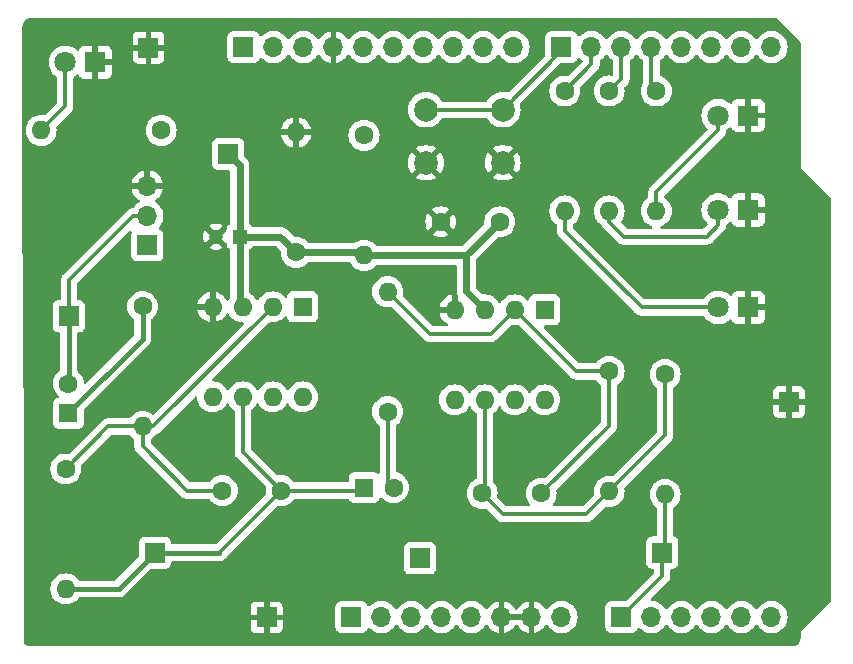
<source format=gbr>
%TF.GenerationSoftware,KiCad,Pcbnew,8.0.2*%
%TF.CreationDate,2024-05-18T14:33:59+02:00*%
%TF.ProjectId,SDHD_Lab,53444844-5f4c-4616-922e-6b696361645f,R1.0*%
%TF.SameCoordinates,Original*%
%TF.FileFunction,Copper,L1,Top*%
%TF.FilePolarity,Positive*%
%FSLAX46Y46*%
G04 Gerber Fmt 4.6, Leading zero omitted, Abs format (unit mm)*
G04 Created by KiCad (PCBNEW 8.0.2) date 2024-05-18 14:33:59*
%MOMM*%
%LPD*%
G01*
G04 APERTURE LIST*
%TA.AperFunction,ComponentPad*%
%ADD10R,1.700000X1.700000*%
%TD*%
%TA.AperFunction,ComponentPad*%
%ADD11O,1.700000X1.700000*%
%TD*%
%TA.AperFunction,ComponentPad*%
%ADD12R,1.800000X1.800000*%
%TD*%
%TA.AperFunction,ComponentPad*%
%ADD13C,1.800000*%
%TD*%
%TA.AperFunction,ComponentPad*%
%ADD14C,1.600000*%
%TD*%
%TA.AperFunction,ComponentPad*%
%ADD15O,1.600000X1.600000*%
%TD*%
%TA.AperFunction,ComponentPad*%
%ADD16C,2.000000*%
%TD*%
%TA.AperFunction,ComponentPad*%
%ADD17R,1.200000X1.200000*%
%TD*%
%TA.AperFunction,ComponentPad*%
%ADD18C,1.200000*%
%TD*%
%TA.AperFunction,ComponentPad*%
%ADD19R,1.600000X1.600000*%
%TD*%
%TA.AperFunction,Conductor*%
%ADD20C,0.350000*%
%TD*%
%TA.AperFunction,Conductor*%
%ADD21C,0.400000*%
%TD*%
%TA.AperFunction,Conductor*%
%ADD22C,0.200000*%
%TD*%
%TA.AperFunction,Conductor*%
%ADD23C,0.600000*%
%TD*%
G04 APERTURE END LIST*
D10*
%TO.P,J1,1,Pin_1*%
%TO.N,unconnected-(J1-Pin_1-Pad1)*%
X127940000Y-97460000D03*
D11*
%TO.P,J1,2,Pin_2*%
%TO.N,/VDDIO{slash}2*%
X130480000Y-97460000D03*
%TO.P,J1,3,Pin_3*%
%TO.N,/nReset{slash}2*%
X133020000Y-97460000D03*
%TO.P,J1,4,Pin_4*%
%TO.N,/3.3V*%
X135560000Y-97460000D03*
%TO.P,J1,5,Pin_5*%
%TO.N,+5V*%
X138100000Y-97460000D03*
%TO.P,J1,6,Pin_6*%
%TO.N,GND*%
X140640000Y-97460000D03*
%TO.P,J1,7,Pin_7*%
X143180000Y-97460000D03*
%TO.P,J1,8,Pin_8*%
%TO.N,/Vin{slash}2*%
X145720000Y-97460000D03*
%TD*%
D10*
%TO.P,J2,1,Pin_1*%
%TO.N,/V_out*%
X150800000Y-97460000D03*
D11*
%TO.P,J2,2,Pin_2*%
%TO.N,/P15.4*%
X153340000Y-97460000D03*
%TO.P,J2,3,Pin_3*%
%TO.N,/P6.3*%
X155880000Y-97460000D03*
%TO.P,J2,4,Pin_4*%
%TO.N,/P6.2*%
X158420000Y-97460000D03*
%TO.P,J2,5,Pin_5*%
%TO.N,unconnected-(J2-Pin_5-Pad5)*%
X160960000Y-97460000D03*
%TO.P,J2,6,Pin_6*%
%TO.N,unconnected-(J2-Pin_6-Pad6)*%
X163500000Y-97460000D03*
%TD*%
D10*
%TO.P,J4,1,Pin_1*%
%TO.N,/P6.0*%
X118796000Y-49200000D03*
D11*
%TO.P,J4,2,Pin_2*%
%TO.N,/P6.1*%
X121336000Y-49200000D03*
%TO.P,J4,3,Pin_3*%
%TO.N,unconnected-(J4-Pin_3-Pad3)*%
X123876000Y-49200000D03*
%TO.P,J4,4,Pin_4*%
%TO.N,GND*%
X126416000Y-49200000D03*
%TO.P,J4,5,Pin_5*%
%TO.N,/USR_LED*%
X128956000Y-49200000D03*
%TO.P,J4,6,Pin_6*%
%TO.N,/P6.6*%
X131496000Y-49200000D03*
%TO.P,J4,7,Pin_7*%
%TO.N,/P6.5*%
X134036000Y-49200000D03*
%TO.P,J4,8,Pin_8*%
%TO.N,/P6.4*%
X136576000Y-49200000D03*
%TO.P,J4,9,Pin_9*%
%TO.N,/P12.5*%
X139116000Y-49200000D03*
%TO.P,J4,10,Pin_10*%
%TO.N,/P12.4*%
X141656000Y-49200000D03*
%TD*%
D10*
%TO.P,J5,1,Pin_1*%
%TO.N,/SW_BUTTON*%
X145720000Y-49200000D03*
D11*
%TO.P,J5,2,Pin_2*%
%TO.N,/LED_GREEN*%
X148260000Y-49200000D03*
%TO.P,J5,3,Pin_3*%
%TO.N,/LED_YELLOW*%
X150800000Y-49200000D03*
%TO.P,J5,4,Pin_4*%
%TO.N,/LED_RED*%
X153340000Y-49200000D03*
%TO.P,J5,5,Pin_5*%
%TO.N,/P2.3*%
X155880000Y-49200000D03*
%TO.P,J5,6,Pin_6*%
%TO.N,/P2.2*%
X158420000Y-49200000D03*
%TO.P,J5,7,Pin_7*%
%TO.N,/P2.1*%
X160960000Y-49200000D03*
%TO.P,J5,8,Pin_8*%
%TO.N,/P2.0*%
X163500000Y-49200000D03*
%TD*%
D12*
%TO.P,D2,1,K*%
%TO.N,GND*%
X161540000Y-71250000D03*
D13*
%TO.P,D2,2,A*%
%TO.N,Net-(D2-A)*%
X159000000Y-71250000D03*
%TD*%
D10*
%TO.P,TP_Sig1,1,1*%
%TO.N,/Radar_Sig*%
X104000000Y-72000000D03*
%TD*%
%TO.P,TP_1st,1,1*%
%TO.N,Net-(C2-Pad2)*%
X111300000Y-92025000D03*
%TD*%
D12*
%TO.P,D4,1,K*%
%TO.N,GND*%
X106250000Y-50500000D03*
D13*
%TO.P,D4,2,A*%
%TO.N,Net-(D4-A)*%
X103710000Y-50500000D03*
%TD*%
D10*
%TO.P,TP_GND2,1,1*%
%TO.N,GND*%
X110750000Y-49250000D03*
%TD*%
D14*
%TO.P,C5,1*%
%TO.N,/V_offset*%
X140500000Y-64000000D03*
%TO.P,C5,2*%
%TO.N,GND*%
X135500000Y-64000000D03*
%TD*%
%TO.P,R6,1*%
%TO.N,/V_offset*%
X123250000Y-66580000D03*
D15*
%TO.P,R6,2*%
%TO.N,GND*%
X123250000Y-56420000D03*
%TD*%
D10*
%TO.P,J3,1,Pin_1*%
%TO.N,+5V*%
X110650000Y-65975000D03*
D11*
%TO.P,J3,2,Pin_2*%
%TO.N,/Radar_Sig*%
X110650000Y-63515000D03*
%TO.P,J3,3,Pin_3*%
%TO.N,GND*%
X110650000Y-60975000D03*
%TD*%
D12*
%TO.P,D1,1,K*%
%TO.N,GND*%
X161525000Y-55000000D03*
D13*
%TO.P,D1,2,A*%
%TO.N,Net-(D1-A)*%
X158985000Y-55000000D03*
%TD*%
D16*
%TO.P,SW1,1,1*%
%TO.N,/SW_BUTTON*%
X134250000Y-54500000D03*
X140750000Y-54500000D03*
%TO.P,SW1,2,2*%
%TO.N,GND*%
X134250000Y-59000000D03*
X140750000Y-59000000D03*
%TD*%
D17*
%TO.P,C6,1*%
%TO.N,/V_offset*%
X118472600Y-65250000D03*
D18*
%TO.P,C6,2*%
%TO.N,GND*%
X116472600Y-65250000D03*
%TD*%
D19*
%TO.P,U2,1,NC*%
%TO.N,unconnected-(U2-NC-Pad1)*%
X144300000Y-71450000D03*
D15*
%TO.P,U2,2,-*%
%TO.N,Net-(U2--)*%
X141760000Y-71450000D03*
%TO.P,U2,3,+*%
%TO.N,/V_offset*%
X139220000Y-71450000D03*
%TO.P,U2,4,V-*%
%TO.N,GND*%
X136680000Y-71450000D03*
%TO.P,U2,5,NC*%
%TO.N,unconnected-(U2-NC-Pad5)*%
X136680000Y-79070000D03*
%TO.P,U2,6*%
%TO.N,Net-(C4-Pad2)*%
X139220000Y-79070000D03*
%TO.P,U2,7,V+*%
%TO.N,+5V*%
X141760000Y-79070000D03*
%TO.P,U2,8,NC*%
%TO.N,unconnected-(U2-NC-Pad8)*%
X144300000Y-79070000D03*
%TD*%
D12*
%TO.P,D3,1,K*%
%TO.N,GND*%
X161525000Y-63000000D03*
D13*
%TO.P,D3,2,A*%
%TO.N,Net-(D3-A)*%
X158985000Y-63000000D03*
%TD*%
D10*
%TO.P,TP_GND1,1,1*%
%TO.N,GND*%
X165000000Y-79250000D03*
%TD*%
D14*
%TO.P,C4,1*%
%TO.N,Net-(U2--)*%
X144000000Y-87000000D03*
%TO.P,C4,2*%
%TO.N,Net-(C4-Pad2)*%
X139000000Y-87000000D03*
%TD*%
%TO.P,R4,1*%
%TO.N,Net-(U2--)*%
X149750000Y-76670000D03*
D15*
%TO.P,R4,2*%
%TO.N,Net-(C4-Pad2)*%
X149750000Y-86830000D03*
%TD*%
D14*
%TO.P,R2,1*%
%TO.N,Net-(U1--)*%
X103750000Y-84920000D03*
D15*
%TO.P,R2,2*%
%TO.N,Net-(C2-Pad2)*%
X103750000Y-95080000D03*
%TD*%
D14*
%TO.P,R9,1*%
%TO.N,+5V*%
X111830000Y-56250000D03*
D15*
%TO.P,R9,2*%
%TO.N,Net-(D4-A)*%
X101670000Y-56250000D03*
%TD*%
D14*
%TO.P,R8,1*%
%TO.N,/LED_RED*%
X153750000Y-52920000D03*
D15*
%TO.P,R8,2*%
%TO.N,Net-(D1-A)*%
X153750000Y-63080000D03*
%TD*%
D19*
%TO.P,C3,1*%
%TO.N,Net-(C2-Pad2)*%
X129000000Y-86500000D03*
D14*
%TO.P,C3,2*%
%TO.N,Net-(C3-Pad2)*%
X131500000Y-86500000D03*
%TD*%
%TO.P,R1,1*%
%TO.N,Net-(C1-Pad1)*%
X110250000Y-71170000D03*
D15*
%TO.P,R1,2*%
%TO.N,Net-(U1--)*%
X110250000Y-81330000D03*
%TD*%
D10*
%TO.P,TP_GND3,1,1*%
%TO.N,GND*%
X120750000Y-97500000D03*
%TD*%
D19*
%TO.P,C1,1*%
%TO.N,Net-(C1-Pad1)*%
X103975000Y-80200000D03*
D14*
%TO.P,C1,2*%
%TO.N,/Radar_Sig*%
X103975000Y-77700000D03*
%TD*%
%TO.P,R10,1*%
%TO.N,/LED_GREEN*%
X146000000Y-52920000D03*
D15*
%TO.P,R10,2*%
%TO.N,Net-(D2-A)*%
X146000000Y-63080000D03*
%TD*%
D14*
%TO.P,R7,1*%
%TO.N,Net-(C4-Pad2)*%
X154500000Y-76920000D03*
D15*
%TO.P,R7,2*%
%TO.N,/V_out*%
X154500000Y-87080000D03*
%TD*%
D14*
%TO.P,R3,1*%
%TO.N,Net-(C3-Pad2)*%
X131000000Y-80080000D03*
D15*
%TO.P,R3,2*%
%TO.N,Net-(U2--)*%
X131000000Y-69920000D03*
%TD*%
D19*
%TO.P,U1,1,NC*%
%TO.N,unconnected-(U1-NC-Pad1)*%
X123800000Y-71200000D03*
D15*
%TO.P,U1,2,-*%
%TO.N,Net-(U1--)*%
X121260000Y-71200000D03*
%TO.P,U1,3,+*%
%TO.N,/V_offset*%
X118720000Y-71200000D03*
%TO.P,U1,4,V-*%
%TO.N,GND*%
X116180000Y-71200000D03*
%TO.P,U1,5,NC*%
%TO.N,unconnected-(U1-NC-Pad5)*%
X116180000Y-78820000D03*
%TO.P,U1,6*%
%TO.N,Net-(C2-Pad2)*%
X118720000Y-78820000D03*
%TO.P,U1,7,V+*%
%TO.N,+5V*%
X121260000Y-78820000D03*
%TO.P,U1,8,NC*%
%TO.N,unconnected-(U1-NC-Pad8)*%
X123800000Y-78820000D03*
%TD*%
D10*
%TO.P,TP_2nd,1,1*%
%TO.N,/V_out*%
X154250000Y-92000000D03*
%TD*%
%TO.P,TP_Offset,1,1*%
%TO.N,/V_offset*%
X117500000Y-58250000D03*
%TD*%
D14*
%TO.P,C2,1*%
%TO.N,Net-(U1--)*%
X117000000Y-86750000D03*
%TO.P,C2,2*%
%TO.N,Net-(C2-Pad2)*%
X122000000Y-86750000D03*
%TD*%
D10*
%TO.P,TP_PWR,1,1*%
%TO.N,+5V*%
X133750000Y-92500000D03*
%TD*%
D14*
%TO.P,R11,1*%
%TO.N,/LED_YELLOW*%
X149750000Y-52920000D03*
D15*
%TO.P,R11,2*%
%TO.N,Net-(D3-A)*%
X149750000Y-63080000D03*
%TD*%
D14*
%TO.P,R5,1*%
%TO.N,+5V*%
X129000000Y-56670000D03*
D15*
%TO.P,R5,2*%
%TO.N,/V_offset*%
X129000000Y-66830000D03*
%TD*%
D20*
%TO.N,/Radar_Sig*%
X110650000Y-63515000D02*
X109447919Y-63515000D01*
X104000000Y-68962919D02*
X104000000Y-72000000D01*
D21*
X104000000Y-77675000D02*
X103975000Y-77700000D01*
D22*
X103975000Y-72025000D02*
X104000000Y-72000000D01*
D21*
X104000000Y-72000000D02*
X104000000Y-77675000D01*
D20*
X109447919Y-63515000D02*
X104000000Y-68962919D01*
D21*
%TO.N,Net-(C1-Pad1)*%
X110250000Y-71170000D02*
X110250000Y-73925000D01*
X110250000Y-73925000D02*
X103975000Y-80200000D01*
D22*
X110250000Y-71170000D02*
X110325000Y-71245000D01*
D23*
X110525000Y-71445000D02*
X110250000Y-71170000D01*
D21*
%TO.N,Net-(C2-Pad2)*%
X116725000Y-92025000D02*
X116750000Y-92000000D01*
X111300000Y-92025000D02*
X116725000Y-92025000D01*
D20*
X128750000Y-86750000D02*
X129000000Y-86500000D01*
X116750000Y-92000000D02*
X122000000Y-86750000D01*
X118720000Y-78820000D02*
X118720000Y-83470000D01*
X118720000Y-83470000D02*
X122000000Y-86750000D01*
D21*
X108245000Y-95080000D02*
X111300000Y-92025000D01*
X103750000Y-95080000D02*
X108245000Y-95080000D01*
D20*
X122000000Y-86750000D02*
X128750000Y-86750000D01*
%TO.N,Net-(U1--)*%
X114000000Y-86750000D02*
X117000000Y-86750000D01*
X110250000Y-83000000D02*
X114000000Y-86750000D01*
X121260000Y-71240000D02*
X111170000Y-81330000D01*
X110250000Y-81330000D02*
X110250000Y-83000000D01*
X121260000Y-71200000D02*
X121260000Y-71240000D01*
X111170000Y-81330000D02*
X110250000Y-81330000D01*
X107340000Y-81330000D02*
X103750000Y-84920000D01*
X110250000Y-81330000D02*
X107340000Y-81330000D01*
%TO.N,Net-(C3-Pad2)*%
X131000000Y-80080000D02*
X131000000Y-86500000D01*
%TO.N,Net-(U2--)*%
X149750000Y-81250000D02*
X149750000Y-76670000D01*
X141760000Y-71450000D02*
X146980000Y-76670000D01*
X131000000Y-69920000D02*
X134580000Y-73500000D01*
X146980000Y-76670000D02*
X149750000Y-76670000D01*
X139710000Y-73500000D02*
X141760000Y-71450000D01*
X134580000Y-73500000D02*
X139710000Y-73500000D01*
X144000000Y-87000000D02*
X149750000Y-81250000D01*
%TO.N,Net-(C4-Pad2)*%
X154500000Y-82080000D02*
X154500000Y-76920000D01*
X149750000Y-86830000D02*
X154500000Y-82080000D01*
X139000000Y-87000000D02*
X140750000Y-88750000D01*
X139220000Y-79070000D02*
X139220000Y-86780000D01*
X140750000Y-88750000D02*
X147830000Y-88750000D01*
X147830000Y-88750000D02*
X149750000Y-86830000D01*
X139220000Y-86780000D02*
X139000000Y-87000000D01*
D23*
%TO.N,/V_offset*%
X139220000Y-71450000D02*
X137670000Y-69900000D01*
D20*
X123500000Y-66830000D02*
X123250000Y-66580000D01*
D23*
X140500000Y-64000000D02*
X137670000Y-66830000D01*
X118472600Y-65250000D02*
X118472600Y-70952600D01*
X118472600Y-70952600D02*
X118720000Y-71200000D01*
X118472600Y-65250000D02*
X118472600Y-59222600D01*
X118472600Y-65250000D02*
X121920000Y-65250000D01*
X137670000Y-69900000D02*
X137670000Y-66830000D01*
X137670000Y-66830000D02*
X129000000Y-66830000D01*
X118472600Y-59222600D02*
X117500000Y-58250000D01*
X123250000Y-66580000D02*
X128750000Y-66580000D01*
X128750000Y-66580000D02*
X129000000Y-66830000D01*
X121920000Y-65250000D02*
X123250000Y-66580000D01*
D20*
%TO.N,Net-(D1-A)*%
X158985000Y-55000000D02*
X158985000Y-56265000D01*
X153750000Y-61500000D02*
X153750000Y-63080000D01*
X158985000Y-56265000D02*
X153750000Y-61500000D01*
%TO.N,Net-(D2-A)*%
X152500000Y-71250000D02*
X159000000Y-71250000D01*
X146000000Y-64750000D02*
X152500000Y-71250000D01*
X146000000Y-63080000D02*
X146000000Y-64750000D01*
%TO.N,Net-(D3-A)*%
X151000000Y-65250000D02*
X149750000Y-64000000D01*
X158000000Y-65250000D02*
X151000000Y-65250000D01*
X149750000Y-64000000D02*
X149750000Y-63080000D01*
X158985000Y-64265000D02*
X158000000Y-65250000D01*
X158985000Y-63000000D02*
X158985000Y-64265000D01*
%TO.N,Net-(D4-A)*%
X103710000Y-54210000D02*
X101670000Y-56250000D01*
X103710000Y-50500000D02*
X103710000Y-54210000D01*
%TO.N,/V_out*%
X154500000Y-87080000D02*
X154500000Y-91750000D01*
X154250000Y-94010000D02*
X150800000Y-97460000D01*
X154250000Y-92000000D02*
X154250000Y-94010000D01*
X154500000Y-91750000D02*
X154250000Y-92000000D01*
%TO.N,/SW_BUTTON*%
X140750000Y-54500000D02*
X134250000Y-54500000D01*
X145720000Y-49530000D02*
X140750000Y-54500000D01*
X145720000Y-49200000D02*
X145720000Y-49530000D01*
%TO.N,/LED_GREEN*%
X148260000Y-50660000D02*
X146000000Y-52920000D01*
X148260000Y-49200000D02*
X148260000Y-50660000D01*
%TO.N,/LED_RED*%
X153340000Y-49200000D02*
X153340000Y-52510000D01*
X153340000Y-52510000D02*
X153750000Y-52920000D01*
%TO.N,/LED_YELLOW*%
X150800000Y-51870000D02*
X149750000Y-52920000D01*
X150800000Y-49200000D02*
X150800000Y-51870000D01*
%TD*%
%TA.AperFunction,Conductor*%
%TO.N,GND*%
G36*
X142714075Y-97267007D02*
G01*
X142680000Y-97394174D01*
X142680000Y-97525826D01*
X142714075Y-97652993D01*
X142746988Y-97710000D01*
X141073012Y-97710000D01*
X141105925Y-97652993D01*
X141140000Y-97525826D01*
X141140000Y-97394174D01*
X141105925Y-97267007D01*
X141073012Y-97210000D01*
X142746988Y-97210000D01*
X142714075Y-97267007D01*
G37*
%TD.AperFunction*%
%TA.AperFunction,Conductor*%
G36*
X163981595Y-46755185D02*
G01*
X164004307Y-46773939D01*
X165930253Y-48794294D01*
X165962262Y-48856400D01*
X165964500Y-48879853D01*
X165964500Y-59344982D01*
X165964500Y-59375018D01*
X165975994Y-59402767D01*
X165975995Y-59402768D01*
X168468181Y-61894954D01*
X168501666Y-61956277D01*
X168504500Y-61982635D01*
X168504500Y-96107364D01*
X168484815Y-96174403D01*
X168468181Y-96195045D01*
X165997233Y-98665994D01*
X165975995Y-98687231D01*
X165964500Y-98714982D01*
X165964500Y-99231907D01*
X165963903Y-99244062D01*
X165952505Y-99359778D01*
X165947763Y-99383618D01*
X165917832Y-99482290D01*
X165915789Y-99489024D01*
X165906486Y-99511482D01*
X165854561Y-99608627D01*
X165841056Y-99628839D01*
X165771176Y-99713988D01*
X165753988Y-99731176D01*
X165668839Y-99801056D01*
X165648627Y-99814561D01*
X165551482Y-99866486D01*
X165529028Y-99875787D01*
X165487028Y-99888528D01*
X165423618Y-99907763D01*
X165399778Y-99912505D01*
X165291162Y-99923203D01*
X165284060Y-99923903D01*
X165271907Y-99924500D01*
X100768093Y-99924500D01*
X100755939Y-99923903D01*
X100747995Y-99923120D01*
X100640221Y-99912505D01*
X100616381Y-99907763D01*
X100599445Y-99902625D01*
X100510968Y-99875786D01*
X100488517Y-99866486D01*
X100391372Y-99814561D01*
X100371160Y-99801056D01*
X100286012Y-99731177D01*
X100268299Y-99713345D01*
X100268265Y-99713303D01*
X100241383Y-99648811D01*
X100240644Y-99635841D01*
X100227220Y-96602155D01*
X119400000Y-96602155D01*
X119400000Y-97250000D01*
X120316988Y-97250000D01*
X120284075Y-97307007D01*
X120250000Y-97434174D01*
X120250000Y-97565826D01*
X120284075Y-97692993D01*
X120316988Y-97750000D01*
X119400000Y-97750000D01*
X119400000Y-98397844D01*
X119406401Y-98457372D01*
X119406403Y-98457379D01*
X119456645Y-98592086D01*
X119456649Y-98592093D01*
X119542809Y-98707187D01*
X119542812Y-98707190D01*
X119657906Y-98793350D01*
X119657913Y-98793354D01*
X119792620Y-98843596D01*
X119792627Y-98843598D01*
X119852155Y-98849999D01*
X119852172Y-98850000D01*
X120500000Y-98850000D01*
X120500000Y-97933012D01*
X120557007Y-97965925D01*
X120684174Y-98000000D01*
X120815826Y-98000000D01*
X120942993Y-97965925D01*
X121000000Y-97933012D01*
X121000000Y-98850000D01*
X121647828Y-98850000D01*
X121647844Y-98849999D01*
X121707372Y-98843598D01*
X121707379Y-98843596D01*
X121842086Y-98793354D01*
X121842093Y-98793350D01*
X121957187Y-98707190D01*
X121957190Y-98707187D01*
X122043350Y-98592093D01*
X122043354Y-98592086D01*
X122093596Y-98457379D01*
X122093598Y-98457372D01*
X122099999Y-98397844D01*
X122100000Y-98397827D01*
X122100000Y-97750000D01*
X121183012Y-97750000D01*
X121215925Y-97692993D01*
X121250000Y-97565826D01*
X121250000Y-97434174D01*
X121215925Y-97307007D01*
X121183012Y-97250000D01*
X122100000Y-97250000D01*
X122100000Y-96602172D01*
X122099999Y-96602155D01*
X122095611Y-96561345D01*
X126581500Y-96561345D01*
X126581500Y-98358654D01*
X126588011Y-98419202D01*
X126588011Y-98419204D01*
X126639111Y-98556204D01*
X126726739Y-98673261D01*
X126843796Y-98760889D01*
X126980799Y-98811989D01*
X127008050Y-98814918D01*
X127041345Y-98818499D01*
X127041362Y-98818500D01*
X128838638Y-98818500D01*
X128838654Y-98818499D01*
X128865692Y-98815591D01*
X128899201Y-98811989D01*
X129036204Y-98760889D01*
X129153261Y-98673261D01*
X129240889Y-98556204D01*
X129286138Y-98434887D01*
X129328009Y-98378956D01*
X129393474Y-98354539D01*
X129461746Y-98369391D01*
X129493545Y-98394236D01*
X129556760Y-98462906D01*
X129734424Y-98601189D01*
X129734425Y-98601189D01*
X129734427Y-98601191D01*
X129861135Y-98669761D01*
X129932426Y-98708342D01*
X130145365Y-98781444D01*
X130367431Y-98818500D01*
X130592569Y-98818500D01*
X130814635Y-98781444D01*
X131027574Y-98708342D01*
X131225576Y-98601189D01*
X131403240Y-98462906D01*
X131524594Y-98331082D01*
X131555715Y-98297276D01*
X131555715Y-98297275D01*
X131555722Y-98297268D01*
X131646193Y-98158790D01*
X131699338Y-98113437D01*
X131768569Y-98104013D01*
X131831905Y-98133515D01*
X131853804Y-98158787D01*
X131944278Y-98297268D01*
X131944283Y-98297273D01*
X131944284Y-98297276D01*
X132091672Y-98457379D01*
X132096760Y-98462906D01*
X132274424Y-98601189D01*
X132274425Y-98601189D01*
X132274427Y-98601191D01*
X132401135Y-98669761D01*
X132472426Y-98708342D01*
X132685365Y-98781444D01*
X132907431Y-98818500D01*
X133132569Y-98818500D01*
X133354635Y-98781444D01*
X133567574Y-98708342D01*
X133765576Y-98601189D01*
X133943240Y-98462906D01*
X134064594Y-98331082D01*
X134095715Y-98297276D01*
X134095715Y-98297275D01*
X134095722Y-98297268D01*
X134186193Y-98158790D01*
X134239338Y-98113437D01*
X134308569Y-98104013D01*
X134371905Y-98133515D01*
X134393804Y-98158787D01*
X134484278Y-98297268D01*
X134484283Y-98297273D01*
X134484284Y-98297276D01*
X134631672Y-98457379D01*
X134636760Y-98462906D01*
X134814424Y-98601189D01*
X134814425Y-98601189D01*
X134814427Y-98601191D01*
X134941135Y-98669761D01*
X135012426Y-98708342D01*
X135225365Y-98781444D01*
X135447431Y-98818500D01*
X135672569Y-98818500D01*
X135894635Y-98781444D01*
X136107574Y-98708342D01*
X136305576Y-98601189D01*
X136483240Y-98462906D01*
X136604594Y-98331082D01*
X136635715Y-98297276D01*
X136635715Y-98297275D01*
X136635722Y-98297268D01*
X136726193Y-98158790D01*
X136779338Y-98113437D01*
X136848569Y-98104013D01*
X136911905Y-98133515D01*
X136933804Y-98158787D01*
X137024278Y-98297268D01*
X137024283Y-98297273D01*
X137024284Y-98297276D01*
X137171672Y-98457379D01*
X137176760Y-98462906D01*
X137354424Y-98601189D01*
X137354425Y-98601189D01*
X137354427Y-98601191D01*
X137481135Y-98669761D01*
X137552426Y-98708342D01*
X137765365Y-98781444D01*
X137987431Y-98818500D01*
X138212569Y-98818500D01*
X138434635Y-98781444D01*
X138647574Y-98708342D01*
X138845576Y-98601189D01*
X139023240Y-98462906D01*
X139144594Y-98331082D01*
X139175715Y-98297276D01*
X139175715Y-98297275D01*
X139175722Y-98297268D01*
X139269749Y-98153347D01*
X139322894Y-98107994D01*
X139392125Y-98098570D01*
X139455461Y-98128072D01*
X139475130Y-98150048D01*
X139601890Y-98331078D01*
X139768917Y-98498105D01*
X139962421Y-98633600D01*
X140176507Y-98733429D01*
X140176516Y-98733433D01*
X140390000Y-98790634D01*
X140390000Y-97893012D01*
X140447007Y-97925925D01*
X140574174Y-97960000D01*
X140705826Y-97960000D01*
X140832993Y-97925925D01*
X140890000Y-97893012D01*
X140890000Y-98790634D01*
X141103483Y-98733433D01*
X141103492Y-98733429D01*
X141317578Y-98633600D01*
X141511082Y-98498105D01*
X141678105Y-98331082D01*
X141808425Y-98144968D01*
X141863002Y-98101344D01*
X141932501Y-98094151D01*
X141994855Y-98125673D01*
X142011575Y-98144968D01*
X142141894Y-98331082D01*
X142308917Y-98498105D01*
X142502421Y-98633600D01*
X142716507Y-98733429D01*
X142716516Y-98733433D01*
X142930000Y-98790634D01*
X142930000Y-97893012D01*
X142987007Y-97925925D01*
X143114174Y-97960000D01*
X143245826Y-97960000D01*
X143372993Y-97925925D01*
X143430000Y-97893012D01*
X143430000Y-98790634D01*
X143643483Y-98733433D01*
X143643492Y-98733429D01*
X143857578Y-98633600D01*
X144051082Y-98498105D01*
X144218105Y-98331082D01*
X144344868Y-98150048D01*
X144399445Y-98106423D01*
X144468944Y-98099231D01*
X144531298Y-98130753D01*
X144550251Y-98153350D01*
X144644276Y-98297265D01*
X144644284Y-98297276D01*
X144791672Y-98457379D01*
X144796760Y-98462906D01*
X144974424Y-98601189D01*
X144974425Y-98601189D01*
X144974427Y-98601191D01*
X145101135Y-98669761D01*
X145172426Y-98708342D01*
X145385365Y-98781444D01*
X145607431Y-98818500D01*
X145832569Y-98818500D01*
X146054635Y-98781444D01*
X146267574Y-98708342D01*
X146465576Y-98601189D01*
X146643240Y-98462906D01*
X146764594Y-98331082D01*
X146795715Y-98297276D01*
X146795717Y-98297273D01*
X146795722Y-98297268D01*
X146918860Y-98108791D01*
X147009296Y-97902616D01*
X147064564Y-97684368D01*
X147074387Y-97565826D01*
X147083156Y-97460005D01*
X147083156Y-97459994D01*
X147064565Y-97235640D01*
X147064563Y-97235628D01*
X147009296Y-97017385D01*
X147001670Y-97000000D01*
X146918860Y-96811209D01*
X146902706Y-96786484D01*
X146795723Y-96622734D01*
X146795715Y-96622723D01*
X146739212Y-96561345D01*
X149441500Y-96561345D01*
X149441500Y-98358654D01*
X149448011Y-98419202D01*
X149448011Y-98419204D01*
X149499111Y-98556204D01*
X149586739Y-98673261D01*
X149703796Y-98760889D01*
X149840799Y-98811989D01*
X149868050Y-98814918D01*
X149901345Y-98818499D01*
X149901362Y-98818500D01*
X151698638Y-98818500D01*
X151698654Y-98818499D01*
X151725692Y-98815591D01*
X151759201Y-98811989D01*
X151896204Y-98760889D01*
X152013261Y-98673261D01*
X152100889Y-98556204D01*
X152146138Y-98434887D01*
X152188009Y-98378956D01*
X152253474Y-98354539D01*
X152321746Y-98369391D01*
X152353545Y-98394236D01*
X152416760Y-98462906D01*
X152594424Y-98601189D01*
X152594425Y-98601189D01*
X152594427Y-98601191D01*
X152721135Y-98669761D01*
X152792426Y-98708342D01*
X153005365Y-98781444D01*
X153227431Y-98818500D01*
X153452569Y-98818500D01*
X153674635Y-98781444D01*
X153887574Y-98708342D01*
X154085576Y-98601189D01*
X154263240Y-98462906D01*
X154384594Y-98331082D01*
X154415715Y-98297276D01*
X154415715Y-98297275D01*
X154415722Y-98297268D01*
X154506193Y-98158790D01*
X154559338Y-98113437D01*
X154628569Y-98104013D01*
X154691905Y-98133515D01*
X154713804Y-98158787D01*
X154804278Y-98297268D01*
X154804283Y-98297273D01*
X154804284Y-98297276D01*
X154951672Y-98457379D01*
X154956760Y-98462906D01*
X155134424Y-98601189D01*
X155134425Y-98601189D01*
X155134427Y-98601191D01*
X155261135Y-98669761D01*
X155332426Y-98708342D01*
X155545365Y-98781444D01*
X155767431Y-98818500D01*
X155992569Y-98818500D01*
X156214635Y-98781444D01*
X156427574Y-98708342D01*
X156625576Y-98601189D01*
X156803240Y-98462906D01*
X156924594Y-98331082D01*
X156955715Y-98297276D01*
X156955715Y-98297275D01*
X156955722Y-98297268D01*
X157046193Y-98158790D01*
X157099338Y-98113437D01*
X157168569Y-98104013D01*
X157231905Y-98133515D01*
X157253804Y-98158787D01*
X157344278Y-98297268D01*
X157344283Y-98297273D01*
X157344284Y-98297276D01*
X157491672Y-98457379D01*
X157496760Y-98462906D01*
X157674424Y-98601189D01*
X157674425Y-98601189D01*
X157674427Y-98601191D01*
X157801135Y-98669761D01*
X157872426Y-98708342D01*
X158085365Y-98781444D01*
X158307431Y-98818500D01*
X158532569Y-98818500D01*
X158754635Y-98781444D01*
X158967574Y-98708342D01*
X159165576Y-98601189D01*
X159343240Y-98462906D01*
X159464594Y-98331082D01*
X159495715Y-98297276D01*
X159495715Y-98297275D01*
X159495722Y-98297268D01*
X159586193Y-98158790D01*
X159639338Y-98113437D01*
X159708569Y-98104013D01*
X159771905Y-98133515D01*
X159793804Y-98158787D01*
X159884278Y-98297268D01*
X159884283Y-98297273D01*
X159884284Y-98297276D01*
X160031672Y-98457379D01*
X160036760Y-98462906D01*
X160214424Y-98601189D01*
X160214425Y-98601189D01*
X160214427Y-98601191D01*
X160341135Y-98669761D01*
X160412426Y-98708342D01*
X160625365Y-98781444D01*
X160847431Y-98818500D01*
X161072569Y-98818500D01*
X161294635Y-98781444D01*
X161507574Y-98708342D01*
X161705576Y-98601189D01*
X161883240Y-98462906D01*
X162004594Y-98331082D01*
X162035715Y-98297276D01*
X162035715Y-98297275D01*
X162035722Y-98297268D01*
X162126193Y-98158790D01*
X162179338Y-98113437D01*
X162248569Y-98104013D01*
X162311905Y-98133515D01*
X162333804Y-98158787D01*
X162424278Y-98297268D01*
X162424283Y-98297273D01*
X162424284Y-98297276D01*
X162571672Y-98457379D01*
X162576760Y-98462906D01*
X162754424Y-98601189D01*
X162754425Y-98601189D01*
X162754427Y-98601191D01*
X162881135Y-98669761D01*
X162952426Y-98708342D01*
X163165365Y-98781444D01*
X163387431Y-98818500D01*
X163612569Y-98818500D01*
X163834635Y-98781444D01*
X164047574Y-98708342D01*
X164245576Y-98601189D01*
X164423240Y-98462906D01*
X164544594Y-98331082D01*
X164575715Y-98297276D01*
X164575717Y-98297273D01*
X164575722Y-98297268D01*
X164698860Y-98108791D01*
X164789296Y-97902616D01*
X164844564Y-97684368D01*
X164854387Y-97565826D01*
X164863156Y-97460005D01*
X164863156Y-97459994D01*
X164844565Y-97235640D01*
X164844563Y-97235628D01*
X164789296Y-97017385D01*
X164781670Y-97000000D01*
X164698860Y-96811209D01*
X164682706Y-96786484D01*
X164575723Y-96622734D01*
X164575715Y-96622723D01*
X164423243Y-96457097D01*
X164423238Y-96457092D01*
X164245577Y-96318812D01*
X164245572Y-96318808D01*
X164047580Y-96211661D01*
X164047577Y-96211659D01*
X164047574Y-96211658D01*
X164047571Y-96211657D01*
X164047569Y-96211656D01*
X163834637Y-96138556D01*
X163612569Y-96101500D01*
X163387431Y-96101500D01*
X163165362Y-96138556D01*
X162952430Y-96211656D01*
X162952419Y-96211661D01*
X162754427Y-96318808D01*
X162754422Y-96318812D01*
X162576761Y-96457092D01*
X162576756Y-96457097D01*
X162424284Y-96622723D01*
X162424276Y-96622734D01*
X162333808Y-96761206D01*
X162280662Y-96806562D01*
X162211431Y-96815986D01*
X162148095Y-96786484D01*
X162126192Y-96761206D01*
X162035723Y-96622734D01*
X162035715Y-96622723D01*
X161883243Y-96457097D01*
X161883238Y-96457092D01*
X161705577Y-96318812D01*
X161705572Y-96318808D01*
X161507580Y-96211661D01*
X161507577Y-96211659D01*
X161507574Y-96211658D01*
X161507571Y-96211657D01*
X161507569Y-96211656D01*
X161294637Y-96138556D01*
X161072569Y-96101500D01*
X160847431Y-96101500D01*
X160625362Y-96138556D01*
X160412430Y-96211656D01*
X160412419Y-96211661D01*
X160214427Y-96318808D01*
X160214422Y-96318812D01*
X160036761Y-96457092D01*
X160036756Y-96457097D01*
X159884284Y-96622723D01*
X159884276Y-96622734D01*
X159793808Y-96761206D01*
X159740662Y-96806562D01*
X159671431Y-96815986D01*
X159608095Y-96786484D01*
X159586192Y-96761206D01*
X159495723Y-96622734D01*
X159495715Y-96622723D01*
X159343243Y-96457097D01*
X159343238Y-96457092D01*
X159165577Y-96318812D01*
X159165572Y-96318808D01*
X158967580Y-96211661D01*
X158967577Y-96211659D01*
X158967574Y-96211658D01*
X158967571Y-96211657D01*
X158967569Y-96211656D01*
X158754637Y-96138556D01*
X158532569Y-96101500D01*
X158307431Y-96101500D01*
X158085362Y-96138556D01*
X157872430Y-96211656D01*
X157872419Y-96211661D01*
X157674427Y-96318808D01*
X157674422Y-96318812D01*
X157496761Y-96457092D01*
X157496756Y-96457097D01*
X157344284Y-96622723D01*
X157344276Y-96622734D01*
X157253808Y-96761206D01*
X157200662Y-96806562D01*
X157131431Y-96815986D01*
X157068095Y-96786484D01*
X157046192Y-96761206D01*
X156955723Y-96622734D01*
X156955715Y-96622723D01*
X156803243Y-96457097D01*
X156803238Y-96457092D01*
X156625577Y-96318812D01*
X156625572Y-96318808D01*
X156427580Y-96211661D01*
X156427577Y-96211659D01*
X156427574Y-96211658D01*
X156427571Y-96211657D01*
X156427569Y-96211656D01*
X156214637Y-96138556D01*
X155992569Y-96101500D01*
X155767431Y-96101500D01*
X155545362Y-96138556D01*
X155332430Y-96211656D01*
X155332419Y-96211661D01*
X155134427Y-96318808D01*
X155134422Y-96318812D01*
X154956761Y-96457092D01*
X154956756Y-96457097D01*
X154804284Y-96622723D01*
X154804276Y-96622734D01*
X154713808Y-96761206D01*
X154660662Y-96806562D01*
X154591431Y-96815986D01*
X154528095Y-96786484D01*
X154506192Y-96761206D01*
X154415723Y-96622734D01*
X154415715Y-96622723D01*
X154263243Y-96457097D01*
X154263238Y-96457092D01*
X154085577Y-96318812D01*
X154085572Y-96318808D01*
X153887580Y-96211661D01*
X153887577Y-96211659D01*
X153887574Y-96211658D01*
X153887571Y-96211657D01*
X153887569Y-96211656D01*
X153674637Y-96138556D01*
X153452569Y-96101500D01*
X153424476Y-96101500D01*
X153357437Y-96081815D01*
X153311682Y-96029011D01*
X153301738Y-95959853D01*
X153330763Y-95896297D01*
X153336795Y-95889819D01*
X154780906Y-94445709D01*
X154780907Y-94445708D01*
X154780907Y-94445707D01*
X154780909Y-94445706D01*
X154795913Y-94423251D01*
X154855710Y-94333759D01*
X154896327Y-94235700D01*
X154907234Y-94209369D01*
X154933500Y-94077319D01*
X154933500Y-93942681D01*
X154933500Y-93482500D01*
X154953185Y-93415461D01*
X155005989Y-93369706D01*
X155057500Y-93358500D01*
X155148638Y-93358500D01*
X155148654Y-93358499D01*
X155175692Y-93355591D01*
X155209201Y-93351989D01*
X155346204Y-93300889D01*
X155463261Y-93213261D01*
X155550889Y-93096204D01*
X155601989Y-92959201D01*
X155605812Y-92923637D01*
X155608499Y-92898654D01*
X155608500Y-92898637D01*
X155608500Y-91101362D01*
X155608499Y-91101345D01*
X155604676Y-91065795D01*
X155601989Y-91040799D01*
X155550889Y-90903796D01*
X155463261Y-90786739D01*
X155346204Y-90699111D01*
X155264165Y-90668511D01*
X155208232Y-90626639D01*
X155183816Y-90561174D01*
X155183500Y-90552330D01*
X155183500Y-88263341D01*
X155203185Y-88196302D01*
X155236377Y-88161766D01*
X155344300Y-88086198D01*
X155506198Y-87924300D01*
X155637523Y-87736749D01*
X155734284Y-87529243D01*
X155793543Y-87308087D01*
X155813498Y-87080000D01*
X155793543Y-86851913D01*
X155734284Y-86630757D01*
X155696981Y-86550761D01*
X155683532Y-86521918D01*
X155637523Y-86423251D01*
X155506198Y-86235700D01*
X155344300Y-86073802D01*
X155156749Y-85942477D01*
X155156745Y-85942475D01*
X154949249Y-85845718D01*
X154949238Y-85845714D01*
X154728089Y-85786457D01*
X154728081Y-85786456D01*
X154500002Y-85766502D01*
X154499998Y-85766502D01*
X154271918Y-85786456D01*
X154271910Y-85786457D01*
X154050761Y-85845714D01*
X154050750Y-85845718D01*
X153843254Y-85942475D01*
X153843252Y-85942476D01*
X153781529Y-85985695D01*
X153655700Y-86073802D01*
X153655698Y-86073803D01*
X153655695Y-86073806D01*
X153493806Y-86235695D01*
X153493803Y-86235698D01*
X153493802Y-86235700D01*
X153448246Y-86300761D01*
X153362476Y-86423252D01*
X153362475Y-86423254D01*
X153265718Y-86630750D01*
X153265714Y-86630761D01*
X153206457Y-86851910D01*
X153206456Y-86851918D01*
X153186502Y-87079998D01*
X153186502Y-87080001D01*
X153206456Y-87308081D01*
X153206457Y-87308089D01*
X153265714Y-87529238D01*
X153265718Y-87529249D01*
X153361328Y-87734285D01*
X153362477Y-87736749D01*
X153493802Y-87924300D01*
X153655700Y-88086198D01*
X153763623Y-88161766D01*
X153807248Y-88216342D01*
X153816500Y-88263341D01*
X153816500Y-90517500D01*
X153796815Y-90584539D01*
X153744011Y-90630294D01*
X153692500Y-90641500D01*
X153351345Y-90641500D01*
X153290797Y-90648011D01*
X153290795Y-90648011D01*
X153153795Y-90699111D01*
X153036739Y-90786739D01*
X152949111Y-90903795D01*
X152898011Y-91040795D01*
X152898011Y-91040797D01*
X152891500Y-91101345D01*
X152891500Y-92898654D01*
X152898011Y-92959202D01*
X152898011Y-92959204D01*
X152949111Y-93096204D01*
X153036739Y-93213261D01*
X153153796Y-93300889D01*
X153290799Y-93351989D01*
X153318050Y-93354918D01*
X153351345Y-93358499D01*
X153351362Y-93358500D01*
X153442500Y-93358500D01*
X153509539Y-93378185D01*
X153555294Y-93430989D01*
X153566500Y-93482500D01*
X153566500Y-93675523D01*
X153546815Y-93742562D01*
X153530181Y-93763204D01*
X151228204Y-96065181D01*
X151166881Y-96098666D01*
X151140523Y-96101500D01*
X149901345Y-96101500D01*
X149840797Y-96108011D01*
X149840795Y-96108011D01*
X149703795Y-96159111D01*
X149586739Y-96246739D01*
X149499111Y-96363795D01*
X149448011Y-96500795D01*
X149448011Y-96500797D01*
X149441500Y-96561345D01*
X146739212Y-96561345D01*
X146643243Y-96457097D01*
X146643238Y-96457092D01*
X146465577Y-96318812D01*
X146465572Y-96318808D01*
X146267580Y-96211661D01*
X146267577Y-96211659D01*
X146267574Y-96211658D01*
X146267571Y-96211657D01*
X146267569Y-96211656D01*
X146054637Y-96138556D01*
X145832569Y-96101500D01*
X145607431Y-96101500D01*
X145385362Y-96138556D01*
X145172430Y-96211656D01*
X145172419Y-96211661D01*
X144974427Y-96318808D01*
X144974422Y-96318812D01*
X144796761Y-96457092D01*
X144796756Y-96457097D01*
X144644284Y-96622723D01*
X144644276Y-96622734D01*
X144550251Y-96766650D01*
X144497105Y-96812007D01*
X144427873Y-96821430D01*
X144364538Y-96791928D01*
X144344868Y-96769951D01*
X144218113Y-96588926D01*
X144218108Y-96588920D01*
X144051082Y-96421894D01*
X143857578Y-96286399D01*
X143643492Y-96186570D01*
X143643486Y-96186567D01*
X143430000Y-96129364D01*
X143430000Y-97026988D01*
X143372993Y-96994075D01*
X143245826Y-96960000D01*
X143114174Y-96960000D01*
X142987007Y-96994075D01*
X142930000Y-97026988D01*
X142930000Y-96129364D01*
X142929999Y-96129364D01*
X142716513Y-96186567D01*
X142716507Y-96186570D01*
X142502422Y-96286399D01*
X142502420Y-96286400D01*
X142308926Y-96421886D01*
X142308920Y-96421891D01*
X142141891Y-96588920D01*
X142141890Y-96588922D01*
X142011575Y-96775031D01*
X141956998Y-96818655D01*
X141887499Y-96825848D01*
X141825145Y-96794326D01*
X141808425Y-96775031D01*
X141678109Y-96588922D01*
X141678108Y-96588920D01*
X141511082Y-96421894D01*
X141317578Y-96286399D01*
X141103492Y-96186570D01*
X141103486Y-96186567D01*
X140890000Y-96129364D01*
X140890000Y-97026988D01*
X140832993Y-96994075D01*
X140705826Y-96960000D01*
X140574174Y-96960000D01*
X140447007Y-96994075D01*
X140390000Y-97026988D01*
X140390000Y-96129364D01*
X140389999Y-96129364D01*
X140176513Y-96186567D01*
X140176507Y-96186570D01*
X139962422Y-96286399D01*
X139962420Y-96286400D01*
X139768926Y-96421886D01*
X139768920Y-96421891D01*
X139601891Y-96588920D01*
X139601890Y-96588922D01*
X139475131Y-96769952D01*
X139420554Y-96813577D01*
X139351055Y-96820769D01*
X139288701Y-96789247D01*
X139269752Y-96766656D01*
X139175722Y-96622732D01*
X139175715Y-96622725D01*
X139175715Y-96622723D01*
X139023243Y-96457097D01*
X139023238Y-96457092D01*
X138845577Y-96318812D01*
X138845572Y-96318808D01*
X138647580Y-96211661D01*
X138647577Y-96211659D01*
X138647574Y-96211658D01*
X138647571Y-96211657D01*
X138647569Y-96211656D01*
X138434637Y-96138556D01*
X138212569Y-96101500D01*
X137987431Y-96101500D01*
X137765362Y-96138556D01*
X137552430Y-96211656D01*
X137552419Y-96211661D01*
X137354427Y-96318808D01*
X137354422Y-96318812D01*
X137176761Y-96457092D01*
X137176756Y-96457097D01*
X137024284Y-96622723D01*
X137024276Y-96622734D01*
X136933808Y-96761206D01*
X136880662Y-96806562D01*
X136811431Y-96815986D01*
X136748095Y-96786484D01*
X136726192Y-96761206D01*
X136635723Y-96622734D01*
X136635715Y-96622723D01*
X136483243Y-96457097D01*
X136483238Y-96457092D01*
X136305577Y-96318812D01*
X136305572Y-96318808D01*
X136107580Y-96211661D01*
X136107577Y-96211659D01*
X136107574Y-96211658D01*
X136107571Y-96211657D01*
X136107569Y-96211656D01*
X135894637Y-96138556D01*
X135672569Y-96101500D01*
X135447431Y-96101500D01*
X135225362Y-96138556D01*
X135012430Y-96211656D01*
X135012419Y-96211661D01*
X134814427Y-96318808D01*
X134814422Y-96318812D01*
X134636761Y-96457092D01*
X134636756Y-96457097D01*
X134484284Y-96622723D01*
X134484276Y-96622734D01*
X134393808Y-96761206D01*
X134340662Y-96806562D01*
X134271431Y-96815986D01*
X134208095Y-96786484D01*
X134186192Y-96761206D01*
X134095723Y-96622734D01*
X134095715Y-96622723D01*
X133943243Y-96457097D01*
X133943238Y-96457092D01*
X133765577Y-96318812D01*
X133765572Y-96318808D01*
X133567580Y-96211661D01*
X133567577Y-96211659D01*
X133567574Y-96211658D01*
X133567571Y-96211657D01*
X133567569Y-96211656D01*
X133354637Y-96138556D01*
X133132569Y-96101500D01*
X132907431Y-96101500D01*
X132685362Y-96138556D01*
X132472430Y-96211656D01*
X132472419Y-96211661D01*
X132274427Y-96318808D01*
X132274422Y-96318812D01*
X132096761Y-96457092D01*
X132096756Y-96457097D01*
X131944284Y-96622723D01*
X131944276Y-96622734D01*
X131853808Y-96761206D01*
X131800662Y-96806562D01*
X131731431Y-96815986D01*
X131668095Y-96786484D01*
X131646192Y-96761206D01*
X131555723Y-96622734D01*
X131555715Y-96622723D01*
X131403243Y-96457097D01*
X131403238Y-96457092D01*
X131225577Y-96318812D01*
X131225572Y-96318808D01*
X131027580Y-96211661D01*
X131027577Y-96211659D01*
X131027574Y-96211658D01*
X131027571Y-96211657D01*
X131027569Y-96211656D01*
X130814637Y-96138556D01*
X130592569Y-96101500D01*
X130367431Y-96101500D01*
X130145362Y-96138556D01*
X129932430Y-96211656D01*
X129932419Y-96211661D01*
X129734427Y-96318808D01*
X129734422Y-96318812D01*
X129556761Y-96457092D01*
X129493548Y-96525760D01*
X129433661Y-96561750D01*
X129363823Y-96559649D01*
X129306207Y-96520124D01*
X129286138Y-96485110D01*
X129240889Y-96363796D01*
X129207214Y-96318812D01*
X129153261Y-96246739D01*
X129036204Y-96159111D01*
X129011777Y-96150000D01*
X128899203Y-96108011D01*
X128838654Y-96101500D01*
X128838638Y-96101500D01*
X127041362Y-96101500D01*
X127041345Y-96101500D01*
X126980797Y-96108011D01*
X126980795Y-96108011D01*
X126843795Y-96159111D01*
X126726739Y-96246739D01*
X126639111Y-96363795D01*
X126588011Y-96500795D01*
X126588011Y-96500797D01*
X126581500Y-96561345D01*
X122095611Y-96561345D01*
X122093598Y-96542627D01*
X122093596Y-96542620D01*
X122043354Y-96407913D01*
X122043350Y-96407906D01*
X121957190Y-96292812D01*
X121957187Y-96292809D01*
X121842093Y-96206649D01*
X121842086Y-96206645D01*
X121707379Y-96156403D01*
X121707372Y-96156401D01*
X121647844Y-96150000D01*
X121000000Y-96150000D01*
X121000000Y-97066988D01*
X120942993Y-97034075D01*
X120815826Y-97000000D01*
X120684174Y-97000000D01*
X120557007Y-97034075D01*
X120500000Y-97066988D01*
X120500000Y-96150000D01*
X119852155Y-96150000D01*
X119792627Y-96156401D01*
X119792620Y-96156403D01*
X119657913Y-96206645D01*
X119657906Y-96206649D01*
X119542812Y-96292809D01*
X119542809Y-96292812D01*
X119456649Y-96407906D01*
X119456645Y-96407913D01*
X119406403Y-96542620D01*
X119406401Y-96542627D01*
X119400000Y-96602155D01*
X100227220Y-96602155D01*
X100175529Y-84919998D01*
X102436502Y-84919998D01*
X102436502Y-84920001D01*
X102456456Y-85148081D01*
X102456457Y-85148089D01*
X102515714Y-85369238D01*
X102515718Y-85369249D01*
X102595437Y-85540206D01*
X102612477Y-85576749D01*
X102743802Y-85764300D01*
X102905700Y-85926198D01*
X103093251Y-86057523D01*
X103169873Y-86093252D01*
X103300750Y-86154281D01*
X103300752Y-86154281D01*
X103300757Y-86154284D01*
X103521913Y-86213543D01*
X103684832Y-86227796D01*
X103749998Y-86233498D01*
X103750000Y-86233498D01*
X103750002Y-86233498D01*
X103807021Y-86228509D01*
X103978087Y-86213543D01*
X104199243Y-86154284D01*
X104406749Y-86057523D01*
X104594300Y-85926198D01*
X104756198Y-85764300D01*
X104887523Y-85576749D01*
X104984284Y-85369243D01*
X105043543Y-85148087D01*
X105063498Y-84920000D01*
X105043543Y-84691913D01*
X105041184Y-84683109D01*
X105042847Y-84613259D01*
X105073276Y-84563337D01*
X107586796Y-82049819D01*
X107648119Y-82016334D01*
X107674477Y-82013500D01*
X109066658Y-82013500D01*
X109133697Y-82033185D01*
X109168231Y-82066374D01*
X109243802Y-82174300D01*
X109405700Y-82336198D01*
X109502195Y-82403764D01*
X109513623Y-82411766D01*
X109557248Y-82466342D01*
X109566500Y-82513341D01*
X109566500Y-83067323D01*
X109592764Y-83199361D01*
X109592766Y-83199369D01*
X109622284Y-83270631D01*
X109644288Y-83323755D01*
X109644293Y-83323764D01*
X109697023Y-83402679D01*
X109719094Y-83435710D01*
X109719096Y-83435712D01*
X111599910Y-85316525D01*
X113469090Y-87185705D01*
X113469091Y-87185706D01*
X113520268Y-87236883D01*
X113564295Y-87280910D01*
X113626774Y-87322657D01*
X113676241Y-87355710D01*
X113727763Y-87377050D01*
X113727764Y-87377051D01*
X113727765Y-87377051D01*
X113800631Y-87407234D01*
X113932676Y-87433499D01*
X113932680Y-87433500D01*
X113932681Y-87433500D01*
X114067319Y-87433500D01*
X115816658Y-87433500D01*
X115883697Y-87453185D01*
X115918231Y-87486374D01*
X115993802Y-87594300D01*
X116155700Y-87756198D01*
X116343251Y-87887523D01*
X116404625Y-87916142D01*
X116550750Y-87984281D01*
X116550752Y-87984281D01*
X116550757Y-87984284D01*
X116771913Y-88043543D01*
X116934832Y-88057796D01*
X116999998Y-88063498D01*
X117000000Y-88063498D01*
X117000002Y-88063498D01*
X117057021Y-88058509D01*
X117228087Y-88043543D01*
X117449243Y-87984284D01*
X117656749Y-87887523D01*
X117844300Y-87756198D01*
X118006198Y-87594300D01*
X118137523Y-87406749D01*
X118234284Y-87199243D01*
X118293543Y-86978087D01*
X118313498Y-86750000D01*
X118293543Y-86521913D01*
X118234284Y-86300757D01*
X118137523Y-86093251D01*
X118006198Y-85905700D01*
X117844300Y-85743802D01*
X117656749Y-85612477D01*
X117656745Y-85612475D01*
X117449249Y-85515718D01*
X117449238Y-85515714D01*
X117228089Y-85456457D01*
X117228081Y-85456456D01*
X117000002Y-85436502D01*
X116999998Y-85436502D01*
X116771918Y-85456456D01*
X116771910Y-85456457D01*
X116550761Y-85515714D01*
X116550750Y-85515718D01*
X116343254Y-85612475D01*
X116343252Y-85612476D01*
X116343251Y-85612477D01*
X116155700Y-85743802D01*
X116155698Y-85743803D01*
X116155695Y-85743806D01*
X115993802Y-85905699D01*
X115968051Y-85942476D01*
X115918231Y-86013625D01*
X115863656Y-86057248D01*
X115816658Y-86066500D01*
X114334477Y-86066500D01*
X114267438Y-86046815D01*
X114246796Y-86030181D01*
X110969819Y-82753204D01*
X110936334Y-82691881D01*
X110933500Y-82665523D01*
X110933500Y-82513341D01*
X110953185Y-82446302D01*
X110986377Y-82411766D01*
X110997805Y-82403764D01*
X111094300Y-82336198D01*
X111256198Y-82174300D01*
X111373732Y-82006444D01*
X111427857Y-81963006D01*
X111431716Y-81961408D01*
X111442239Y-81957050D01*
X111493752Y-81935713D01*
X111493752Y-81935712D01*
X111493759Y-81935710D01*
X111605706Y-81860909D01*
X111700909Y-81765706D01*
X114660781Y-78805832D01*
X114722102Y-78772349D01*
X114791794Y-78777333D01*
X114847727Y-78819205D01*
X114871988Y-78882707D01*
X114886456Y-79048082D01*
X114886457Y-79048089D01*
X114945714Y-79269238D01*
X114945718Y-79269249D01*
X115017531Y-79423252D01*
X115042477Y-79476749D01*
X115173802Y-79664300D01*
X115335700Y-79826198D01*
X115523251Y-79957523D01*
X115621509Y-80003341D01*
X115730750Y-80054281D01*
X115730752Y-80054281D01*
X115730757Y-80054284D01*
X115951913Y-80113543D01*
X116114832Y-80127796D01*
X116179998Y-80133498D01*
X116180000Y-80133498D01*
X116180002Y-80133498D01*
X116237021Y-80128509D01*
X116408087Y-80113543D01*
X116629243Y-80054284D01*
X116836749Y-79957523D01*
X117024300Y-79826198D01*
X117186198Y-79664300D01*
X117317523Y-79476749D01*
X117337618Y-79433655D01*
X117383790Y-79381215D01*
X117450983Y-79362063D01*
X117517864Y-79382278D01*
X117562382Y-79433655D01*
X117582477Y-79476749D01*
X117713802Y-79664300D01*
X117875700Y-79826198D01*
X117983623Y-79901766D01*
X118027248Y-79956342D01*
X118036500Y-80003341D01*
X118036500Y-83537323D01*
X118062764Y-83669361D01*
X118062767Y-83669373D01*
X118092948Y-83742235D01*
X118114289Y-83793757D01*
X118189090Y-83905706D01*
X118189093Y-83905709D01*
X120676721Y-86393336D01*
X120710206Y-86454659D01*
X120708817Y-86513102D01*
X120706459Y-86521902D01*
X120706456Y-86521919D01*
X120688419Y-86728087D01*
X120686502Y-86750000D01*
X120706456Y-86978081D01*
X120706457Y-86978085D01*
X120706456Y-86978085D01*
X120708816Y-86986890D01*
X120707151Y-87056740D01*
X120676721Y-87106662D01*
X116503204Y-91280181D01*
X116441881Y-91313666D01*
X116415523Y-91316500D01*
X112782500Y-91316500D01*
X112715461Y-91296815D01*
X112669706Y-91244011D01*
X112658500Y-91192500D01*
X112658500Y-91126362D01*
X112658499Y-91126345D01*
X112655157Y-91095270D01*
X112651989Y-91065799D01*
X112642664Y-91040799D01*
X112629522Y-91005564D01*
X112600889Y-90928796D01*
X112513261Y-90811739D01*
X112396204Y-90724111D01*
X112259203Y-90673011D01*
X112198654Y-90666500D01*
X112198638Y-90666500D01*
X110401362Y-90666500D01*
X110401345Y-90666500D01*
X110340797Y-90673011D01*
X110340795Y-90673011D01*
X110203795Y-90724111D01*
X110086739Y-90811739D01*
X109999111Y-90928795D01*
X109948011Y-91065795D01*
X109948011Y-91065797D01*
X109941500Y-91126345D01*
X109941500Y-92330167D01*
X109921815Y-92397206D01*
X109905181Y-92417848D01*
X107987848Y-94335181D01*
X107926525Y-94368666D01*
X107900167Y-94371500D01*
X104915836Y-94371500D01*
X104848797Y-94351815D01*
X104814261Y-94318623D01*
X104756199Y-94235702D01*
X104756198Y-94235700D01*
X104594300Y-94073802D01*
X104406749Y-93942477D01*
X104406745Y-93942475D01*
X104199249Y-93845718D01*
X104199238Y-93845714D01*
X103978089Y-93786457D01*
X103978081Y-93786456D01*
X103750002Y-93766502D01*
X103749998Y-93766502D01*
X103521918Y-93786456D01*
X103521910Y-93786457D01*
X103300761Y-93845714D01*
X103300750Y-93845718D01*
X103093254Y-93942475D01*
X103093252Y-93942476D01*
X103022856Y-93991767D01*
X102905700Y-94073802D01*
X102905698Y-94073803D01*
X102905695Y-94073806D01*
X102743806Y-94235695D01*
X102743805Y-94235697D01*
X102743802Y-94235700D01*
X102662497Y-94351815D01*
X102612477Y-94423251D01*
X102612475Y-94423254D01*
X102515718Y-94630750D01*
X102515714Y-94630761D01*
X102456457Y-94851910D01*
X102456456Y-94851918D01*
X102436502Y-95079998D01*
X102436502Y-95080001D01*
X102456456Y-95308081D01*
X102456457Y-95308089D01*
X102515714Y-95529238D01*
X102515718Y-95529249D01*
X102562851Y-95630325D01*
X102612477Y-95736749D01*
X102743802Y-95924300D01*
X102905700Y-96086198D01*
X103093251Y-96217523D01*
X103218091Y-96275736D01*
X103300750Y-96314281D01*
X103300752Y-96314281D01*
X103300757Y-96314284D01*
X103521913Y-96373543D01*
X103684832Y-96387796D01*
X103749998Y-96393498D01*
X103750000Y-96393498D01*
X103750002Y-96393498D01*
X103807021Y-96388509D01*
X103978087Y-96373543D01*
X104199243Y-96314284D01*
X104406749Y-96217523D01*
X104594300Y-96086198D01*
X104756198Y-95924300D01*
X104814261Y-95841376D01*
X104868837Y-95797752D01*
X104915836Y-95788500D01*
X108314782Y-95788500D01*
X108383221Y-95774886D01*
X108383222Y-95774886D01*
X108400448Y-95771459D01*
X108451662Y-95761273D01*
X108489427Y-95745630D01*
X108580601Y-95707865D01*
X108696643Y-95630328D01*
X110907151Y-93419818D01*
X110968474Y-93386334D01*
X110994832Y-93383500D01*
X112198638Y-93383500D01*
X112198654Y-93383499D01*
X112225692Y-93380591D01*
X112259201Y-93376989D01*
X112396204Y-93325889D01*
X112513261Y-93238261D01*
X112600889Y-93121204D01*
X112651989Y-92984201D01*
X112655591Y-92950692D01*
X112658499Y-92923654D01*
X112658500Y-92923637D01*
X112658500Y-92857500D01*
X112678185Y-92790461D01*
X112730989Y-92744706D01*
X112782500Y-92733500D01*
X116794782Y-92733500D01*
X116863221Y-92719886D01*
X116863222Y-92719886D01*
X116880448Y-92716459D01*
X116931662Y-92706273D01*
X116969427Y-92690630D01*
X117060601Y-92652865D01*
X117176643Y-92575328D01*
X117300328Y-92451643D01*
X117364743Y-92355237D01*
X117380155Y-92336458D01*
X118115268Y-91601345D01*
X132391500Y-91601345D01*
X132391500Y-93398654D01*
X132398011Y-93459202D01*
X132398011Y-93459204D01*
X132449111Y-93596204D01*
X132536739Y-93713261D01*
X132653796Y-93800889D01*
X132790799Y-93851989D01*
X132818050Y-93854918D01*
X132851345Y-93858499D01*
X132851362Y-93858500D01*
X134648638Y-93858500D01*
X134648654Y-93858499D01*
X134675692Y-93855591D01*
X134709201Y-93851989D01*
X134846204Y-93800889D01*
X134963261Y-93713261D01*
X135050889Y-93596204D01*
X135101989Y-93459201D01*
X135106223Y-93419819D01*
X135108499Y-93398654D01*
X135108500Y-93398637D01*
X135108500Y-91601362D01*
X135108499Y-91601345D01*
X135105157Y-91570270D01*
X135101989Y-91540799D01*
X135050889Y-91403796D01*
X134963261Y-91286739D01*
X134846204Y-91199111D01*
X134709203Y-91148011D01*
X134648654Y-91141500D01*
X134648638Y-91141500D01*
X132851362Y-91141500D01*
X132851345Y-91141500D01*
X132790797Y-91148011D01*
X132790795Y-91148011D01*
X132653795Y-91199111D01*
X132536739Y-91286739D01*
X132449111Y-91403795D01*
X132398011Y-91540795D01*
X132398011Y-91540797D01*
X132391500Y-91601345D01*
X118115268Y-91601345D01*
X121643337Y-88073276D01*
X121704658Y-88039793D01*
X121763109Y-88041184D01*
X121771913Y-88043543D01*
X121934832Y-88057796D01*
X121999998Y-88063498D01*
X122000000Y-88063498D01*
X122000002Y-88063498D01*
X122057021Y-88058509D01*
X122228087Y-88043543D01*
X122449243Y-87984284D01*
X122656749Y-87887523D01*
X122844300Y-87756198D01*
X123006198Y-87594300D01*
X123081768Y-87486374D01*
X123136344Y-87442752D01*
X123183342Y-87433500D01*
X127620980Y-87433500D01*
X127688019Y-87453185D01*
X127733774Y-87505989D01*
X127737161Y-87514166D01*
X127749110Y-87546203D01*
X127749111Y-87546204D01*
X127836739Y-87663261D01*
X127953796Y-87750889D01*
X128090799Y-87801989D01*
X128118050Y-87804918D01*
X128151345Y-87808499D01*
X128151362Y-87808500D01*
X129848638Y-87808500D01*
X129848654Y-87808499D01*
X129875692Y-87805591D01*
X129909201Y-87801989D01*
X130046204Y-87750889D01*
X130163261Y-87663261D01*
X130250889Y-87546204D01*
X130292926Y-87433500D01*
X130304300Y-87403007D01*
X130346171Y-87347073D01*
X130411636Y-87322657D01*
X130479909Y-87337509D01*
X130508162Y-87358660D01*
X130655700Y-87506198D01*
X130843251Y-87637523D01*
X130884482Y-87656749D01*
X131050750Y-87734281D01*
X131050752Y-87734281D01*
X131050757Y-87734284D01*
X131271913Y-87793543D01*
X131434832Y-87807796D01*
X131499998Y-87813498D01*
X131500000Y-87813498D01*
X131500002Y-87813498D01*
X131557139Y-87808499D01*
X131728087Y-87793543D01*
X131949243Y-87734284D01*
X132156749Y-87637523D01*
X132344300Y-87506198D01*
X132506198Y-87344300D01*
X132637523Y-87156749D01*
X132734284Y-86949243D01*
X132793543Y-86728087D01*
X132813498Y-86500000D01*
X132793543Y-86271913D01*
X132734284Y-86050757D01*
X132724689Y-86030181D01*
X132683803Y-85942500D01*
X132637523Y-85843251D01*
X132506198Y-85655700D01*
X132344300Y-85493802D01*
X132156749Y-85362477D01*
X132156745Y-85362475D01*
X131949249Y-85265718D01*
X131949237Y-85265714D01*
X131775406Y-85219136D01*
X131715746Y-85182771D01*
X131685217Y-85119924D01*
X131683500Y-85099361D01*
X131683500Y-81263341D01*
X131703185Y-81196302D01*
X131736377Y-81161766D01*
X131844300Y-81086198D01*
X132006198Y-80924300D01*
X132137523Y-80736749D01*
X132234284Y-80529243D01*
X132293543Y-80308087D01*
X132313498Y-80080000D01*
X132313165Y-80076198D01*
X132299001Y-79914300D01*
X132293543Y-79851913D01*
X132234284Y-79630757D01*
X132137523Y-79423251D01*
X132006198Y-79235700D01*
X131844300Y-79073802D01*
X131656749Y-78942477D01*
X131656745Y-78942475D01*
X131449249Y-78845718D01*
X131449238Y-78845714D01*
X131228089Y-78786457D01*
X131228081Y-78786456D01*
X131000002Y-78766502D01*
X130999998Y-78766502D01*
X130771918Y-78786456D01*
X130771910Y-78786457D01*
X130550761Y-78845714D01*
X130550750Y-78845718D01*
X130343254Y-78942475D01*
X130343252Y-78942476D01*
X130272856Y-78991767D01*
X130155700Y-79073802D01*
X130155698Y-79073803D01*
X130155695Y-79073806D01*
X129993806Y-79235695D01*
X129993803Y-79235698D01*
X129993802Y-79235700D01*
X129970315Y-79269243D01*
X129862476Y-79423252D01*
X129862475Y-79423254D01*
X129765718Y-79630750D01*
X129765714Y-79630761D01*
X129706457Y-79851910D01*
X129706456Y-79851918D01*
X129686502Y-80079998D01*
X129686502Y-80080001D01*
X129706456Y-80308081D01*
X129706457Y-80308089D01*
X129765714Y-80529238D01*
X129765718Y-80529249D01*
X129832641Y-80672766D01*
X129862477Y-80736749D01*
X129993802Y-80924300D01*
X130155700Y-81086198D01*
X130263623Y-81161766D01*
X130307248Y-81216342D01*
X130316500Y-81263341D01*
X130316500Y-85203731D01*
X130296815Y-85270770D01*
X130244011Y-85316525D01*
X130174853Y-85326469D01*
X130118190Y-85302998D01*
X130046206Y-85249112D01*
X130046206Y-85249111D01*
X129909203Y-85198011D01*
X129848654Y-85191500D01*
X129848638Y-85191500D01*
X128151362Y-85191500D01*
X128151345Y-85191500D01*
X128090797Y-85198011D01*
X128090795Y-85198011D01*
X127953795Y-85249111D01*
X127836739Y-85336739D01*
X127749111Y-85453795D01*
X127698011Y-85590795D01*
X127698011Y-85590797D01*
X127691500Y-85651345D01*
X127691500Y-85942500D01*
X127671815Y-86009539D01*
X127619011Y-86055294D01*
X127567500Y-86066500D01*
X123183342Y-86066500D01*
X123116303Y-86046815D01*
X123081768Y-86013625D01*
X123006198Y-85905700D01*
X122844300Y-85743802D01*
X122656749Y-85612477D01*
X122656745Y-85612475D01*
X122449249Y-85515718D01*
X122449238Y-85515714D01*
X122228089Y-85456457D01*
X122228081Y-85456456D01*
X122000002Y-85436502D01*
X121999998Y-85436502D01*
X121771919Y-85456456D01*
X121771902Y-85456459D01*
X121763102Y-85458817D01*
X121693252Y-85457149D01*
X121643336Y-85426721D01*
X119439819Y-83223204D01*
X119406334Y-83161881D01*
X119403500Y-83135523D01*
X119403500Y-80003341D01*
X119423185Y-79936302D01*
X119456377Y-79901766D01*
X119564300Y-79826198D01*
X119726198Y-79664300D01*
X119857523Y-79476749D01*
X119877618Y-79433655D01*
X119923790Y-79381215D01*
X119990983Y-79362063D01*
X120057864Y-79382278D01*
X120102382Y-79433655D01*
X120122477Y-79476749D01*
X120253802Y-79664300D01*
X120415700Y-79826198D01*
X120603251Y-79957523D01*
X120701509Y-80003341D01*
X120810750Y-80054281D01*
X120810752Y-80054281D01*
X120810757Y-80054284D01*
X121031913Y-80113543D01*
X121194832Y-80127796D01*
X121259998Y-80133498D01*
X121260000Y-80133498D01*
X121260002Y-80133498D01*
X121317021Y-80128509D01*
X121488087Y-80113543D01*
X121709243Y-80054284D01*
X121916749Y-79957523D01*
X122104300Y-79826198D01*
X122266198Y-79664300D01*
X122397523Y-79476749D01*
X122417618Y-79433655D01*
X122463790Y-79381215D01*
X122530983Y-79362063D01*
X122597864Y-79382278D01*
X122642382Y-79433655D01*
X122662477Y-79476749D01*
X122793802Y-79664300D01*
X122955700Y-79826198D01*
X123143251Y-79957523D01*
X123241509Y-80003341D01*
X123350750Y-80054281D01*
X123350752Y-80054281D01*
X123350757Y-80054284D01*
X123571913Y-80113543D01*
X123734832Y-80127796D01*
X123799998Y-80133498D01*
X123800000Y-80133498D01*
X123800002Y-80133498D01*
X123857021Y-80128509D01*
X124028087Y-80113543D01*
X124249243Y-80054284D01*
X124456749Y-79957523D01*
X124644300Y-79826198D01*
X124806198Y-79664300D01*
X124937523Y-79476749D01*
X125034284Y-79269243D01*
X125093543Y-79048087D01*
X125111965Y-78837523D01*
X125113498Y-78820001D01*
X125113498Y-78819998D01*
X125107374Y-78750000D01*
X125093543Y-78591913D01*
X125034284Y-78370757D01*
X124937523Y-78163251D01*
X124806198Y-77975700D01*
X124644300Y-77813802D01*
X124456749Y-77682477D01*
X124443284Y-77676198D01*
X124249249Y-77585718D01*
X124249238Y-77585714D01*
X124028089Y-77526457D01*
X124028081Y-77526456D01*
X123800002Y-77506502D01*
X123799998Y-77506502D01*
X123571918Y-77526456D01*
X123571910Y-77526457D01*
X123350761Y-77585714D01*
X123350750Y-77585718D01*
X123143254Y-77682475D01*
X123143252Y-77682476D01*
X123118224Y-77700001D01*
X122955700Y-77813802D01*
X122955698Y-77813803D01*
X122955695Y-77813806D01*
X122793806Y-77975695D01*
X122793803Y-77975698D01*
X122793802Y-77975700D01*
X122751368Y-78036302D01*
X122662476Y-78163251D01*
X122642382Y-78206345D01*
X122596209Y-78258784D01*
X122529016Y-78277936D01*
X122462135Y-78257720D01*
X122417618Y-78206345D01*
X122397523Y-78163251D01*
X122355573Y-78103341D01*
X122266198Y-77975700D01*
X122104300Y-77813802D01*
X121916749Y-77682477D01*
X121903284Y-77676198D01*
X121709249Y-77585718D01*
X121709238Y-77585714D01*
X121488089Y-77526457D01*
X121488081Y-77526456D01*
X121260002Y-77506502D01*
X121259998Y-77506502D01*
X121031918Y-77526456D01*
X121031910Y-77526457D01*
X120810761Y-77585714D01*
X120810750Y-77585718D01*
X120603254Y-77682475D01*
X120603252Y-77682476D01*
X120578224Y-77700001D01*
X120415700Y-77813802D01*
X120415698Y-77813803D01*
X120415695Y-77813806D01*
X120253806Y-77975695D01*
X120253803Y-77975698D01*
X120253802Y-77975700D01*
X120211368Y-78036302D01*
X120122476Y-78163251D01*
X120102382Y-78206345D01*
X120056209Y-78258784D01*
X119989016Y-78277936D01*
X119922135Y-78257720D01*
X119877618Y-78206345D01*
X119857523Y-78163251D01*
X119815573Y-78103341D01*
X119726198Y-77975700D01*
X119564300Y-77813802D01*
X119376749Y-77682477D01*
X119363284Y-77676198D01*
X119169249Y-77585718D01*
X119169238Y-77585714D01*
X118948089Y-77526457D01*
X118948081Y-77526456D01*
X118720002Y-77506502D01*
X118719998Y-77506502D01*
X118491918Y-77526456D01*
X118491910Y-77526457D01*
X118270761Y-77585714D01*
X118270750Y-77585718D01*
X118063254Y-77682475D01*
X118063252Y-77682476D01*
X118038224Y-77700001D01*
X117875700Y-77813802D01*
X117875698Y-77813803D01*
X117875695Y-77813806D01*
X117713806Y-77975695D01*
X117713803Y-77975698D01*
X117713802Y-77975700D01*
X117671368Y-78036302D01*
X117582476Y-78163251D01*
X117562382Y-78206345D01*
X117516209Y-78258784D01*
X117449016Y-78277936D01*
X117382135Y-78257720D01*
X117337618Y-78206345D01*
X117317523Y-78163251D01*
X117275573Y-78103341D01*
X117186198Y-77975700D01*
X117024300Y-77813802D01*
X116836749Y-77682477D01*
X116823284Y-77676198D01*
X116629249Y-77585718D01*
X116629238Y-77585714D01*
X116408089Y-77526457D01*
X116408082Y-77526456D01*
X116242707Y-77511988D01*
X116177639Y-77486535D01*
X116136660Y-77429945D01*
X116132782Y-77360183D01*
X116165832Y-77300781D01*
X120936920Y-72529693D01*
X120998241Y-72496210D01*
X121035402Y-72493848D01*
X121234562Y-72511272D01*
X121259999Y-72513498D01*
X121260000Y-72513498D01*
X121260002Y-72513498D01*
X121317139Y-72508499D01*
X121488087Y-72493543D01*
X121709243Y-72434284D01*
X121916749Y-72337523D01*
X122104300Y-72206198D01*
X122266198Y-72044300D01*
X122271566Y-72036632D01*
X122326139Y-71993008D01*
X122395637Y-71985813D01*
X122457993Y-72017333D01*
X122493409Y-72077562D01*
X122496430Y-72094498D01*
X122498011Y-72109202D01*
X122498011Y-72109204D01*
X122534189Y-72206198D01*
X122549111Y-72246204D01*
X122636739Y-72363261D01*
X122753796Y-72450889D01*
X122890799Y-72501989D01*
X122918050Y-72504918D01*
X122951345Y-72508499D01*
X122951362Y-72508500D01*
X124648638Y-72508500D01*
X124648654Y-72508499D01*
X124675692Y-72505591D01*
X124709201Y-72501989D01*
X124846204Y-72450889D01*
X124963261Y-72363261D01*
X125050889Y-72246204D01*
X125101989Y-72109201D01*
X125107967Y-72053597D01*
X125108499Y-72048654D01*
X125108500Y-72048637D01*
X125108500Y-70351362D01*
X125108499Y-70351345D01*
X125105114Y-70319865D01*
X125101989Y-70290799D01*
X125099068Y-70282968D01*
X125073844Y-70215340D01*
X125050889Y-70153796D01*
X124963261Y-70036739D01*
X124846204Y-69949111D01*
X124818769Y-69938878D01*
X124709203Y-69898011D01*
X124648654Y-69891500D01*
X124648638Y-69891500D01*
X122951362Y-69891500D01*
X122951345Y-69891500D01*
X122890797Y-69898011D01*
X122890795Y-69898011D01*
X122753795Y-69949111D01*
X122636739Y-70036739D01*
X122549111Y-70153795D01*
X122498011Y-70290795D01*
X122498011Y-70290797D01*
X122496430Y-70305501D01*
X122469691Y-70370052D01*
X122412298Y-70409899D01*
X122342473Y-70412392D01*
X122282384Y-70376738D01*
X122271574Y-70363379D01*
X122266198Y-70355700D01*
X122104300Y-70193802D01*
X121916749Y-70062477D01*
X121892694Y-70051260D01*
X121709249Y-69965718D01*
X121709238Y-69965714D01*
X121488089Y-69906457D01*
X121488081Y-69906456D01*
X121260002Y-69886502D01*
X121259998Y-69886502D01*
X121031918Y-69906456D01*
X121031910Y-69906457D01*
X120810761Y-69965714D01*
X120810750Y-69965718D01*
X120603254Y-70062475D01*
X120603252Y-70062476D01*
X120592700Y-70069865D01*
X120415700Y-70193802D01*
X120415698Y-70193803D01*
X120415695Y-70193806D01*
X120253806Y-70355695D01*
X120253803Y-70355698D01*
X120253802Y-70355700D01*
X120220125Y-70403796D01*
X120122476Y-70543251D01*
X120102382Y-70586345D01*
X120056209Y-70638784D01*
X119989016Y-70657936D01*
X119922135Y-70637720D01*
X119877618Y-70586345D01*
X119857523Y-70543251D01*
X119836517Y-70513252D01*
X119726198Y-70355700D01*
X119564300Y-70193802D01*
X119387300Y-70069865D01*
X119376748Y-70062476D01*
X119352694Y-70051260D01*
X119300256Y-70005087D01*
X119281100Y-69938878D01*
X119281100Y-66391184D01*
X119300785Y-66324145D01*
X119330789Y-66291917D01*
X119435861Y-66213261D01*
X119514517Y-66108188D01*
X119570451Y-66066318D01*
X119613784Y-66058500D01*
X121533746Y-66058500D01*
X121600785Y-66078185D01*
X121621427Y-66094819D01*
X121909300Y-66382692D01*
X121942785Y-66444015D01*
X121945147Y-66481180D01*
X121936502Y-66579997D01*
X121936502Y-66580001D01*
X121956456Y-66808081D01*
X121956457Y-66808089D01*
X122015714Y-67029238D01*
X122015718Y-67029249D01*
X122078969Y-67164891D01*
X122112477Y-67236749D01*
X122243802Y-67424300D01*
X122405700Y-67586198D01*
X122593251Y-67717523D01*
X122689705Y-67762500D01*
X122800750Y-67814281D01*
X122800752Y-67814281D01*
X122800757Y-67814284D01*
X123021913Y-67873543D01*
X123184832Y-67887796D01*
X123249998Y-67893498D01*
X123250000Y-67893498D01*
X123250002Y-67893498D01*
X123307021Y-67888509D01*
X123478087Y-67873543D01*
X123699243Y-67814284D01*
X123906749Y-67717523D01*
X124094300Y-67586198D01*
X124255679Y-67424819D01*
X124317002Y-67391334D01*
X124343360Y-67388500D01*
X127737666Y-67388500D01*
X127804705Y-67408185D01*
X127850047Y-67460093D01*
X127862477Y-67486749D01*
X127993802Y-67674300D01*
X128155700Y-67836198D01*
X128343251Y-67967523D01*
X128468091Y-68025736D01*
X128550750Y-68064281D01*
X128550752Y-68064281D01*
X128550757Y-68064284D01*
X128771913Y-68123543D01*
X128934832Y-68137796D01*
X128999998Y-68143498D01*
X129000000Y-68143498D01*
X129000002Y-68143498D01*
X129057021Y-68138509D01*
X129228087Y-68123543D01*
X129449243Y-68064284D01*
X129656749Y-67967523D01*
X129844300Y-67836198D01*
X130005679Y-67674819D01*
X130067002Y-67641334D01*
X130093360Y-67638500D01*
X136737500Y-67638500D01*
X136804539Y-67658185D01*
X136850294Y-67710989D01*
X136861500Y-67762500D01*
X136861500Y-69979634D01*
X136892568Y-70135823D01*
X136892570Y-70135831D01*
X136912935Y-70184997D01*
X136912936Y-70184998D01*
X136920560Y-70203403D01*
X136930000Y-70250858D01*
X136930000Y-71134314D01*
X136925606Y-71129920D01*
X136834394Y-71077259D01*
X136732661Y-71050000D01*
X136627339Y-71050000D01*
X136525606Y-71077259D01*
X136434394Y-71129920D01*
X136430000Y-71134314D01*
X136430000Y-70171127D01*
X136233671Y-70223734D01*
X136027517Y-70319865D01*
X135841179Y-70450342D01*
X135680342Y-70611179D01*
X135549865Y-70797517D01*
X135453734Y-71003673D01*
X135453730Y-71003682D01*
X135401127Y-71199999D01*
X135401128Y-71200000D01*
X136364314Y-71200000D01*
X136359920Y-71204394D01*
X136307259Y-71295606D01*
X136280000Y-71397339D01*
X136280000Y-71502661D01*
X136307259Y-71604394D01*
X136359920Y-71695606D01*
X136364314Y-71700000D01*
X135401128Y-71700000D01*
X135453730Y-71896317D01*
X135453734Y-71896326D01*
X135549865Y-72102482D01*
X135680342Y-72288820D01*
X135841179Y-72449657D01*
X136027518Y-72580134D01*
X136032203Y-72582839D01*
X136031654Y-72583789D01*
X136079924Y-72626293D01*
X136099074Y-72693487D01*
X136078857Y-72760368D01*
X136025690Y-72805701D01*
X135975078Y-72816500D01*
X134914477Y-72816500D01*
X134847438Y-72796815D01*
X134826796Y-72780181D01*
X132323278Y-70276663D01*
X132289793Y-70215340D01*
X132291186Y-70156883D01*
X132292014Y-70153795D01*
X132293543Y-70148087D01*
X132313498Y-69920000D01*
X132309991Y-69879920D01*
X132293543Y-69691918D01*
X132293543Y-69691913D01*
X132234284Y-69470757D01*
X132137523Y-69263251D01*
X132006198Y-69075700D01*
X131844300Y-68913802D01*
X131656749Y-68782477D01*
X131616158Y-68763549D01*
X131449249Y-68685718D01*
X131449238Y-68685714D01*
X131228089Y-68626457D01*
X131228081Y-68626456D01*
X131000002Y-68606502D01*
X130999998Y-68606502D01*
X130771918Y-68626456D01*
X130771910Y-68626457D01*
X130550761Y-68685714D01*
X130550750Y-68685718D01*
X130343254Y-68782475D01*
X130343252Y-68782476D01*
X130343251Y-68782477D01*
X130155700Y-68913802D01*
X130155698Y-68913803D01*
X130155695Y-68913806D01*
X129993806Y-69075695D01*
X129862476Y-69263252D01*
X129862475Y-69263254D01*
X129765718Y-69470750D01*
X129765714Y-69470761D01*
X129706457Y-69691910D01*
X129706456Y-69691918D01*
X129686502Y-69919998D01*
X129686502Y-69920001D01*
X129706456Y-70148081D01*
X129706457Y-70148089D01*
X129765714Y-70369238D01*
X129765718Y-70369249D01*
X129848846Y-70547517D01*
X129862477Y-70576749D01*
X129993802Y-70764300D01*
X130155700Y-70926198D01*
X130343251Y-71057523D01*
X130437228Y-71101345D01*
X130550750Y-71154281D01*
X130550752Y-71154281D01*
X130550757Y-71154284D01*
X130771913Y-71213543D01*
X130934832Y-71227796D01*
X130999998Y-71233498D01*
X131000000Y-71233498D01*
X131000002Y-71233498D01*
X131031614Y-71230732D01*
X131228087Y-71213543D01*
X131236883Y-71211186D01*
X131306733Y-71212845D01*
X131356663Y-71243278D01*
X134049091Y-73935706D01*
X134144294Y-74030909D01*
X134256241Y-74105710D01*
X134307763Y-74127050D01*
X134307764Y-74127051D01*
X134337947Y-74139553D01*
X134380631Y-74157234D01*
X134435817Y-74168210D01*
X134486378Y-74178268D01*
X134486399Y-74178271D01*
X134486415Y-74178275D01*
X134499461Y-74180870D01*
X134512679Y-74183500D01*
X134512681Y-74183500D01*
X139777320Y-74183500D01*
X139777321Y-74183499D01*
X139909369Y-74157234D01*
X139982235Y-74127051D01*
X140033759Y-74105710D01*
X140145706Y-74030909D01*
X140240909Y-73935706D01*
X141403337Y-72773276D01*
X141464658Y-72739793D01*
X141523109Y-72741184D01*
X141524230Y-72741484D01*
X141531913Y-72743543D01*
X141694832Y-72757796D01*
X141759998Y-72763498D01*
X141760000Y-72763498D01*
X141760002Y-72763498D01*
X141795776Y-72760368D01*
X141988087Y-72743543D01*
X141988095Y-72743541D01*
X141996883Y-72741186D01*
X142066733Y-72742845D01*
X142116663Y-72773278D01*
X146449091Y-77105706D01*
X146544294Y-77200909D01*
X146656241Y-77275710D01*
X146707763Y-77297050D01*
X146707764Y-77297051D01*
X146707765Y-77297051D01*
X146780631Y-77327234D01*
X146912676Y-77353499D01*
X146912680Y-77353500D01*
X146912681Y-77353500D01*
X148566658Y-77353500D01*
X148633697Y-77373185D01*
X148668231Y-77406374D01*
X148743802Y-77514300D01*
X148905700Y-77676198D01*
X149013623Y-77751766D01*
X149057248Y-77806342D01*
X149066500Y-77853341D01*
X149066500Y-80915522D01*
X149046815Y-80982561D01*
X149030181Y-81003203D01*
X144356662Y-85676721D01*
X144295339Y-85710206D01*
X144236891Y-85708816D01*
X144228087Y-85706457D01*
X144114043Y-85696479D01*
X144000002Y-85686502D01*
X143999998Y-85686502D01*
X143771918Y-85706456D01*
X143771910Y-85706457D01*
X143550761Y-85765714D01*
X143550750Y-85765718D01*
X143343254Y-85862475D01*
X143343252Y-85862476D01*
X143343251Y-85862477D01*
X143155700Y-85993802D01*
X143155698Y-85993803D01*
X143155695Y-85993806D01*
X142993806Y-86155695D01*
X142993803Y-86155698D01*
X142993802Y-86155700D01*
X142953300Y-86213543D01*
X142862476Y-86343252D01*
X142862475Y-86343254D01*
X142765718Y-86550750D01*
X142765714Y-86550761D01*
X142706457Y-86771910D01*
X142706456Y-86771918D01*
X142686502Y-86999998D01*
X142686502Y-87000001D01*
X142706456Y-87228081D01*
X142706457Y-87228089D01*
X142765714Y-87449238D01*
X142765718Y-87449249D01*
X142853512Y-87637523D01*
X142862477Y-87656749D01*
X142993802Y-87844300D01*
X142993806Y-87844304D01*
X143004321Y-87854819D01*
X143037806Y-87916142D01*
X143032822Y-87985834D01*
X142990950Y-88041767D01*
X142925486Y-88066184D01*
X142916640Y-88066500D01*
X141084477Y-88066500D01*
X141017438Y-88046815D01*
X140996796Y-88030181D01*
X140323278Y-87356663D01*
X140289793Y-87295340D01*
X140291186Y-87236883D01*
X140293542Y-87228091D01*
X140293542Y-87228089D01*
X140293543Y-87228087D01*
X140313498Y-87000000D01*
X140293543Y-86771913D01*
X140234284Y-86550757D01*
X140137523Y-86343251D01*
X140006198Y-86155700D01*
X139939819Y-86089321D01*
X139906334Y-86027998D01*
X139903500Y-86001640D01*
X139903500Y-80253341D01*
X139923185Y-80186302D01*
X139956377Y-80151766D01*
X140064300Y-80076198D01*
X140226198Y-79914300D01*
X140357523Y-79726749D01*
X140377618Y-79683655D01*
X140423790Y-79631215D01*
X140490983Y-79612063D01*
X140557864Y-79632278D01*
X140602382Y-79683655D01*
X140622477Y-79726749D01*
X140753802Y-79914300D01*
X140915700Y-80076198D01*
X141103251Y-80207523D01*
X141201509Y-80253341D01*
X141310750Y-80304281D01*
X141310752Y-80304281D01*
X141310757Y-80304284D01*
X141531913Y-80363543D01*
X141694832Y-80377796D01*
X141759998Y-80383498D01*
X141760000Y-80383498D01*
X141760002Y-80383498D01*
X141817021Y-80378509D01*
X141988087Y-80363543D01*
X142209243Y-80304284D01*
X142416749Y-80207523D01*
X142604300Y-80076198D01*
X142766198Y-79914300D01*
X142897523Y-79726749D01*
X142917618Y-79683655D01*
X142963790Y-79631215D01*
X143030983Y-79612063D01*
X143097864Y-79632278D01*
X143142382Y-79683655D01*
X143162477Y-79726749D01*
X143293802Y-79914300D01*
X143455700Y-80076198D01*
X143643251Y-80207523D01*
X143741509Y-80253341D01*
X143850750Y-80304281D01*
X143850752Y-80304281D01*
X143850757Y-80304284D01*
X144071913Y-80363543D01*
X144234832Y-80377796D01*
X144299998Y-80383498D01*
X144300000Y-80383498D01*
X144300002Y-80383498D01*
X144357021Y-80378509D01*
X144528087Y-80363543D01*
X144749243Y-80304284D01*
X144956749Y-80207523D01*
X145144300Y-80076198D01*
X145306198Y-79914300D01*
X145437523Y-79726749D01*
X145534284Y-79519243D01*
X145593543Y-79298087D01*
X145613498Y-79070000D01*
X145611580Y-79048082D01*
X145607374Y-79000000D01*
X145593543Y-78841913D01*
X145534284Y-78620757D01*
X145437523Y-78413251D01*
X145306198Y-78225700D01*
X145144300Y-78063802D01*
X144956749Y-77932477D01*
X144943284Y-77926198D01*
X144749249Y-77835718D01*
X144749238Y-77835714D01*
X144528089Y-77776457D01*
X144528081Y-77776456D01*
X144300002Y-77756502D01*
X144299998Y-77756502D01*
X144071918Y-77776456D01*
X144071910Y-77776457D01*
X143850761Y-77835714D01*
X143850750Y-77835718D01*
X143643254Y-77932475D01*
X143643252Y-77932476D01*
X143608730Y-77956649D01*
X143455700Y-78063802D01*
X143455698Y-78063803D01*
X143455695Y-78063806D01*
X143293806Y-78225695D01*
X143293803Y-78225698D01*
X143293802Y-78225700D01*
X143257226Y-78277936D01*
X143162476Y-78413251D01*
X143142382Y-78456345D01*
X143096209Y-78508784D01*
X143029016Y-78527936D01*
X142962135Y-78507720D01*
X142917618Y-78456345D01*
X142897523Y-78413251D01*
X142867763Y-78370750D01*
X142766198Y-78225700D01*
X142604300Y-78063802D01*
X142416749Y-77932477D01*
X142403284Y-77926198D01*
X142209249Y-77835718D01*
X142209238Y-77835714D01*
X141988089Y-77776457D01*
X141988081Y-77776456D01*
X141760002Y-77756502D01*
X141759998Y-77756502D01*
X141531918Y-77776456D01*
X141531910Y-77776457D01*
X141310761Y-77835714D01*
X141310750Y-77835718D01*
X141103254Y-77932475D01*
X141103252Y-77932476D01*
X141068730Y-77956649D01*
X140915700Y-78063802D01*
X140915698Y-78063803D01*
X140915695Y-78063806D01*
X140753806Y-78225695D01*
X140753803Y-78225698D01*
X140753802Y-78225700D01*
X140717226Y-78277936D01*
X140622476Y-78413251D01*
X140602382Y-78456345D01*
X140556209Y-78508784D01*
X140489016Y-78527936D01*
X140422135Y-78507720D01*
X140377618Y-78456345D01*
X140357523Y-78413251D01*
X140327763Y-78370750D01*
X140226198Y-78225700D01*
X140064300Y-78063802D01*
X139876749Y-77932477D01*
X139863284Y-77926198D01*
X139669249Y-77835718D01*
X139669238Y-77835714D01*
X139448089Y-77776457D01*
X139448081Y-77776456D01*
X139220002Y-77756502D01*
X139219998Y-77756502D01*
X138991918Y-77776456D01*
X138991910Y-77776457D01*
X138770761Y-77835714D01*
X138770750Y-77835718D01*
X138563254Y-77932475D01*
X138563252Y-77932476D01*
X138528730Y-77956649D01*
X138375700Y-78063802D01*
X138375698Y-78063803D01*
X138375695Y-78063806D01*
X138213806Y-78225695D01*
X138213803Y-78225698D01*
X138213802Y-78225700D01*
X138177226Y-78277936D01*
X138082476Y-78413251D01*
X138062382Y-78456345D01*
X138016209Y-78508784D01*
X137949016Y-78527936D01*
X137882135Y-78507720D01*
X137837618Y-78456345D01*
X137817523Y-78413251D01*
X137787763Y-78370750D01*
X137686198Y-78225700D01*
X137524300Y-78063802D01*
X137336749Y-77932477D01*
X137323284Y-77926198D01*
X137129249Y-77835718D01*
X137129238Y-77835714D01*
X136908089Y-77776457D01*
X136908081Y-77776456D01*
X136680002Y-77756502D01*
X136679998Y-77756502D01*
X136451918Y-77776456D01*
X136451910Y-77776457D01*
X136230761Y-77835714D01*
X136230750Y-77835718D01*
X136023254Y-77932475D01*
X136023252Y-77932476D01*
X135988730Y-77956649D01*
X135835700Y-78063802D01*
X135835698Y-78063803D01*
X135835695Y-78063806D01*
X135673806Y-78225695D01*
X135673803Y-78225698D01*
X135673802Y-78225700D01*
X135637226Y-78277936D01*
X135542476Y-78413252D01*
X135542475Y-78413254D01*
X135445718Y-78620750D01*
X135445714Y-78620761D01*
X135386457Y-78841910D01*
X135386456Y-78841918D01*
X135366502Y-79069998D01*
X135366502Y-79070001D01*
X135386456Y-79298081D01*
X135386457Y-79298089D01*
X135445714Y-79519238D01*
X135445718Y-79519249D01*
X135522382Y-79683655D01*
X135542477Y-79726749D01*
X135673802Y-79914300D01*
X135835700Y-80076198D01*
X136023251Y-80207523D01*
X136121509Y-80253341D01*
X136230750Y-80304281D01*
X136230752Y-80304281D01*
X136230757Y-80304284D01*
X136451913Y-80363543D01*
X136614832Y-80377796D01*
X136679998Y-80383498D01*
X136680000Y-80383498D01*
X136680002Y-80383498D01*
X136737021Y-80378509D01*
X136908087Y-80363543D01*
X137129243Y-80304284D01*
X137336749Y-80207523D01*
X137524300Y-80076198D01*
X137686198Y-79914300D01*
X137817523Y-79726749D01*
X137837618Y-79683655D01*
X137883790Y-79631215D01*
X137950983Y-79612063D01*
X138017864Y-79632278D01*
X138062382Y-79683655D01*
X138082477Y-79726749D01*
X138213802Y-79914300D01*
X138375700Y-80076198D01*
X138483623Y-80151766D01*
X138527248Y-80206342D01*
X138536500Y-80253341D01*
X138536500Y-85693367D01*
X138516815Y-85760406D01*
X138464905Y-85805749D01*
X138343251Y-85862476D01*
X138281522Y-85905700D01*
X138155700Y-85993802D01*
X138155698Y-85993803D01*
X138155695Y-85993806D01*
X137993806Y-86155695D01*
X137993803Y-86155698D01*
X137993802Y-86155700D01*
X137953300Y-86213543D01*
X137862476Y-86343252D01*
X137862475Y-86343254D01*
X137765718Y-86550750D01*
X137765714Y-86550761D01*
X137706457Y-86771910D01*
X137706456Y-86771918D01*
X137686502Y-86999998D01*
X137686502Y-87000001D01*
X137706456Y-87228081D01*
X137706457Y-87228089D01*
X137765714Y-87449238D01*
X137765718Y-87449249D01*
X137853512Y-87637523D01*
X137862477Y-87656749D01*
X137993802Y-87844300D01*
X138155700Y-88006198D01*
X138343251Y-88137523D01*
X138395241Y-88161766D01*
X138550750Y-88234281D01*
X138550752Y-88234281D01*
X138550757Y-88234284D01*
X138771913Y-88293543D01*
X138934832Y-88307796D01*
X138999998Y-88313498D01*
X139000000Y-88313498D01*
X139000002Y-88313498D01*
X139031614Y-88310732D01*
X139228087Y-88293543D01*
X139236883Y-88291186D01*
X139306733Y-88292845D01*
X139356663Y-88323278D01*
X140219091Y-89185706D01*
X140314294Y-89280909D01*
X140426241Y-89355710D01*
X140477763Y-89377050D01*
X140477764Y-89377051D01*
X140507947Y-89389553D01*
X140550631Y-89407234D01*
X140605817Y-89418210D01*
X140656378Y-89428268D01*
X140656399Y-89428271D01*
X140656415Y-89428275D01*
X140669461Y-89430870D01*
X140682679Y-89433500D01*
X140682681Y-89433500D01*
X147897320Y-89433500D01*
X147897321Y-89433499D01*
X148029369Y-89407234D01*
X148102235Y-89377051D01*
X148153759Y-89355710D01*
X148265706Y-89280909D01*
X148360909Y-89185706D01*
X149393337Y-88153276D01*
X149454658Y-88119793D01*
X149513109Y-88121184D01*
X149521913Y-88123543D01*
X149681705Y-88137523D01*
X149749998Y-88143498D01*
X149750000Y-88143498D01*
X149750002Y-88143498D01*
X149818283Y-88137524D01*
X149978087Y-88123543D01*
X150199243Y-88064284D01*
X150406749Y-87967523D01*
X150594300Y-87836198D01*
X150756198Y-87674300D01*
X150887523Y-87486749D01*
X150984284Y-87279243D01*
X151043543Y-87058087D01*
X151063498Y-86830000D01*
X151058416Y-86771918D01*
X151046067Y-86630761D01*
X151043543Y-86601913D01*
X151041184Y-86593109D01*
X151042847Y-86523259D01*
X151073276Y-86473337D01*
X155030909Y-82515706D01*
X155062056Y-82469091D01*
X155105710Y-82403759D01*
X155133695Y-82336196D01*
X155135890Y-82330897D01*
X155135891Y-82330893D01*
X155157234Y-82279370D01*
X155183500Y-82147319D01*
X155183500Y-82012682D01*
X155183500Y-78352155D01*
X163650000Y-78352155D01*
X163650000Y-79000000D01*
X164566988Y-79000000D01*
X164534075Y-79057007D01*
X164500000Y-79184174D01*
X164500000Y-79315826D01*
X164534075Y-79442993D01*
X164566988Y-79500000D01*
X163650000Y-79500000D01*
X163650000Y-80147844D01*
X163656401Y-80207372D01*
X163656403Y-80207379D01*
X163706645Y-80342086D01*
X163706649Y-80342093D01*
X163792809Y-80457187D01*
X163792812Y-80457190D01*
X163907906Y-80543350D01*
X163907913Y-80543354D01*
X164042620Y-80593596D01*
X164042627Y-80593598D01*
X164102155Y-80599999D01*
X164102172Y-80600000D01*
X164750000Y-80600000D01*
X164750000Y-79683012D01*
X164807007Y-79715925D01*
X164934174Y-79750000D01*
X165065826Y-79750000D01*
X165192993Y-79715925D01*
X165250000Y-79683012D01*
X165250000Y-80600000D01*
X165897828Y-80600000D01*
X165897844Y-80599999D01*
X165957372Y-80593598D01*
X165957379Y-80593596D01*
X166092086Y-80543354D01*
X166092093Y-80543350D01*
X166207187Y-80457190D01*
X166207190Y-80457187D01*
X166293350Y-80342093D01*
X166293354Y-80342086D01*
X166343596Y-80207379D01*
X166343598Y-80207372D01*
X166349999Y-80147844D01*
X166350000Y-80147827D01*
X166350000Y-79500000D01*
X165433012Y-79500000D01*
X165465925Y-79442993D01*
X165500000Y-79315826D01*
X165500000Y-79184174D01*
X165465925Y-79057007D01*
X165433012Y-79000000D01*
X166350000Y-79000000D01*
X166350000Y-78352172D01*
X166349999Y-78352155D01*
X166343598Y-78292627D01*
X166343596Y-78292620D01*
X166293354Y-78157913D01*
X166293350Y-78157906D01*
X166207190Y-78042812D01*
X166207187Y-78042809D01*
X166092093Y-77956649D01*
X166092086Y-77956645D01*
X165957379Y-77906403D01*
X165957372Y-77906401D01*
X165897844Y-77900000D01*
X165250000Y-77900000D01*
X165250000Y-78816988D01*
X165192993Y-78784075D01*
X165065826Y-78750000D01*
X164934174Y-78750000D01*
X164807007Y-78784075D01*
X164750000Y-78816988D01*
X164750000Y-77900000D01*
X164102155Y-77900000D01*
X164042627Y-77906401D01*
X164042620Y-77906403D01*
X163907913Y-77956645D01*
X163907906Y-77956649D01*
X163792812Y-78042809D01*
X163792809Y-78042812D01*
X163706649Y-78157906D01*
X163706645Y-78157913D01*
X163656403Y-78292620D01*
X163656401Y-78292627D01*
X163650000Y-78352155D01*
X155183500Y-78352155D01*
X155183500Y-78103341D01*
X155203185Y-78036302D01*
X155236377Y-78001766D01*
X155344300Y-77926198D01*
X155506198Y-77764300D01*
X155637523Y-77576749D01*
X155734284Y-77369243D01*
X155793543Y-77148087D01*
X155813498Y-76920000D01*
X155793543Y-76691913D01*
X155734284Y-76470757D01*
X155637523Y-76263251D01*
X155506198Y-76075700D01*
X155344300Y-75913802D01*
X155156749Y-75782477D01*
X155156745Y-75782475D01*
X154949249Y-75685718D01*
X154949238Y-75685714D01*
X154728089Y-75626457D01*
X154728081Y-75626456D01*
X154500002Y-75606502D01*
X154499998Y-75606502D01*
X154271918Y-75626456D01*
X154271910Y-75626457D01*
X154050761Y-75685714D01*
X154050750Y-75685718D01*
X153843254Y-75782475D01*
X153843252Y-75782476D01*
X153843251Y-75782477D01*
X153655700Y-75913802D01*
X153655698Y-75913803D01*
X153655695Y-75913806D01*
X153493806Y-76075695D01*
X153362476Y-76263252D01*
X153362475Y-76263254D01*
X153265718Y-76470750D01*
X153265714Y-76470761D01*
X153206457Y-76691910D01*
X153206456Y-76691918D01*
X153186502Y-76919998D01*
X153186502Y-76920001D01*
X153206456Y-77148081D01*
X153206457Y-77148089D01*
X153265714Y-77369238D01*
X153265718Y-77369249D01*
X153362475Y-77576745D01*
X153362477Y-77576749D01*
X153493802Y-77764300D01*
X153655700Y-77926198D01*
X153763623Y-78001766D01*
X153807248Y-78056342D01*
X153816500Y-78103341D01*
X153816500Y-81745522D01*
X153796815Y-81812561D01*
X153780181Y-81833203D01*
X150106662Y-85506721D01*
X150045339Y-85540206D01*
X149986891Y-85538816D01*
X149978087Y-85536457D01*
X149864043Y-85526479D01*
X149750002Y-85516502D01*
X149749998Y-85516502D01*
X149521918Y-85536456D01*
X149521910Y-85536457D01*
X149300761Y-85595714D01*
X149300750Y-85595718D01*
X149093254Y-85692475D01*
X149093252Y-85692476D01*
X149067931Y-85710206D01*
X148905700Y-85823802D01*
X148905698Y-85823803D01*
X148905695Y-85823806D01*
X148743806Y-85985695D01*
X148743803Y-85985698D01*
X148743802Y-85985700D01*
X148693511Y-86057523D01*
X148612476Y-86173252D01*
X148612475Y-86173254D01*
X148515718Y-86380750D01*
X148515714Y-86380761D01*
X148456457Y-86601910D01*
X148456456Y-86601918D01*
X148436502Y-86829998D01*
X148436502Y-86830000D01*
X148456456Y-87058081D01*
X148456457Y-87058085D01*
X148456456Y-87058085D01*
X148458816Y-87066890D01*
X148457151Y-87136740D01*
X148426721Y-87186662D01*
X147583204Y-88030181D01*
X147521881Y-88063666D01*
X147495523Y-88066500D01*
X145083360Y-88066500D01*
X145016321Y-88046815D01*
X144970566Y-87994011D01*
X144960622Y-87924853D01*
X144989647Y-87861297D01*
X144995679Y-87854819D01*
X145006198Y-87844300D01*
X145137523Y-87656749D01*
X145234284Y-87449243D01*
X145293543Y-87228087D01*
X145313498Y-87000000D01*
X145293543Y-86771913D01*
X145291184Y-86763109D01*
X145292847Y-86693259D01*
X145323276Y-86643337D01*
X150280909Y-81685706D01*
X150341517Y-81595000D01*
X150355710Y-81573759D01*
X150406594Y-81450911D01*
X150406609Y-81450893D01*
X150406604Y-81450891D01*
X150407231Y-81449376D01*
X150407230Y-81449376D01*
X150407234Y-81449369D01*
X150433500Y-81317319D01*
X150433500Y-81182681D01*
X150433500Y-77853341D01*
X150453185Y-77786302D01*
X150486377Y-77751766D01*
X150594300Y-77676198D01*
X150756198Y-77514300D01*
X150887523Y-77326749D01*
X150984284Y-77119243D01*
X151043543Y-76898087D01*
X151063498Y-76670000D01*
X151043543Y-76441913D01*
X150984284Y-76220757D01*
X150887523Y-76013251D01*
X150756198Y-75825700D01*
X150594300Y-75663802D01*
X150406749Y-75532477D01*
X150406745Y-75532475D01*
X150199249Y-75435718D01*
X150199238Y-75435714D01*
X149978089Y-75376457D01*
X149978081Y-75376456D01*
X149750002Y-75356502D01*
X149749998Y-75356502D01*
X149521918Y-75376456D01*
X149521910Y-75376457D01*
X149300761Y-75435714D01*
X149300750Y-75435718D01*
X149093254Y-75532475D01*
X149093252Y-75532476D01*
X149093251Y-75532477D01*
X148905700Y-75663802D01*
X148905698Y-75663803D01*
X148905695Y-75663806D01*
X148743802Y-75825699D01*
X148703714Y-75882950D01*
X148668231Y-75933625D01*
X148613656Y-75977248D01*
X148566658Y-75986500D01*
X147314477Y-75986500D01*
X147247438Y-75966815D01*
X147226796Y-75950181D01*
X144246796Y-72970181D01*
X144213311Y-72908858D01*
X144218295Y-72839166D01*
X144260167Y-72783233D01*
X144325631Y-72758816D01*
X144334477Y-72758500D01*
X145148638Y-72758500D01*
X145148654Y-72758499D01*
X145175692Y-72755591D01*
X145209201Y-72751989D01*
X145346204Y-72700889D01*
X145463261Y-72613261D01*
X145550889Y-72496204D01*
X145601989Y-72359201D01*
X145605829Y-72323485D01*
X145608499Y-72298654D01*
X145608500Y-72298637D01*
X145608500Y-70601362D01*
X145608499Y-70601345D01*
X145604752Y-70566500D01*
X145601989Y-70540799D01*
X145591714Y-70513252D01*
X145571370Y-70458707D01*
X145550889Y-70403796D01*
X145463261Y-70286739D01*
X145346204Y-70199111D01*
X145331970Y-70193802D01*
X145209203Y-70148011D01*
X145148654Y-70141500D01*
X145148638Y-70141500D01*
X143451362Y-70141500D01*
X143451345Y-70141500D01*
X143390797Y-70148011D01*
X143390795Y-70148011D01*
X143253795Y-70199111D01*
X143136739Y-70286739D01*
X143049111Y-70403795D01*
X142998011Y-70540795D01*
X142998011Y-70540797D01*
X142996430Y-70555501D01*
X142969691Y-70620052D01*
X142912298Y-70659899D01*
X142842473Y-70662392D01*
X142782384Y-70626738D01*
X142771574Y-70613379D01*
X142766198Y-70605700D01*
X142604300Y-70443802D01*
X142416749Y-70312477D01*
X142394650Y-70302172D01*
X142209249Y-70215718D01*
X142209238Y-70215714D01*
X141988089Y-70156457D01*
X141988081Y-70156456D01*
X141760002Y-70136502D01*
X141759998Y-70136502D01*
X141531918Y-70156456D01*
X141531910Y-70156457D01*
X141310761Y-70215714D01*
X141310750Y-70215718D01*
X141103254Y-70312475D01*
X141103252Y-70312476D01*
X141047742Y-70351345D01*
X140915700Y-70443802D01*
X140915698Y-70443803D01*
X140915695Y-70443806D01*
X140753806Y-70605695D01*
X140753803Y-70605698D01*
X140753802Y-70605700D01*
X140723594Y-70648841D01*
X140622476Y-70793251D01*
X140602382Y-70836345D01*
X140556209Y-70888784D01*
X140489016Y-70907936D01*
X140422135Y-70887720D01*
X140377618Y-70836345D01*
X140357523Y-70793251D01*
X140323587Y-70744786D01*
X140226198Y-70605700D01*
X140064300Y-70443802D01*
X139876749Y-70312477D01*
X139854650Y-70302172D01*
X139669249Y-70215718D01*
X139669238Y-70215714D01*
X139448089Y-70156457D01*
X139448081Y-70156456D01*
X139220002Y-70136502D01*
X139219998Y-70136502D01*
X139121180Y-70145147D01*
X139052680Y-70131380D01*
X139022692Y-70109300D01*
X138514819Y-69601427D01*
X138481334Y-69540104D01*
X138478500Y-69513746D01*
X138478500Y-67216252D01*
X138498185Y-67149213D01*
X138514814Y-67128576D01*
X140302693Y-65340696D01*
X140364014Y-65307213D01*
X140401174Y-65304851D01*
X140500000Y-65313498D01*
X140500000Y-65313497D01*
X140500001Y-65313498D01*
X140500002Y-65313498D01*
X140557021Y-65308509D01*
X140728087Y-65293543D01*
X140949243Y-65234284D01*
X141156749Y-65137523D01*
X141344300Y-65006198D01*
X141506198Y-64844300D01*
X141637523Y-64656749D01*
X141734284Y-64449243D01*
X141793543Y-64228087D01*
X141813498Y-64000000D01*
X141793543Y-63771913D01*
X141734284Y-63550757D01*
X141637523Y-63343251D01*
X141506198Y-63155700D01*
X141430496Y-63079998D01*
X144686502Y-63079998D01*
X144686502Y-63080001D01*
X144706456Y-63308081D01*
X144706457Y-63308089D01*
X144765714Y-63529238D01*
X144765718Y-63529249D01*
X144832596Y-63672669D01*
X144862477Y-63736749D01*
X144993802Y-63924300D01*
X145155700Y-64086198D01*
X145263623Y-64161766D01*
X145307248Y-64216342D01*
X145316500Y-64263341D01*
X145316500Y-64817323D01*
X145342764Y-64949361D01*
X145342767Y-64949373D01*
X145349862Y-64966501D01*
X145394286Y-65073751D01*
X145394292Y-65073763D01*
X145399316Y-65081281D01*
X145399317Y-65081282D01*
X145469090Y-65185706D01*
X145469093Y-65185709D01*
X151969091Y-71685706D01*
X152034545Y-71751160D01*
X152064295Y-71780910D01*
X152132892Y-71826745D01*
X152176241Y-71855710D01*
X152189032Y-71861008D01*
X152300630Y-71907234D01*
X152432676Y-71933499D01*
X152432680Y-71933500D01*
X152432681Y-71933500D01*
X152567319Y-71933500D01*
X157696986Y-71933500D01*
X157764025Y-71953185D01*
X157800794Y-71989678D01*
X157884684Y-72118080D01*
X157884692Y-72118091D01*
X158025720Y-72271286D01*
X158042780Y-72289818D01*
X158226983Y-72433190D01*
X158226985Y-72433191D01*
X158226988Y-72433193D01*
X158229006Y-72434285D01*
X158432273Y-72544287D01*
X158536691Y-72580134D01*
X158653045Y-72620079D01*
X158653047Y-72620079D01*
X158653049Y-72620080D01*
X158883288Y-72658500D01*
X158883289Y-72658500D01*
X159116711Y-72658500D01*
X159116712Y-72658500D01*
X159346951Y-72620080D01*
X159567727Y-72544287D01*
X159773017Y-72433190D01*
X159957220Y-72289818D01*
X159963646Y-72282837D01*
X160023531Y-72246845D01*
X160093369Y-72248944D01*
X160150986Y-72288466D01*
X160171059Y-72323485D01*
X160196645Y-72392086D01*
X160196649Y-72392093D01*
X160282809Y-72507187D01*
X160282812Y-72507190D01*
X160397906Y-72593350D01*
X160397913Y-72593354D01*
X160532620Y-72643596D01*
X160532627Y-72643598D01*
X160592155Y-72649999D01*
X160592172Y-72650000D01*
X161290000Y-72650000D01*
X161290000Y-71625277D01*
X161366306Y-71669333D01*
X161480756Y-71700000D01*
X161599244Y-71700000D01*
X161713694Y-71669333D01*
X161790000Y-71625277D01*
X161790000Y-72650000D01*
X162487828Y-72650000D01*
X162487844Y-72649999D01*
X162547372Y-72643598D01*
X162547379Y-72643596D01*
X162682086Y-72593354D01*
X162682093Y-72593350D01*
X162797187Y-72507190D01*
X162797190Y-72507187D01*
X162883350Y-72392093D01*
X162883354Y-72392086D01*
X162933596Y-72257379D01*
X162933598Y-72257372D01*
X162939999Y-72197844D01*
X162940000Y-72197827D01*
X162940000Y-71500000D01*
X161915278Y-71500000D01*
X161959333Y-71423694D01*
X161990000Y-71309244D01*
X161990000Y-71190756D01*
X161959333Y-71076306D01*
X161915278Y-71000000D01*
X162940000Y-71000000D01*
X162940000Y-70302172D01*
X162939999Y-70302155D01*
X162933598Y-70242627D01*
X162933596Y-70242620D01*
X162883354Y-70107913D01*
X162883350Y-70107906D01*
X162797190Y-69992812D01*
X162797187Y-69992809D01*
X162682093Y-69906649D01*
X162682086Y-69906645D01*
X162547379Y-69856403D01*
X162547372Y-69856401D01*
X162487844Y-69850000D01*
X161790000Y-69850000D01*
X161790000Y-70874722D01*
X161713694Y-70830667D01*
X161599244Y-70800000D01*
X161480756Y-70800000D01*
X161366306Y-70830667D01*
X161290000Y-70874722D01*
X161290000Y-69850000D01*
X160592155Y-69850000D01*
X160532627Y-69856401D01*
X160532620Y-69856403D01*
X160397913Y-69906645D01*
X160397906Y-69906649D01*
X160282812Y-69992809D01*
X160282809Y-69992812D01*
X160196649Y-70107906D01*
X160196645Y-70107913D01*
X160171059Y-70176514D01*
X160129188Y-70232448D01*
X160063723Y-70256865D01*
X159995450Y-70242013D01*
X159963649Y-70217165D01*
X159957224Y-70210186D01*
X159957222Y-70210184D01*
X159957220Y-70210182D01*
X159773017Y-70066810D01*
X159773015Y-70066809D01*
X159773014Y-70066808D01*
X159773011Y-70066806D01*
X159567733Y-69955716D01*
X159567730Y-69955715D01*
X159567727Y-69955713D01*
X159567721Y-69955711D01*
X159567719Y-69955710D01*
X159346954Y-69879920D01*
X159167650Y-69850000D01*
X159116712Y-69841500D01*
X158883288Y-69841500D01*
X158837240Y-69849184D01*
X158653045Y-69879920D01*
X158432280Y-69955710D01*
X158432266Y-69955716D01*
X158226988Y-70066806D01*
X158226985Y-70066808D01*
X158042781Y-70210181D01*
X158042776Y-70210185D01*
X157884692Y-70381908D01*
X157884684Y-70381919D01*
X157800794Y-70510322D01*
X157747648Y-70555679D01*
X157696986Y-70566500D01*
X152834477Y-70566500D01*
X152767438Y-70546815D01*
X152746796Y-70530181D01*
X146719819Y-64503204D01*
X146686334Y-64441881D01*
X146683500Y-64415523D01*
X146683500Y-64263341D01*
X146703185Y-64196302D01*
X146736377Y-64161766D01*
X146844300Y-64086198D01*
X147006198Y-63924300D01*
X147137523Y-63736749D01*
X147234284Y-63529243D01*
X147293543Y-63308087D01*
X147313498Y-63080000D01*
X147313498Y-63079998D01*
X148436502Y-63079998D01*
X148436502Y-63080001D01*
X148456456Y-63308081D01*
X148456457Y-63308089D01*
X148515714Y-63529238D01*
X148515718Y-63529249D01*
X148582596Y-63672669D01*
X148612477Y-63736749D01*
X148743802Y-63924300D01*
X148743806Y-63924304D01*
X148905699Y-64086197D01*
X149073553Y-64203731D01*
X149116989Y-64257850D01*
X149122947Y-64272233D01*
X149122948Y-64272235D01*
X149144288Y-64323756D01*
X149144293Y-64323764D01*
X149201060Y-64408721D01*
X149201060Y-64408722D01*
X149219087Y-64435701D01*
X149219093Y-64435709D01*
X150469091Y-65685706D01*
X150518566Y-65735181D01*
X150564295Y-65780910D01*
X150676236Y-65855707D01*
X150676237Y-65855707D01*
X150676241Y-65855710D01*
X150721175Y-65874322D01*
X150800631Y-65907234D01*
X150932676Y-65933499D01*
X150932680Y-65933500D01*
X150932681Y-65933500D01*
X158067320Y-65933500D01*
X158067321Y-65933499D01*
X158199369Y-65907234D01*
X158278825Y-65874322D01*
X158323759Y-65855710D01*
X158435706Y-65780909D01*
X158530909Y-65685706D01*
X159515909Y-64700706D01*
X159567823Y-64623011D01*
X159590710Y-64588759D01*
X159599930Y-64566500D01*
X159606503Y-64550632D01*
X159606503Y-64550631D01*
X159609546Y-64543285D01*
X159642234Y-64464370D01*
X159668500Y-64332319D01*
X159668500Y-64305522D01*
X159688185Y-64238483D01*
X159733484Y-64196467D01*
X159758007Y-64183196D01*
X159758010Y-64183193D01*
X159758017Y-64183190D01*
X159942220Y-64039818D01*
X159948646Y-64032837D01*
X160008531Y-63996845D01*
X160078369Y-63998944D01*
X160135986Y-64038466D01*
X160156059Y-64073485D01*
X160181645Y-64142086D01*
X160181649Y-64142093D01*
X160267809Y-64257187D01*
X160267812Y-64257190D01*
X160382906Y-64343350D01*
X160382913Y-64343354D01*
X160517620Y-64393596D01*
X160517627Y-64393598D01*
X160577155Y-64399999D01*
X160577172Y-64400000D01*
X161275000Y-64400000D01*
X161275000Y-63375277D01*
X161351306Y-63419333D01*
X161465756Y-63450000D01*
X161584244Y-63450000D01*
X161698694Y-63419333D01*
X161775000Y-63375277D01*
X161775000Y-64400000D01*
X162472828Y-64400000D01*
X162472844Y-64399999D01*
X162532372Y-64393598D01*
X162532379Y-64393596D01*
X162667086Y-64343354D01*
X162667093Y-64343350D01*
X162782187Y-64257190D01*
X162782190Y-64257187D01*
X162868350Y-64142093D01*
X162868354Y-64142086D01*
X162918596Y-64007379D01*
X162918598Y-64007372D01*
X162924999Y-63947844D01*
X162925000Y-63947827D01*
X162925000Y-63250000D01*
X161900278Y-63250000D01*
X161944333Y-63173694D01*
X161975000Y-63059244D01*
X161975000Y-62940756D01*
X161944333Y-62826306D01*
X161900278Y-62750000D01*
X162925000Y-62750000D01*
X162925000Y-62052172D01*
X162924999Y-62052155D01*
X162918598Y-61992627D01*
X162918596Y-61992620D01*
X162868354Y-61857913D01*
X162868350Y-61857906D01*
X162782190Y-61742812D01*
X162782187Y-61742809D01*
X162667093Y-61656649D01*
X162667086Y-61656645D01*
X162532379Y-61606403D01*
X162532372Y-61606401D01*
X162472844Y-61600000D01*
X161775000Y-61600000D01*
X161775000Y-62624722D01*
X161698694Y-62580667D01*
X161584244Y-62550000D01*
X161465756Y-62550000D01*
X161351306Y-62580667D01*
X161275000Y-62624722D01*
X161275000Y-61600000D01*
X160577155Y-61600000D01*
X160517627Y-61606401D01*
X160517620Y-61606403D01*
X160382913Y-61656645D01*
X160382906Y-61656649D01*
X160267812Y-61742809D01*
X160267809Y-61742812D01*
X160181649Y-61857906D01*
X160181645Y-61857913D01*
X160156059Y-61926514D01*
X160114188Y-61982448D01*
X160048723Y-62006865D01*
X159980450Y-61992013D01*
X159948649Y-61967165D01*
X159942224Y-61960186D01*
X159942222Y-61960184D01*
X159942220Y-61960182D01*
X159758017Y-61816810D01*
X159758015Y-61816809D01*
X159758014Y-61816808D01*
X159758011Y-61816806D01*
X159552733Y-61705716D01*
X159552730Y-61705715D01*
X159552727Y-61705713D01*
X159552721Y-61705711D01*
X159552719Y-61705710D01*
X159331954Y-61629920D01*
X159152650Y-61600000D01*
X159101712Y-61591500D01*
X158868288Y-61591500D01*
X158822240Y-61599184D01*
X158638045Y-61629920D01*
X158417280Y-61705710D01*
X158417266Y-61705716D01*
X158211988Y-61816806D01*
X158211985Y-61816808D01*
X158027781Y-61960181D01*
X158027776Y-61960185D01*
X157869686Y-62131915D01*
X157742015Y-62327331D01*
X157648251Y-62541092D01*
X157590948Y-62767377D01*
X157571673Y-62999994D01*
X157571673Y-63000005D01*
X157590948Y-63232622D01*
X157590948Y-63232625D01*
X157590949Y-63232626D01*
X157602010Y-63276306D01*
X157648251Y-63458907D01*
X157742015Y-63672668D01*
X157869686Y-63868084D01*
X158027770Y-64039808D01*
X158027775Y-64039812D01*
X158027780Y-64039818D01*
X158038316Y-64048018D01*
X158079128Y-64104728D01*
X158082801Y-64174501D01*
X158049833Y-64233551D01*
X157753204Y-64530181D01*
X157691881Y-64563666D01*
X157665523Y-64566500D01*
X154199835Y-64566500D01*
X154132796Y-64546815D01*
X154087041Y-64494011D01*
X154077097Y-64424853D01*
X154106122Y-64361297D01*
X154164900Y-64323523D01*
X154167742Y-64322725D01*
X154193742Y-64315758D01*
X154199243Y-64314284D01*
X154406749Y-64217523D01*
X154594300Y-64086198D01*
X154756198Y-63924300D01*
X154887523Y-63736749D01*
X154984284Y-63529243D01*
X155043543Y-63308087D01*
X155063498Y-63080000D01*
X155043543Y-62851913D01*
X154984284Y-62630757D01*
X154887523Y-62423251D01*
X154756198Y-62235700D01*
X154594300Y-62073802D01*
X154594295Y-62073798D01*
X154594292Y-62073796D01*
X154486376Y-61998231D01*
X154442751Y-61943654D01*
X154433500Y-61896657D01*
X154433500Y-61834477D01*
X154453185Y-61767438D01*
X154469819Y-61746796D01*
X159515906Y-56700709D01*
X159515909Y-56700706D01*
X159536426Y-56670000D01*
X159590710Y-56588759D01*
X159621262Y-56515000D01*
X159642234Y-56464369D01*
X159668500Y-56332319D01*
X159668500Y-56305522D01*
X159688185Y-56238483D01*
X159733484Y-56196467D01*
X159758007Y-56183196D01*
X159758010Y-56183193D01*
X159758017Y-56183190D01*
X159942220Y-56039818D01*
X159948646Y-56032837D01*
X160008531Y-55996845D01*
X160078369Y-55998944D01*
X160135986Y-56038466D01*
X160156059Y-56073485D01*
X160181645Y-56142086D01*
X160181649Y-56142093D01*
X160267809Y-56257187D01*
X160267812Y-56257190D01*
X160382906Y-56343350D01*
X160382913Y-56343354D01*
X160517620Y-56393596D01*
X160517627Y-56393598D01*
X160577155Y-56399999D01*
X160577172Y-56400000D01*
X161275000Y-56400000D01*
X161275000Y-55375277D01*
X161351306Y-55419333D01*
X161465756Y-55450000D01*
X161584244Y-55450000D01*
X161698694Y-55419333D01*
X161775000Y-55375277D01*
X161775000Y-56400000D01*
X162472828Y-56400000D01*
X162472844Y-56399999D01*
X162532372Y-56393598D01*
X162532379Y-56393596D01*
X162667086Y-56343354D01*
X162667093Y-56343350D01*
X162782187Y-56257190D01*
X162782190Y-56257187D01*
X162868350Y-56142093D01*
X162868354Y-56142086D01*
X162918596Y-56007379D01*
X162918598Y-56007372D01*
X162924999Y-55947844D01*
X162925000Y-55947827D01*
X162925000Y-55250000D01*
X161900278Y-55250000D01*
X161944333Y-55173694D01*
X161975000Y-55059244D01*
X161975000Y-54940756D01*
X161944333Y-54826306D01*
X161900278Y-54750000D01*
X162925000Y-54750000D01*
X162925000Y-54052172D01*
X162924999Y-54052155D01*
X162918598Y-53992627D01*
X162918596Y-53992620D01*
X162868354Y-53857913D01*
X162868350Y-53857906D01*
X162782190Y-53742812D01*
X162782187Y-53742809D01*
X162667093Y-53656649D01*
X162667086Y-53656645D01*
X162532379Y-53606403D01*
X162532372Y-53606401D01*
X162472844Y-53600000D01*
X161775000Y-53600000D01*
X161775000Y-54624722D01*
X161698694Y-54580667D01*
X161584244Y-54550000D01*
X161465756Y-54550000D01*
X161351306Y-54580667D01*
X161275000Y-54624722D01*
X161275000Y-53600000D01*
X160577155Y-53600000D01*
X160517627Y-53606401D01*
X160517620Y-53606403D01*
X160382913Y-53656645D01*
X160382906Y-53656649D01*
X160267812Y-53742809D01*
X160267809Y-53742812D01*
X160181649Y-53857906D01*
X160181645Y-53857913D01*
X160156059Y-53926514D01*
X160114188Y-53982448D01*
X160048723Y-54006865D01*
X159980450Y-53992013D01*
X159948649Y-53967165D01*
X159942224Y-53960186D01*
X159942222Y-53960184D01*
X159942220Y-53960182D01*
X159758017Y-53816810D01*
X159758015Y-53816809D01*
X159758014Y-53816808D01*
X159758011Y-53816806D01*
X159552733Y-53705716D01*
X159552730Y-53705715D01*
X159552727Y-53705713D01*
X159552721Y-53705711D01*
X159552719Y-53705710D01*
X159331954Y-53629920D01*
X159152650Y-53600000D01*
X159101712Y-53591500D01*
X158868288Y-53591500D01*
X158822240Y-53599184D01*
X158638045Y-53629920D01*
X158417280Y-53705710D01*
X158417266Y-53705716D01*
X158211988Y-53816806D01*
X158211985Y-53816808D01*
X158027781Y-53960181D01*
X158027776Y-53960185D01*
X157869686Y-54131915D01*
X157742015Y-54327331D01*
X157648251Y-54541092D01*
X157590948Y-54767377D01*
X157571673Y-54999994D01*
X157571673Y-55000005D01*
X157590948Y-55232622D01*
X157648251Y-55458907D01*
X157742015Y-55672668D01*
X157869686Y-55868084D01*
X158027770Y-56039808D01*
X158027774Y-56039812D01*
X158027780Y-56039818D01*
X158038313Y-56048016D01*
X158079126Y-56104722D01*
X158082803Y-56174495D01*
X158049833Y-56233550D01*
X154481986Y-59801399D01*
X153314294Y-60969091D01*
X153266691Y-61016693D01*
X153219089Y-61064295D01*
X153143605Y-61177264D01*
X153141958Y-61181871D01*
X153092766Y-61300630D01*
X153092764Y-61300638D01*
X153066500Y-61432676D01*
X153066500Y-61896657D01*
X153046815Y-61963696D01*
X153013624Y-61998231D01*
X152905707Y-62073796D01*
X152905696Y-62073805D01*
X152743806Y-62235695D01*
X152612476Y-62423252D01*
X152612475Y-62423254D01*
X152515718Y-62630750D01*
X152515714Y-62630761D01*
X152456457Y-62851910D01*
X152456456Y-62851918D01*
X152436502Y-63079998D01*
X152436502Y-63080001D01*
X152456456Y-63308081D01*
X152456457Y-63308089D01*
X152515714Y-63529238D01*
X152515718Y-63529249D01*
X152582596Y-63672669D01*
X152612477Y-63736749D01*
X152743802Y-63924300D01*
X152905700Y-64086198D01*
X153093251Y-64217523D01*
X153191509Y-64263341D01*
X153300750Y-64314281D01*
X153300752Y-64314281D01*
X153300757Y-64314284D01*
X153300762Y-64314285D01*
X153300764Y-64314286D01*
X153332258Y-64322725D01*
X153391919Y-64359090D01*
X153422448Y-64421937D01*
X153414153Y-64491313D01*
X153369668Y-64545190D01*
X153303116Y-64566465D01*
X153300165Y-64566500D01*
X151334477Y-64566500D01*
X151267438Y-64546815D01*
X151246796Y-64530181D01*
X150782293Y-64065678D01*
X150748808Y-64004355D01*
X150753792Y-63934663D01*
X150768398Y-63906876D01*
X150887523Y-63736749D01*
X150984284Y-63529243D01*
X151043543Y-63308087D01*
X151063498Y-63080000D01*
X151043543Y-62851913D01*
X150984284Y-62630757D01*
X150887523Y-62423251D01*
X150756198Y-62235700D01*
X150594300Y-62073802D01*
X150406749Y-61942477D01*
X150382722Y-61931273D01*
X150199249Y-61845718D01*
X150199238Y-61845714D01*
X149978089Y-61786457D01*
X149978081Y-61786456D01*
X149750002Y-61766502D01*
X149749998Y-61766502D01*
X149521918Y-61786456D01*
X149521910Y-61786457D01*
X149300761Y-61845714D01*
X149300750Y-61845718D01*
X149093254Y-61942475D01*
X149093252Y-61942476D01*
X149067961Y-61960185D01*
X148905700Y-62073802D01*
X148905698Y-62073803D01*
X148905695Y-62073806D01*
X148743806Y-62235695D01*
X148612476Y-62423252D01*
X148612475Y-62423254D01*
X148515718Y-62630750D01*
X148515714Y-62630761D01*
X148456457Y-62851910D01*
X148456456Y-62851918D01*
X148436502Y-63079998D01*
X147313498Y-63079998D01*
X147293543Y-62851913D01*
X147234284Y-62630757D01*
X147137523Y-62423251D01*
X147006198Y-62235700D01*
X146844300Y-62073802D01*
X146656749Y-61942477D01*
X146632722Y-61931273D01*
X146449249Y-61845718D01*
X146449238Y-61845714D01*
X146228089Y-61786457D01*
X146228081Y-61786456D01*
X146000002Y-61766502D01*
X145999998Y-61766502D01*
X145771918Y-61786456D01*
X145771910Y-61786457D01*
X145550761Y-61845714D01*
X145550750Y-61845718D01*
X145343254Y-61942475D01*
X145343252Y-61942476D01*
X145317961Y-61960185D01*
X145155700Y-62073802D01*
X145155698Y-62073803D01*
X145155695Y-62073806D01*
X144993806Y-62235695D01*
X144862476Y-62423252D01*
X144862475Y-62423254D01*
X144765718Y-62630750D01*
X144765714Y-62630761D01*
X144706457Y-62851910D01*
X144706456Y-62851918D01*
X144686502Y-63079998D01*
X141430496Y-63079998D01*
X141344300Y-62993802D01*
X141156749Y-62862477D01*
X141156745Y-62862475D01*
X140949249Y-62765718D01*
X140949238Y-62765714D01*
X140728089Y-62706457D01*
X140728081Y-62706456D01*
X140500002Y-62686502D01*
X140499998Y-62686502D01*
X140271918Y-62706456D01*
X140271910Y-62706457D01*
X140050761Y-62765714D01*
X140050750Y-62765718D01*
X139843254Y-62862475D01*
X139843252Y-62862476D01*
X139817326Y-62880630D01*
X139655700Y-62993802D01*
X139655698Y-62993803D01*
X139655695Y-62993806D01*
X139493806Y-63155695D01*
X139493803Y-63155698D01*
X139493802Y-63155700D01*
X139439938Y-63232626D01*
X139362476Y-63343252D01*
X139362475Y-63343254D01*
X139265718Y-63550750D01*
X139265714Y-63550761D01*
X139206457Y-63771910D01*
X139206456Y-63771918D01*
X139186502Y-63999998D01*
X139186502Y-64000002D01*
X139195147Y-64098819D01*
X139181380Y-64167319D01*
X139159300Y-64197307D01*
X137371427Y-65985181D01*
X137310104Y-66018666D01*
X137283746Y-66021500D01*
X130093360Y-66021500D01*
X130026321Y-66001815D01*
X130005679Y-65985181D01*
X129844304Y-65823806D01*
X129844300Y-65823802D01*
X129656749Y-65692477D01*
X129656745Y-65692475D01*
X129449249Y-65595718D01*
X129449238Y-65595714D01*
X129228089Y-65536457D01*
X129228081Y-65536456D01*
X129000002Y-65516502D01*
X128999998Y-65516502D01*
X128771918Y-65536456D01*
X128771910Y-65536457D01*
X128550761Y-65595714D01*
X128550750Y-65595718D01*
X128343254Y-65692475D01*
X128343246Y-65692479D01*
X128262420Y-65749075D01*
X128196214Y-65771402D01*
X128191297Y-65771500D01*
X124343360Y-65771500D01*
X124276321Y-65751815D01*
X124255679Y-65735181D01*
X124094304Y-65573806D01*
X124094300Y-65573802D01*
X123906749Y-65442477D01*
X123889010Y-65434205D01*
X123699249Y-65345718D01*
X123699238Y-65345714D01*
X123478089Y-65286457D01*
X123478081Y-65286456D01*
X123250002Y-65266502D01*
X123249998Y-65266502D01*
X123151180Y-65275147D01*
X123082680Y-65261380D01*
X123052692Y-65239300D01*
X122435392Y-64621999D01*
X122435388Y-64621996D01*
X122302974Y-64533519D01*
X122302970Y-64533517D01*
X122302968Y-64533516D01*
X122229399Y-64503043D01*
X122229397Y-64503042D01*
X122229396Y-64503041D01*
X122155831Y-64472570D01*
X122155823Y-64472568D01*
X121999634Y-64441500D01*
X121999630Y-64441500D01*
X119613784Y-64441500D01*
X119546745Y-64421815D01*
X119514517Y-64391811D01*
X119500241Y-64372741D01*
X119435861Y-64286739D01*
X119330788Y-64208082D01*
X119288918Y-64152149D01*
X119281100Y-64108816D01*
X119281100Y-63999997D01*
X134195034Y-63999997D01*
X134195034Y-64000002D01*
X134214858Y-64226599D01*
X134214860Y-64226610D01*
X134273730Y-64446317D01*
X134273735Y-64446331D01*
X134369863Y-64652478D01*
X134420974Y-64725472D01*
X135100000Y-64046446D01*
X135100000Y-64052661D01*
X135127259Y-64154394D01*
X135179920Y-64245606D01*
X135254394Y-64320080D01*
X135345606Y-64372741D01*
X135447339Y-64400000D01*
X135453553Y-64400000D01*
X134774526Y-65079025D01*
X134847513Y-65130132D01*
X134847521Y-65130136D01*
X135053668Y-65226264D01*
X135053682Y-65226269D01*
X135273389Y-65285139D01*
X135273400Y-65285141D01*
X135499998Y-65304966D01*
X135500002Y-65304966D01*
X135726599Y-65285141D01*
X135726610Y-65285139D01*
X135946317Y-65226269D01*
X135946331Y-65226264D01*
X136152478Y-65130136D01*
X136225471Y-65079024D01*
X135546447Y-64400000D01*
X135552661Y-64400000D01*
X135654394Y-64372741D01*
X135745606Y-64320080D01*
X135820080Y-64245606D01*
X135872741Y-64154394D01*
X135900000Y-64052661D01*
X135900000Y-64046447D01*
X136579024Y-64725471D01*
X136630136Y-64652478D01*
X136726264Y-64446331D01*
X136726269Y-64446317D01*
X136785139Y-64226610D01*
X136785141Y-64226599D01*
X136804966Y-64000002D01*
X136804966Y-63999997D01*
X136785141Y-63773400D01*
X136785139Y-63773389D01*
X136726269Y-63553682D01*
X136726264Y-63553668D01*
X136630136Y-63347521D01*
X136630132Y-63347513D01*
X136579025Y-63274526D01*
X135900000Y-63953551D01*
X135900000Y-63947339D01*
X135872741Y-63845606D01*
X135820080Y-63754394D01*
X135745606Y-63679920D01*
X135654394Y-63627259D01*
X135552661Y-63600000D01*
X135546448Y-63600000D01*
X136225472Y-62920974D01*
X136152478Y-62869863D01*
X135946331Y-62773735D01*
X135946317Y-62773730D01*
X135726610Y-62714860D01*
X135726599Y-62714858D01*
X135500002Y-62695034D01*
X135499998Y-62695034D01*
X135273400Y-62714858D01*
X135273389Y-62714860D01*
X135053682Y-62773730D01*
X135053673Y-62773734D01*
X134847516Y-62869866D01*
X134847512Y-62869868D01*
X134774526Y-62920973D01*
X134774526Y-62920974D01*
X135453553Y-63600000D01*
X135447339Y-63600000D01*
X135345606Y-63627259D01*
X135254394Y-63679920D01*
X135179920Y-63754394D01*
X135127259Y-63845606D01*
X135100000Y-63947339D01*
X135100000Y-63953552D01*
X134420974Y-63274526D01*
X134420973Y-63274526D01*
X134369868Y-63347512D01*
X134369866Y-63347516D01*
X134273734Y-63553673D01*
X134273730Y-63553682D01*
X134214860Y-63773389D01*
X134214858Y-63773400D01*
X134195034Y-63999997D01*
X119281100Y-63999997D01*
X119281100Y-59142969D01*
X119281099Y-59142965D01*
X119267065Y-59072409D01*
X119252661Y-58999994D01*
X132744859Y-58999994D01*
X132744859Y-59000005D01*
X132765385Y-59247729D01*
X132765387Y-59247738D01*
X132826412Y-59488717D01*
X132926266Y-59716364D01*
X133026564Y-59869882D01*
X133726212Y-59170234D01*
X133737482Y-59212292D01*
X133809890Y-59337708D01*
X133912292Y-59440110D01*
X134037708Y-59512518D01*
X134079765Y-59523787D01*
X133379942Y-60223609D01*
X133426768Y-60260055D01*
X133426770Y-60260056D01*
X133645385Y-60378364D01*
X133645396Y-60378369D01*
X133880506Y-60459083D01*
X134125707Y-60500000D01*
X134374293Y-60500000D01*
X134619493Y-60459083D01*
X134854603Y-60378369D01*
X134854614Y-60378364D01*
X135073228Y-60260057D01*
X135073231Y-60260055D01*
X135120056Y-60223609D01*
X134420234Y-59523787D01*
X134462292Y-59512518D01*
X134587708Y-59440110D01*
X134690110Y-59337708D01*
X134762518Y-59212292D01*
X134773787Y-59170235D01*
X135473434Y-59869882D01*
X135573731Y-59716369D01*
X135673587Y-59488717D01*
X135734612Y-59247738D01*
X135734614Y-59247729D01*
X135755141Y-59000005D01*
X135755141Y-58999994D01*
X139244859Y-58999994D01*
X139244859Y-59000005D01*
X139265385Y-59247729D01*
X139265387Y-59247738D01*
X139326412Y-59488717D01*
X139426266Y-59716364D01*
X139526564Y-59869882D01*
X140226212Y-59170234D01*
X140237482Y-59212292D01*
X140309890Y-59337708D01*
X140412292Y-59440110D01*
X140537708Y-59512518D01*
X140579765Y-59523787D01*
X139879942Y-60223609D01*
X139926768Y-60260055D01*
X139926770Y-60260056D01*
X140145385Y-60378364D01*
X140145396Y-60378369D01*
X140380506Y-60459083D01*
X140625707Y-60500000D01*
X140874293Y-60500000D01*
X141119493Y-60459083D01*
X141354603Y-60378369D01*
X141354614Y-60378364D01*
X141573228Y-60260057D01*
X141573231Y-60260055D01*
X141620056Y-60223609D01*
X140920234Y-59523787D01*
X140962292Y-59512518D01*
X141087708Y-59440110D01*
X141190110Y-59337708D01*
X141262518Y-59212292D01*
X141273787Y-59170235D01*
X141973434Y-59869882D01*
X142073731Y-59716369D01*
X142173587Y-59488717D01*
X142234612Y-59247738D01*
X142234614Y-59247729D01*
X142255141Y-59000005D01*
X142255141Y-58999994D01*
X142234614Y-58752270D01*
X142234612Y-58752261D01*
X142173587Y-58511282D01*
X142073731Y-58283630D01*
X141973434Y-58130116D01*
X141273787Y-58829764D01*
X141262518Y-58787708D01*
X141190110Y-58662292D01*
X141087708Y-58559890D01*
X140962292Y-58487482D01*
X140920235Y-58476212D01*
X141620057Y-57776390D01*
X141620056Y-57776389D01*
X141573229Y-57739943D01*
X141354614Y-57621635D01*
X141354603Y-57621630D01*
X141119493Y-57540916D01*
X140874293Y-57500000D01*
X140625707Y-57500000D01*
X140380506Y-57540916D01*
X140145396Y-57621630D01*
X140145390Y-57621632D01*
X139926761Y-57739949D01*
X139879942Y-57776388D01*
X139879942Y-57776390D01*
X140579765Y-58476212D01*
X140537708Y-58487482D01*
X140412292Y-58559890D01*
X140309890Y-58662292D01*
X140237482Y-58787708D01*
X140226212Y-58829764D01*
X139526564Y-58130116D01*
X139426267Y-58283632D01*
X139326412Y-58511282D01*
X139265387Y-58752261D01*
X139265385Y-58752270D01*
X139244859Y-58999994D01*
X135755141Y-58999994D01*
X135734614Y-58752270D01*
X135734612Y-58752261D01*
X135673587Y-58511282D01*
X135573731Y-58283630D01*
X135473434Y-58130116D01*
X134773787Y-58829764D01*
X134762518Y-58787708D01*
X134690110Y-58662292D01*
X134587708Y-58559890D01*
X134462292Y-58487482D01*
X134420235Y-58476212D01*
X135120057Y-57776390D01*
X135120056Y-57776389D01*
X135073229Y-57739943D01*
X134854614Y-57621635D01*
X134854603Y-57621630D01*
X134619493Y-57540916D01*
X134374293Y-57500000D01*
X134125707Y-57500000D01*
X133880506Y-57540916D01*
X133645396Y-57621630D01*
X133645390Y-57621632D01*
X133426761Y-57739949D01*
X133379942Y-57776388D01*
X133379942Y-57776390D01*
X134079765Y-58476212D01*
X134037708Y-58487482D01*
X133912292Y-58559890D01*
X133809890Y-58662292D01*
X133737482Y-58787708D01*
X133726212Y-58829764D01*
X133026564Y-58130116D01*
X132926267Y-58283632D01*
X132826412Y-58511282D01*
X132765387Y-58752261D01*
X132765385Y-58752270D01*
X132744859Y-58999994D01*
X119252661Y-58999994D01*
X119250030Y-58986769D01*
X119211140Y-58892881D01*
X119189084Y-58839632D01*
X119189080Y-58839626D01*
X119100603Y-58707210D01*
X118894819Y-58501426D01*
X118861334Y-58440103D01*
X118858500Y-58413745D01*
X118858500Y-57351362D01*
X118858499Y-57351345D01*
X118855157Y-57320270D01*
X118851989Y-57290799D01*
X118840061Y-57258820D01*
X118829522Y-57230564D01*
X118800889Y-57153796D01*
X118713261Y-57036739D01*
X118596204Y-56949111D01*
X118459203Y-56898011D01*
X118398654Y-56891500D01*
X118398638Y-56891500D01*
X116601362Y-56891500D01*
X116601345Y-56891500D01*
X116540797Y-56898011D01*
X116540795Y-56898011D01*
X116403795Y-56949111D01*
X116286739Y-57036739D01*
X116199111Y-57153795D01*
X116148011Y-57290795D01*
X116148011Y-57290797D01*
X116141500Y-57351345D01*
X116141500Y-59148654D01*
X116148011Y-59209202D01*
X116148011Y-59209204D01*
X116192592Y-59328726D01*
X116199111Y-59346204D01*
X116286739Y-59463261D01*
X116403796Y-59550889D01*
X116540799Y-59601989D01*
X116568050Y-59604918D01*
X116601345Y-59608499D01*
X116601362Y-59608500D01*
X117540100Y-59608500D01*
X117607139Y-59628185D01*
X117652894Y-59680989D01*
X117664100Y-59732500D01*
X117664100Y-64108816D01*
X117644415Y-64175855D01*
X117614411Y-64208082D01*
X117580390Y-64233551D01*
X117509339Y-64286739D01*
X117421711Y-64403795D01*
X117370611Y-64540795D01*
X117370611Y-64540797D01*
X117364100Y-64601345D01*
X117364100Y-64660691D01*
X117344415Y-64727730D01*
X117327781Y-64748372D01*
X116826153Y-65250000D01*
X117327781Y-65751627D01*
X117361266Y-65812950D01*
X117364100Y-65839308D01*
X117364100Y-65898654D01*
X117370611Y-65959202D01*
X117370611Y-65959204D01*
X117407648Y-66058500D01*
X117421711Y-66096204D01*
X117509339Y-66213261D01*
X117614411Y-66291917D01*
X117656282Y-66347851D01*
X117664100Y-66391184D01*
X117664100Y-70387584D01*
X117644415Y-70454623D01*
X117641675Y-70458707D01*
X117582477Y-70543250D01*
X117582473Y-70543257D01*
X117557691Y-70596402D01*
X117511518Y-70648841D01*
X117444324Y-70667992D01*
X117377444Y-70647775D01*
X117332927Y-70596399D01*
X117310133Y-70547517D01*
X117179657Y-70361179D01*
X117018820Y-70200342D01*
X116832482Y-70069865D01*
X116626328Y-69973734D01*
X116430000Y-69921127D01*
X116430000Y-70884314D01*
X116425606Y-70879920D01*
X116334394Y-70827259D01*
X116232661Y-70800000D01*
X116127339Y-70800000D01*
X116025606Y-70827259D01*
X115934394Y-70879920D01*
X115930000Y-70884314D01*
X115930000Y-69921127D01*
X115733671Y-69973734D01*
X115527517Y-70069865D01*
X115341179Y-70200342D01*
X115180342Y-70361179D01*
X115049865Y-70547517D01*
X114953734Y-70753673D01*
X114953730Y-70753682D01*
X114901127Y-70949999D01*
X114901128Y-70950000D01*
X115864314Y-70950000D01*
X115859920Y-70954394D01*
X115807259Y-71045606D01*
X115780000Y-71147339D01*
X115780000Y-71252661D01*
X115807259Y-71354394D01*
X115859920Y-71445606D01*
X115864314Y-71450000D01*
X114901128Y-71450000D01*
X114953730Y-71646317D01*
X114953734Y-71646326D01*
X115049865Y-71852482D01*
X115180342Y-72038820D01*
X115341179Y-72199657D01*
X115527517Y-72330134D01*
X115733673Y-72426265D01*
X115733682Y-72426269D01*
X115929999Y-72478872D01*
X115930000Y-72478871D01*
X115930000Y-71515686D01*
X115934394Y-71520080D01*
X116025606Y-71572741D01*
X116127339Y-71600000D01*
X116232661Y-71600000D01*
X116334394Y-71572741D01*
X116425606Y-71520080D01*
X116430000Y-71515686D01*
X116430000Y-72478872D01*
X116626317Y-72426269D01*
X116626326Y-72426265D01*
X116832482Y-72330134D01*
X117018820Y-72199657D01*
X117179657Y-72038820D01*
X117310133Y-71852483D01*
X117332927Y-71803600D01*
X117379098Y-71751160D01*
X117446292Y-71732007D01*
X117513173Y-71752221D01*
X117557691Y-71803596D01*
X117582477Y-71856749D01*
X117713802Y-72044300D01*
X117875700Y-72206198D01*
X118063251Y-72337523D01*
X118118445Y-72363260D01*
X118270750Y-72434281D01*
X118270752Y-72434281D01*
X118270757Y-72434284D01*
X118491913Y-72493543D01*
X118647865Y-72507187D01*
X118719998Y-72513498D01*
X118720524Y-72513498D01*
X118720747Y-72513563D01*
X118725393Y-72513970D01*
X118725311Y-72514903D01*
X118787563Y-72533183D01*
X118833318Y-72585987D01*
X118843262Y-72655145D01*
X118814237Y-72718701D01*
X118808205Y-72725179D01*
X111235677Y-80297706D01*
X111174354Y-80331191D01*
X111104662Y-80326207D01*
X111076879Y-80311603D01*
X110906749Y-80192477D01*
X110906745Y-80192475D01*
X110699249Y-80095718D01*
X110699238Y-80095714D01*
X110478089Y-80036457D01*
X110478081Y-80036456D01*
X110250002Y-80016502D01*
X110249998Y-80016502D01*
X110021918Y-80036456D01*
X110021910Y-80036457D01*
X109800761Y-80095714D01*
X109800750Y-80095718D01*
X109593254Y-80192475D01*
X109593252Y-80192476D01*
X109522856Y-80241767D01*
X109405700Y-80323802D01*
X109405698Y-80323803D01*
X109405695Y-80323806D01*
X109243802Y-80485699D01*
X109213316Y-80529238D01*
X109168231Y-80593625D01*
X109113656Y-80637248D01*
X109066658Y-80646500D01*
X107272680Y-80646500D01*
X107259753Y-80649071D01*
X107246826Y-80651643D01*
X107246825Y-80651643D01*
X107140638Y-80672764D01*
X107140624Y-80672768D01*
X107067764Y-80702947D01*
X107067765Y-80702948D01*
X107016243Y-80724288D01*
X107016235Y-80724293D01*
X106934160Y-80779135D01*
X106934159Y-80779135D01*
X106904298Y-80799087D01*
X106904290Y-80799093D01*
X104106662Y-83596721D01*
X104045339Y-83630206D01*
X103986891Y-83628816D01*
X103978087Y-83626457D01*
X103864043Y-83616479D01*
X103750002Y-83606502D01*
X103749998Y-83606502D01*
X103521918Y-83626456D01*
X103521910Y-83626457D01*
X103300761Y-83685714D01*
X103300750Y-83685718D01*
X103093254Y-83782475D01*
X103093252Y-83782476D01*
X103022856Y-83831767D01*
X102905700Y-83913802D01*
X102905698Y-83913803D01*
X102905695Y-83913806D01*
X102743806Y-84075695D01*
X102612476Y-84263252D01*
X102612475Y-84263254D01*
X102515718Y-84470750D01*
X102515714Y-84470761D01*
X102456457Y-84691910D01*
X102456456Y-84691918D01*
X102436502Y-84919998D01*
X100175529Y-84919998D01*
X100114385Y-71101345D01*
X102641500Y-71101345D01*
X102641500Y-72898654D01*
X102648011Y-72959202D01*
X102648011Y-72959204D01*
X102699111Y-73096204D01*
X102786739Y-73213261D01*
X102903796Y-73300889D01*
X103040799Y-73351989D01*
X103068050Y-73354918D01*
X103101345Y-73358499D01*
X103101362Y-73358500D01*
X103167500Y-73358500D01*
X103234539Y-73378185D01*
X103280294Y-73430989D01*
X103291500Y-73482500D01*
X103291500Y-76516657D01*
X103271815Y-76583696D01*
X103238624Y-76618231D01*
X103130707Y-76693796D01*
X103130696Y-76693805D01*
X102968806Y-76855695D01*
X102968803Y-76855698D01*
X102968802Y-76855700D01*
X102939121Y-76898089D01*
X102837476Y-77043252D01*
X102837475Y-77043254D01*
X102740718Y-77250750D01*
X102740714Y-77250761D01*
X102681457Y-77471910D01*
X102681456Y-77471918D01*
X102661502Y-77699998D01*
X102661502Y-77700001D01*
X102681456Y-77928081D01*
X102681457Y-77928089D01*
X102740714Y-78149238D01*
X102740718Y-78149249D01*
X102835335Y-78352155D01*
X102837477Y-78356749D01*
X102968802Y-78544300D01*
X102968806Y-78544304D01*
X103116339Y-78691837D01*
X103149824Y-78753160D01*
X103144840Y-78822852D01*
X103102968Y-78878785D01*
X103071993Y-78895699D01*
X102928795Y-78949111D01*
X102811739Y-79036739D01*
X102724111Y-79153795D01*
X102673011Y-79290795D01*
X102673011Y-79290797D01*
X102666500Y-79351345D01*
X102666500Y-81048654D01*
X102673011Y-81109202D01*
X102673011Y-81109204D01*
X102712973Y-81216342D01*
X102724111Y-81246204D01*
X102811739Y-81363261D01*
X102928796Y-81450889D01*
X103065799Y-81501989D01*
X103093050Y-81504918D01*
X103126345Y-81508499D01*
X103126362Y-81508500D01*
X104823638Y-81508500D01*
X104823654Y-81508499D01*
X104850692Y-81505591D01*
X104884201Y-81501989D01*
X105021204Y-81450889D01*
X105138261Y-81363261D01*
X105225889Y-81246204D01*
X105276989Y-81109201D01*
X105280591Y-81075692D01*
X105283499Y-81048654D01*
X105283500Y-81048637D01*
X105283500Y-79944833D01*
X105303185Y-79877794D01*
X105319819Y-79857152D01*
X110800325Y-74376646D01*
X110800328Y-74376643D01*
X110877865Y-74260601D01*
X110915630Y-74169427D01*
X110931273Y-74131662D01*
X110958500Y-73994781D01*
X110958500Y-72335836D01*
X110978185Y-72268797D01*
X111011377Y-72234261D01*
X111094300Y-72176198D01*
X111256198Y-72014300D01*
X111387523Y-71826749D01*
X111484284Y-71619243D01*
X111543543Y-71398087D01*
X111563498Y-71170000D01*
X111561515Y-71147339D01*
X111553658Y-71057524D01*
X111543543Y-70941913D01*
X111484284Y-70720757D01*
X111474190Y-70699111D01*
X111442101Y-70630294D01*
X111387523Y-70513251D01*
X111256198Y-70325700D01*
X111094300Y-70163802D01*
X110906749Y-70032477D01*
X110821687Y-69992812D01*
X110699249Y-69935718D01*
X110699238Y-69935714D01*
X110478089Y-69876457D01*
X110478081Y-69876456D01*
X110250002Y-69856502D01*
X110249998Y-69856502D01*
X110021918Y-69876456D01*
X110021910Y-69876457D01*
X109800761Y-69935714D01*
X109800750Y-69935718D01*
X109593254Y-70032475D01*
X109593252Y-70032476D01*
X109522856Y-70081767D01*
X109405700Y-70163802D01*
X109405698Y-70163803D01*
X109405695Y-70163806D01*
X109243806Y-70325695D01*
X109243803Y-70325698D01*
X109243802Y-70325700D01*
X109181001Y-70415389D01*
X109112476Y-70513252D01*
X109112475Y-70513254D01*
X109015718Y-70720750D01*
X109015714Y-70720761D01*
X108956457Y-70941910D01*
X108956456Y-70941918D01*
X108936502Y-71169998D01*
X108936502Y-71170001D01*
X108956456Y-71398081D01*
X108956457Y-71398089D01*
X109015714Y-71619238D01*
X109015718Y-71619249D01*
X109110608Y-71822741D01*
X109112477Y-71826749D01*
X109243802Y-72014300D01*
X109405700Y-72176198D01*
X109448545Y-72206198D01*
X109488623Y-72234261D01*
X109532248Y-72288837D01*
X109541500Y-72335836D01*
X109541500Y-73580166D01*
X109521815Y-73647205D01*
X109505181Y-73667847D01*
X105491376Y-77681651D01*
X105430053Y-77715136D01*
X105360361Y-77710152D01*
X105304428Y-77668280D01*
X105280167Y-77604777D01*
X105277715Y-77576747D01*
X105268543Y-77471913D01*
X105209284Y-77250757D01*
X105112523Y-77043251D01*
X104981198Y-76855700D01*
X104819300Y-76693802D01*
X104819295Y-76693798D01*
X104819292Y-76693796D01*
X104761376Y-76653242D01*
X104717751Y-76598665D01*
X104708500Y-76551668D01*
X104708500Y-73482500D01*
X104728185Y-73415461D01*
X104780989Y-73369706D01*
X104832500Y-73358500D01*
X104898638Y-73358500D01*
X104898654Y-73358499D01*
X104925692Y-73355591D01*
X104959201Y-73351989D01*
X105096204Y-73300889D01*
X105213261Y-73213261D01*
X105300889Y-73096204D01*
X105351989Y-72959201D01*
X105355591Y-72925692D01*
X105358499Y-72898654D01*
X105358500Y-72898637D01*
X105358500Y-71101362D01*
X105358499Y-71101345D01*
X105352978Y-71050000D01*
X105351989Y-71040799D01*
X105300889Y-70903796D01*
X105213261Y-70786739D01*
X105096204Y-70699111D01*
X104959203Y-70648011D01*
X104898654Y-70641500D01*
X104898638Y-70641500D01*
X104807500Y-70641500D01*
X104740461Y-70621815D01*
X104694706Y-70569011D01*
X104683500Y-70517500D01*
X104683500Y-69297395D01*
X104703185Y-69230356D01*
X104719814Y-69209719D01*
X109123535Y-64805997D01*
X109184856Y-64772514D01*
X109254548Y-64777498D01*
X109310481Y-64819370D01*
X109334898Y-64884834D01*
X109327396Y-64937013D01*
X109298011Y-65015796D01*
X109298011Y-65015797D01*
X109291500Y-65076345D01*
X109291500Y-66873654D01*
X109298011Y-66934202D01*
X109298011Y-66934204D01*
X109333458Y-67029238D01*
X109349111Y-67071204D01*
X109436739Y-67188261D01*
X109553796Y-67275889D01*
X109690799Y-67326989D01*
X109718050Y-67329918D01*
X109751345Y-67333499D01*
X109751362Y-67333500D01*
X111548638Y-67333500D01*
X111548654Y-67333499D01*
X111575692Y-67330591D01*
X111609201Y-67326989D01*
X111746204Y-67275889D01*
X111863261Y-67188261D01*
X111950889Y-67071204D01*
X112001989Y-66934201D01*
X112005591Y-66900692D01*
X112008499Y-66873654D01*
X112008500Y-66873637D01*
X112008500Y-66184240D01*
X115891911Y-66184240D01*
X115980185Y-66238897D01*
X116170278Y-66312539D01*
X116370672Y-66350000D01*
X116574528Y-66350000D01*
X116774922Y-66312539D01*
X116965012Y-66238899D01*
X116965016Y-66238897D01*
X117053286Y-66184241D01*
X117053286Y-66184240D01*
X116472601Y-65603553D01*
X116472600Y-65603553D01*
X115891911Y-66184240D01*
X112008500Y-66184240D01*
X112008500Y-65249999D01*
X115367887Y-65249999D01*
X115367887Y-65250000D01*
X115386696Y-65452989D01*
X115386697Y-65452992D01*
X115442483Y-65649063D01*
X115442486Y-65649069D01*
X115533351Y-65831551D01*
X115535133Y-65833911D01*
X116119046Y-65250000D01*
X116079550Y-65210504D01*
X116172600Y-65210504D01*
X116172600Y-65289496D01*
X116193044Y-65365796D01*
X116232540Y-65434205D01*
X116288395Y-65490060D01*
X116356804Y-65529556D01*
X116433104Y-65550000D01*
X116512096Y-65550000D01*
X116588396Y-65529556D01*
X116656805Y-65490060D01*
X116712660Y-65434205D01*
X116752156Y-65365796D01*
X116772600Y-65289496D01*
X116772600Y-65210504D01*
X116752156Y-65134204D01*
X116712660Y-65065795D01*
X116656805Y-65009940D01*
X116588396Y-64970444D01*
X116512096Y-64950000D01*
X116433104Y-64950000D01*
X116356804Y-64970444D01*
X116288395Y-65009940D01*
X116232540Y-65065795D01*
X116193044Y-65134204D01*
X116172600Y-65210504D01*
X116079550Y-65210504D01*
X115535133Y-64666087D01*
X115533355Y-64668442D01*
X115533354Y-64668443D01*
X115442486Y-64850930D01*
X115442483Y-64850936D01*
X115386697Y-65047007D01*
X115386696Y-65047010D01*
X115367887Y-65249999D01*
X112008500Y-65249999D01*
X112008500Y-65076362D01*
X112008499Y-65076345D01*
X112005157Y-65045270D01*
X112001989Y-65015799D01*
X111998406Y-65006193D01*
X111953141Y-64884834D01*
X111950889Y-64878796D01*
X111863261Y-64761739D01*
X111746204Y-64674111D01*
X111710224Y-64660691D01*
X111683226Y-64650621D01*
X111627293Y-64608750D01*
X111602877Y-64543285D01*
X111617729Y-64475012D01*
X111635329Y-64450459D01*
X111725722Y-64352268D01*
X111749575Y-64315758D01*
X115891911Y-64315758D01*
X116472600Y-64896446D01*
X116472601Y-64896446D01*
X117053287Y-64315758D01*
X116965013Y-64261101D01*
X116965011Y-64261100D01*
X116774921Y-64187460D01*
X116574528Y-64150000D01*
X116370672Y-64150000D01*
X116170278Y-64187460D01*
X115980188Y-64261100D01*
X115980181Y-64261104D01*
X115891912Y-64315757D01*
X115891911Y-64315758D01*
X111749575Y-64315758D01*
X111848860Y-64163791D01*
X111939296Y-63957616D01*
X111994564Y-63739368D01*
X111994781Y-63736747D01*
X112013156Y-63515005D01*
X112013156Y-63514994D01*
X111994565Y-63290640D01*
X111994563Y-63290628D01*
X111964951Y-63173694D01*
X111939296Y-63072384D01*
X111848860Y-62866209D01*
X111846420Y-62862475D01*
X111749979Y-62714860D01*
X111725722Y-62677732D01*
X111725719Y-62677729D01*
X111725715Y-62677723D01*
X111573243Y-62512097D01*
X111573238Y-62512092D01*
X111395577Y-62373812D01*
X111395577Y-62373811D01*
X111352303Y-62350393D01*
X111302713Y-62301173D01*
X111287605Y-62232957D01*
X111311775Y-62167401D01*
X111340198Y-62139763D01*
X111521079Y-62013108D01*
X111688105Y-61846082D01*
X111823600Y-61652578D01*
X111923429Y-61438492D01*
X111923432Y-61438486D01*
X111980636Y-61225000D01*
X111083012Y-61225000D01*
X111115925Y-61167993D01*
X111150000Y-61040826D01*
X111150000Y-60909174D01*
X111115925Y-60782007D01*
X111083012Y-60725000D01*
X111980636Y-60725000D01*
X111980635Y-60724999D01*
X111923432Y-60511513D01*
X111923429Y-60511507D01*
X111823600Y-60297422D01*
X111823599Y-60297420D01*
X111688113Y-60103926D01*
X111688108Y-60103920D01*
X111521082Y-59936894D01*
X111327578Y-59801399D01*
X111113492Y-59701570D01*
X111113486Y-59701567D01*
X110900000Y-59644364D01*
X110900000Y-60541988D01*
X110842993Y-60509075D01*
X110715826Y-60475000D01*
X110584174Y-60475000D01*
X110457007Y-60509075D01*
X110400000Y-60541988D01*
X110400000Y-59644364D01*
X110399999Y-59644364D01*
X110186513Y-59701567D01*
X110186507Y-59701570D01*
X109972422Y-59801399D01*
X109972420Y-59801400D01*
X109778926Y-59936886D01*
X109778920Y-59936891D01*
X109611891Y-60103920D01*
X109611886Y-60103926D01*
X109476400Y-60297420D01*
X109476399Y-60297422D01*
X109376570Y-60511507D01*
X109376567Y-60511513D01*
X109319364Y-60724999D01*
X109319364Y-60725000D01*
X110216988Y-60725000D01*
X110184075Y-60782007D01*
X110150000Y-60909174D01*
X110150000Y-61040826D01*
X110184075Y-61167993D01*
X110216988Y-61225000D01*
X109319364Y-61225000D01*
X109376567Y-61438486D01*
X109376570Y-61438492D01*
X109476399Y-61652578D01*
X109611894Y-61846082D01*
X109778917Y-62013105D01*
X109959802Y-62139763D01*
X110003427Y-62194340D01*
X110010619Y-62263839D01*
X109979097Y-62326193D01*
X109947697Y-62350392D01*
X109904427Y-62373809D01*
X109904422Y-62373812D01*
X109726761Y-62512092D01*
X109726756Y-62512097D01*
X109574284Y-62677723D01*
X109574280Y-62677729D01*
X109510518Y-62775323D01*
X109457371Y-62820679D01*
X109406710Y-62831500D01*
X109380595Y-62831500D01*
X109248557Y-62857764D01*
X109248549Y-62857766D01*
X109193352Y-62880630D01*
X109193351Y-62880630D01*
X109124166Y-62909286D01*
X109124153Y-62909293D01*
X109012213Y-62984090D01*
X109012209Y-62984093D01*
X104925100Y-67071204D01*
X103564294Y-68432010D01*
X103516691Y-68479612D01*
X103469089Y-68527214D01*
X103393605Y-68640183D01*
X103391958Y-68644790D01*
X103342766Y-68763549D01*
X103342764Y-68763557D01*
X103316500Y-68895595D01*
X103316500Y-70517500D01*
X103296815Y-70584539D01*
X103244011Y-70630294D01*
X103192500Y-70641500D01*
X103101345Y-70641500D01*
X103040797Y-70648011D01*
X103040795Y-70648011D01*
X102903795Y-70699111D01*
X102786739Y-70786739D01*
X102699111Y-70903795D01*
X102648011Y-71040795D01*
X102648011Y-71040797D01*
X102641500Y-71101345D01*
X100114385Y-71101345D01*
X100075500Y-62313413D01*
X100075500Y-62312868D01*
X100075500Y-56249998D01*
X100356502Y-56249998D01*
X100356502Y-56250001D01*
X100376456Y-56478081D01*
X100376457Y-56478089D01*
X100435714Y-56699238D01*
X100435718Y-56699249D01*
X100525366Y-56891500D01*
X100532477Y-56906749D01*
X100663802Y-57094300D01*
X100825700Y-57256198D01*
X101013251Y-57387523D01*
X101082163Y-57419657D01*
X101220750Y-57484281D01*
X101220752Y-57484281D01*
X101220757Y-57484284D01*
X101441913Y-57543543D01*
X101604832Y-57557796D01*
X101669998Y-57563498D01*
X101670000Y-57563498D01*
X101670002Y-57563498D01*
X101727021Y-57558509D01*
X101898087Y-57543543D01*
X102119243Y-57484284D01*
X102326749Y-57387523D01*
X102514300Y-57256198D01*
X102676198Y-57094300D01*
X102807523Y-56906749D01*
X102904284Y-56699243D01*
X102963543Y-56478087D01*
X102983498Y-56250000D01*
X102983498Y-56249998D01*
X110516502Y-56249998D01*
X110516502Y-56250001D01*
X110536456Y-56478081D01*
X110536457Y-56478089D01*
X110595714Y-56699238D01*
X110595718Y-56699249D01*
X110685366Y-56891500D01*
X110692477Y-56906749D01*
X110823802Y-57094300D01*
X110985700Y-57256198D01*
X111173251Y-57387523D01*
X111242163Y-57419657D01*
X111380750Y-57484281D01*
X111380752Y-57484281D01*
X111380757Y-57484284D01*
X111601913Y-57543543D01*
X111764832Y-57557796D01*
X111829998Y-57563498D01*
X111830000Y-57563498D01*
X111830002Y-57563498D01*
X111887021Y-57558509D01*
X112058087Y-57543543D01*
X112279243Y-57484284D01*
X112486749Y-57387523D01*
X112674300Y-57256198D01*
X112836198Y-57094300D01*
X112967523Y-56906749D01*
X113064284Y-56699243D01*
X113123543Y-56478087D01*
X113143498Y-56250000D01*
X113142490Y-56238483D01*
X113136499Y-56169999D01*
X121971127Y-56169999D01*
X121971128Y-56170000D01*
X122934314Y-56170000D01*
X122929920Y-56174394D01*
X122877259Y-56265606D01*
X122850000Y-56367339D01*
X122850000Y-56472661D01*
X122877259Y-56574394D01*
X122929920Y-56665606D01*
X122934314Y-56670000D01*
X121971128Y-56670000D01*
X122023730Y-56866317D01*
X122023734Y-56866326D01*
X122119865Y-57072482D01*
X122250342Y-57258820D01*
X122411179Y-57419657D01*
X122597517Y-57550134D01*
X122803673Y-57646265D01*
X122803682Y-57646269D01*
X122999999Y-57698872D01*
X123000000Y-57698871D01*
X123000000Y-56735686D01*
X123004394Y-56740080D01*
X123095606Y-56792741D01*
X123197339Y-56820000D01*
X123302661Y-56820000D01*
X123404394Y-56792741D01*
X123495606Y-56740080D01*
X123500000Y-56735686D01*
X123500000Y-57698872D01*
X123696317Y-57646269D01*
X123696326Y-57646265D01*
X123902482Y-57550134D01*
X124088820Y-57419657D01*
X124249657Y-57258820D01*
X124380134Y-57072482D01*
X124476265Y-56866326D01*
X124476269Y-56866317D01*
X124528872Y-56670000D01*
X123565686Y-56670000D01*
X123565688Y-56669998D01*
X127686502Y-56669998D01*
X127686502Y-56670000D01*
X127706456Y-56898081D01*
X127706457Y-56898089D01*
X127765714Y-57119238D01*
X127765718Y-57119249D01*
X127830801Y-57258820D01*
X127862477Y-57326749D01*
X127993802Y-57514300D01*
X128155700Y-57676198D01*
X128343251Y-57807523D01*
X128468091Y-57865736D01*
X128550750Y-57904281D01*
X128550752Y-57904281D01*
X128550757Y-57904284D01*
X128771913Y-57963543D01*
X128934832Y-57977796D01*
X128999998Y-57983498D01*
X129000000Y-57983498D01*
X129000002Y-57983498D01*
X129057021Y-57978509D01*
X129228087Y-57963543D01*
X129449243Y-57904284D01*
X129656749Y-57807523D01*
X129844300Y-57676198D01*
X130006198Y-57514300D01*
X130137523Y-57326749D01*
X130234284Y-57119243D01*
X130293543Y-56898087D01*
X130313498Y-56670000D01*
X130293543Y-56441913D01*
X130234284Y-56220757D01*
X130222957Y-56196467D01*
X130165610Y-56073485D01*
X130137523Y-56013251D01*
X130006198Y-55825700D01*
X129844300Y-55663802D01*
X129656749Y-55532477D01*
X129656745Y-55532475D01*
X129449249Y-55435718D01*
X129449238Y-55435714D01*
X129228089Y-55376457D01*
X129228081Y-55376456D01*
X129000002Y-55356502D01*
X128999998Y-55356502D01*
X128771918Y-55376456D01*
X128771910Y-55376457D01*
X128550761Y-55435714D01*
X128550750Y-55435718D01*
X128343254Y-55532475D01*
X128343252Y-55532476D01*
X128343251Y-55532477D01*
X128155700Y-55663802D01*
X128155698Y-55663803D01*
X128155695Y-55663806D01*
X127993806Y-55825695D01*
X127993803Y-55825698D01*
X127993802Y-55825700D01*
X127914395Y-55939104D01*
X127862476Y-56013252D01*
X127862475Y-56013254D01*
X127765718Y-56220750D01*
X127765714Y-56220761D01*
X127706457Y-56441910D01*
X127706456Y-56441918D01*
X127686502Y-56669998D01*
X123565688Y-56669998D01*
X123570080Y-56665606D01*
X123622741Y-56574394D01*
X123650000Y-56472661D01*
X123650000Y-56367339D01*
X123622741Y-56265606D01*
X123570080Y-56174394D01*
X123565686Y-56170000D01*
X124528872Y-56170000D01*
X124528872Y-56169999D01*
X124476269Y-55973682D01*
X124476265Y-55973673D01*
X124380134Y-55767517D01*
X124249657Y-55581179D01*
X124088820Y-55420342D01*
X123902482Y-55289865D01*
X123696328Y-55193734D01*
X123500000Y-55141127D01*
X123500000Y-56104314D01*
X123495606Y-56099920D01*
X123404394Y-56047259D01*
X123302661Y-56020000D01*
X123197339Y-56020000D01*
X123095606Y-56047259D01*
X123004394Y-56099920D01*
X123000000Y-56104314D01*
X123000000Y-55141127D01*
X122803671Y-55193734D01*
X122597517Y-55289865D01*
X122411179Y-55420342D01*
X122250342Y-55581179D01*
X122119865Y-55767517D01*
X122023734Y-55973673D01*
X122023730Y-55973682D01*
X121971127Y-56169999D01*
X113136499Y-56169999D01*
X113130788Y-56104722D01*
X113123543Y-56021913D01*
X113064284Y-55800757D01*
X112967523Y-55593251D01*
X112836198Y-55405700D01*
X112674300Y-55243802D01*
X112486749Y-55112477D01*
X112486745Y-55112475D01*
X112279249Y-55015718D01*
X112279238Y-55015714D01*
X112058089Y-54956457D01*
X112058081Y-54956456D01*
X111830002Y-54936502D01*
X111829998Y-54936502D01*
X111601918Y-54956456D01*
X111601910Y-54956457D01*
X111380761Y-55015714D01*
X111380750Y-55015718D01*
X111173254Y-55112475D01*
X111173252Y-55112476D01*
X111102856Y-55161767D01*
X110985700Y-55243802D01*
X110985698Y-55243803D01*
X110985695Y-55243806D01*
X110823806Y-55405695D01*
X110692476Y-55593252D01*
X110692475Y-55593254D01*
X110595718Y-55800750D01*
X110595714Y-55800761D01*
X110536457Y-56021910D01*
X110536456Y-56021918D01*
X110516502Y-56249998D01*
X102983498Y-56249998D01*
X102982490Y-56238483D01*
X102970788Y-56104722D01*
X102963543Y-56021913D01*
X102961184Y-56013109D01*
X102962847Y-55943259D01*
X102993276Y-55893337D01*
X104240909Y-54645706D01*
X104268607Y-54604253D01*
X104315710Y-54533759D01*
X104329693Y-54500000D01*
X132736835Y-54500000D01*
X132755465Y-54736714D01*
X132810895Y-54967595D01*
X132810895Y-54967597D01*
X132901757Y-55186959D01*
X132901759Y-55186962D01*
X133025820Y-55389410D01*
X133025821Y-55389413D01*
X133052237Y-55420342D01*
X133180031Y-55569969D01*
X133289895Y-55663802D01*
X133360586Y-55724178D01*
X133360589Y-55724179D01*
X133563037Y-55848240D01*
X133563040Y-55848242D01*
X133782403Y-55939104D01*
X133782404Y-55939104D01*
X133782406Y-55939105D01*
X134013289Y-55994535D01*
X134250000Y-56013165D01*
X134486711Y-55994535D01*
X134717594Y-55939105D01*
X134717596Y-55939104D01*
X134717597Y-55939104D01*
X134936959Y-55848242D01*
X134936960Y-55848241D01*
X134936963Y-55848240D01*
X135139416Y-55724176D01*
X135319969Y-55569969D01*
X135474176Y-55389416D01*
X135510852Y-55329566D01*
X135564079Y-55242710D01*
X135615891Y-55195835D01*
X135669806Y-55183500D01*
X139330194Y-55183500D01*
X139397233Y-55203185D01*
X139435921Y-55242710D01*
X139525820Y-55389410D01*
X139525821Y-55389413D01*
X139552237Y-55420342D01*
X139680031Y-55569969D01*
X139789895Y-55663802D01*
X139860586Y-55724178D01*
X139860589Y-55724179D01*
X140063037Y-55848240D01*
X140063040Y-55848242D01*
X140282403Y-55939104D01*
X140282404Y-55939104D01*
X140282406Y-55939105D01*
X140513289Y-55994535D01*
X140750000Y-56013165D01*
X140986711Y-55994535D01*
X141217594Y-55939105D01*
X141217596Y-55939104D01*
X141217597Y-55939104D01*
X141436959Y-55848242D01*
X141436960Y-55848241D01*
X141436963Y-55848240D01*
X141639416Y-55724176D01*
X141819969Y-55569969D01*
X141974176Y-55389416D01*
X142098240Y-55186963D01*
X142099675Y-55183500D01*
X142189104Y-54967597D01*
X142189104Y-54967596D01*
X142189105Y-54967594D01*
X142244535Y-54736711D01*
X142263165Y-54500000D01*
X142244535Y-54263289D01*
X142204367Y-54095977D01*
X142207858Y-54026199D01*
X142237258Y-53979355D01*
X145621796Y-50594819D01*
X145683119Y-50561334D01*
X145709477Y-50558500D01*
X146618638Y-50558500D01*
X146618654Y-50558499D01*
X146645692Y-50555591D01*
X146679201Y-50551989D01*
X146816204Y-50500889D01*
X146933261Y-50413261D01*
X147020889Y-50296204D01*
X147066138Y-50174887D01*
X147108009Y-50118956D01*
X147173474Y-50094539D01*
X147241746Y-50109391D01*
X147273545Y-50134236D01*
X147336760Y-50202906D01*
X147397266Y-50250000D01*
X147458596Y-50297736D01*
X147499409Y-50354447D01*
X147503082Y-50424220D01*
X147470114Y-50483270D01*
X146356662Y-51596721D01*
X146295339Y-51630206D01*
X146236891Y-51628816D01*
X146228087Y-51626457D01*
X146108997Y-51616038D01*
X146000002Y-51606502D01*
X145999998Y-51606502D01*
X145771918Y-51626456D01*
X145771910Y-51626457D01*
X145550761Y-51685714D01*
X145550750Y-51685718D01*
X145343254Y-51782475D01*
X145343252Y-51782476D01*
X145343251Y-51782477D01*
X145155700Y-51913802D01*
X145155698Y-51913803D01*
X145155695Y-51913806D01*
X144993806Y-52075695D01*
X144993803Y-52075698D01*
X144993802Y-52075700D01*
X144933877Y-52161282D01*
X144862476Y-52263252D01*
X144862475Y-52263254D01*
X144765718Y-52470750D01*
X144765714Y-52470761D01*
X144706457Y-52691910D01*
X144706456Y-52691918D01*
X144686502Y-52919998D01*
X144686502Y-52920001D01*
X144706456Y-53148081D01*
X144706457Y-53148089D01*
X144765714Y-53369238D01*
X144765718Y-53369249D01*
X144862475Y-53576745D01*
X144862477Y-53576749D01*
X144993802Y-53764300D01*
X145155700Y-53926198D01*
X145343251Y-54057523D01*
X145425727Y-54095982D01*
X145550750Y-54154281D01*
X145550752Y-54154281D01*
X145550757Y-54154284D01*
X145771913Y-54213543D01*
X145934832Y-54227796D01*
X145999998Y-54233498D01*
X146000000Y-54233498D01*
X146000002Y-54233498D01*
X146057021Y-54228509D01*
X146228087Y-54213543D01*
X146449243Y-54154284D01*
X146656749Y-54057523D01*
X146844300Y-53926198D01*
X147006198Y-53764300D01*
X147137523Y-53576749D01*
X147234284Y-53369243D01*
X147293543Y-53148087D01*
X147313498Y-52920000D01*
X147293543Y-52691913D01*
X147291184Y-52683109D01*
X147292847Y-52613259D01*
X147323276Y-52563337D01*
X148790909Y-51095706D01*
X148865710Y-50983759D01*
X148879693Y-50950000D01*
X148887051Y-50932237D01*
X148887051Y-50932235D01*
X148892395Y-50919333D01*
X148917234Y-50859369D01*
X148943500Y-50727318D01*
X148943500Y-50592681D01*
X148943500Y-50448670D01*
X148963185Y-50381631D01*
X149002219Y-50345433D01*
X149001280Y-50343995D01*
X149005558Y-50341198D01*
X149005576Y-50341189D01*
X149183240Y-50202906D01*
X149304594Y-50071082D01*
X149335715Y-50037276D01*
X149335715Y-50037275D01*
X149335722Y-50037268D01*
X149426193Y-49898790D01*
X149479338Y-49853437D01*
X149548569Y-49844013D01*
X149611905Y-49873515D01*
X149633804Y-49898787D01*
X149724278Y-50037268D01*
X149724283Y-50037273D01*
X149724284Y-50037276D01*
X149850968Y-50174889D01*
X149876760Y-50202906D01*
X150054424Y-50341189D01*
X150054435Y-50341195D01*
X150058720Y-50343995D01*
X150057619Y-50345680D01*
X150101094Y-50388808D01*
X150116500Y-50448670D01*
X150116500Y-51503244D01*
X150096815Y-51570283D01*
X150044011Y-51616038D01*
X149981693Y-51626772D01*
X149750002Y-51606502D01*
X149749998Y-51606502D01*
X149521918Y-51626456D01*
X149521910Y-51626457D01*
X149300761Y-51685714D01*
X149300750Y-51685718D01*
X149093254Y-51782475D01*
X149093252Y-51782476D01*
X149093251Y-51782477D01*
X148905700Y-51913802D01*
X148905698Y-51913803D01*
X148905695Y-51913806D01*
X148743806Y-52075695D01*
X148743803Y-52075698D01*
X148743802Y-52075700D01*
X148683877Y-52161282D01*
X148612476Y-52263252D01*
X148612475Y-52263254D01*
X148515718Y-52470750D01*
X148515714Y-52470761D01*
X148456457Y-52691910D01*
X148456456Y-52691918D01*
X148436502Y-52919998D01*
X148436502Y-52920001D01*
X148456456Y-53148081D01*
X148456457Y-53148089D01*
X148515714Y-53369238D01*
X148515718Y-53369249D01*
X148612475Y-53576745D01*
X148612477Y-53576749D01*
X148743802Y-53764300D01*
X148905700Y-53926198D01*
X149093251Y-54057523D01*
X149175727Y-54095982D01*
X149300750Y-54154281D01*
X149300752Y-54154281D01*
X149300757Y-54154284D01*
X149521913Y-54213543D01*
X149684832Y-54227796D01*
X149749998Y-54233498D01*
X149750000Y-54233498D01*
X149750002Y-54233498D01*
X149807021Y-54228509D01*
X149978087Y-54213543D01*
X150199243Y-54154284D01*
X150406749Y-54057523D01*
X150594300Y-53926198D01*
X150756198Y-53764300D01*
X150887523Y-53576749D01*
X150984284Y-53369243D01*
X151043543Y-53148087D01*
X151063498Y-52920000D01*
X151043543Y-52691913D01*
X151041184Y-52683109D01*
X151042847Y-52613262D01*
X151073276Y-52563337D01*
X151330909Y-52305706D01*
X151405710Y-52193759D01*
X151438375Y-52114898D01*
X151457234Y-52069370D01*
X151483500Y-51937319D01*
X151483500Y-51802681D01*
X151483500Y-50448670D01*
X151503185Y-50381631D01*
X151542219Y-50345433D01*
X151541280Y-50343995D01*
X151545558Y-50341198D01*
X151545576Y-50341189D01*
X151723240Y-50202906D01*
X151844594Y-50071082D01*
X151875715Y-50037276D01*
X151875715Y-50037275D01*
X151875722Y-50037268D01*
X151966193Y-49898790D01*
X152019338Y-49853437D01*
X152088569Y-49844013D01*
X152151905Y-49873515D01*
X152173804Y-49898787D01*
X152264278Y-50037268D01*
X152264283Y-50037273D01*
X152264284Y-50037276D01*
X152390968Y-50174889D01*
X152416760Y-50202906D01*
X152594424Y-50341189D01*
X152594435Y-50341195D01*
X152598720Y-50343995D01*
X152597619Y-50345680D01*
X152641094Y-50388808D01*
X152656500Y-50448670D01*
X152656500Y-52161282D01*
X152636815Y-52228321D01*
X152634076Y-52232404D01*
X152612476Y-52263252D01*
X152612474Y-52263256D01*
X152515718Y-52470750D01*
X152515714Y-52470761D01*
X152456457Y-52691910D01*
X152456456Y-52691918D01*
X152436502Y-52919998D01*
X152436502Y-52920001D01*
X152456456Y-53148081D01*
X152456457Y-53148089D01*
X152515714Y-53369238D01*
X152515718Y-53369249D01*
X152612475Y-53576745D01*
X152612477Y-53576749D01*
X152743802Y-53764300D01*
X152905700Y-53926198D01*
X153093251Y-54057523D01*
X153175727Y-54095982D01*
X153300750Y-54154281D01*
X153300752Y-54154281D01*
X153300757Y-54154284D01*
X153521913Y-54213543D01*
X153684832Y-54227796D01*
X153749998Y-54233498D01*
X153750000Y-54233498D01*
X153750002Y-54233498D01*
X153807021Y-54228509D01*
X153978087Y-54213543D01*
X154199243Y-54154284D01*
X154406749Y-54057523D01*
X154594300Y-53926198D01*
X154756198Y-53764300D01*
X154887523Y-53576749D01*
X154984284Y-53369243D01*
X155043543Y-53148087D01*
X155063498Y-52920000D01*
X155043543Y-52691913D01*
X154984284Y-52470757D01*
X154887523Y-52263251D01*
X154756198Y-52075700D01*
X154594300Y-51913802D01*
X154406749Y-51782477D01*
X154406745Y-51782475D01*
X154199250Y-51685719D01*
X154199248Y-51685718D01*
X154199243Y-51685716D01*
X154115402Y-51663250D01*
X154055745Y-51626886D01*
X154025217Y-51564039D01*
X154023500Y-51543477D01*
X154023500Y-50448670D01*
X154043185Y-50381631D01*
X154082219Y-50345433D01*
X154081280Y-50343995D01*
X154085558Y-50341198D01*
X154085576Y-50341189D01*
X154263240Y-50202906D01*
X154384594Y-50071082D01*
X154415715Y-50037276D01*
X154415715Y-50037275D01*
X154415722Y-50037268D01*
X154506193Y-49898790D01*
X154559338Y-49853437D01*
X154628569Y-49844013D01*
X154691905Y-49873515D01*
X154713804Y-49898787D01*
X154804278Y-50037268D01*
X154804283Y-50037273D01*
X154804284Y-50037276D01*
X154930968Y-50174889D01*
X154956760Y-50202906D01*
X155134424Y-50341189D01*
X155134425Y-50341189D01*
X155134427Y-50341191D01*
X155209154Y-50381631D01*
X155332426Y-50448342D01*
X155545365Y-50521444D01*
X155767431Y-50558500D01*
X155992569Y-50558500D01*
X156214635Y-50521444D01*
X156427574Y-50448342D01*
X156625576Y-50341189D01*
X156803240Y-50202906D01*
X156924594Y-50071082D01*
X156955715Y-50037276D01*
X156955715Y-50037275D01*
X156955722Y-50037268D01*
X157046193Y-49898790D01*
X157099338Y-49853437D01*
X157168569Y-49844013D01*
X157231905Y-49873515D01*
X157253804Y-49898787D01*
X157344278Y-50037268D01*
X157344283Y-50037273D01*
X157344284Y-50037276D01*
X157470968Y-50174889D01*
X157496760Y-50202906D01*
X157674424Y-50341189D01*
X157674425Y-50341189D01*
X157674427Y-50341191D01*
X157749154Y-50381631D01*
X157872426Y-50448342D01*
X158085365Y-50521444D01*
X158307431Y-50558500D01*
X158532569Y-50558500D01*
X158754635Y-50521444D01*
X158967574Y-50448342D01*
X159165576Y-50341189D01*
X159343240Y-50202906D01*
X159464594Y-50071082D01*
X159495715Y-50037276D01*
X159495715Y-50037275D01*
X159495722Y-50037268D01*
X159586193Y-49898790D01*
X159639338Y-49853437D01*
X159708569Y-49844013D01*
X159771905Y-49873515D01*
X159793804Y-49898787D01*
X159884278Y-50037268D01*
X159884283Y-50037273D01*
X159884284Y-50037276D01*
X160010968Y-50174889D01*
X160036760Y-50202906D01*
X160214424Y-50341189D01*
X160214425Y-50341189D01*
X160214427Y-50341191D01*
X160289154Y-50381631D01*
X160412426Y-50448342D01*
X160625365Y-50521444D01*
X160847431Y-50558500D01*
X161072569Y-50558500D01*
X161294635Y-50521444D01*
X161507574Y-50448342D01*
X161705576Y-50341189D01*
X161883240Y-50202906D01*
X162004594Y-50071082D01*
X162035715Y-50037276D01*
X162035715Y-50037275D01*
X162035722Y-50037268D01*
X162126193Y-49898790D01*
X162179338Y-49853437D01*
X162248569Y-49844013D01*
X162311905Y-49873515D01*
X162333804Y-49898787D01*
X162424278Y-50037268D01*
X162424283Y-50037273D01*
X162424284Y-50037276D01*
X162550968Y-50174889D01*
X162576760Y-50202906D01*
X162754424Y-50341189D01*
X162754425Y-50341189D01*
X162754427Y-50341191D01*
X162829154Y-50381631D01*
X162952426Y-50448342D01*
X163165365Y-50521444D01*
X163387431Y-50558500D01*
X163612569Y-50558500D01*
X163834635Y-50521444D01*
X164047574Y-50448342D01*
X164245576Y-50341189D01*
X164423240Y-50202906D01*
X164544594Y-50071082D01*
X164575715Y-50037276D01*
X164575717Y-50037273D01*
X164575722Y-50037268D01*
X164698860Y-49848791D01*
X164789296Y-49642616D01*
X164844564Y-49424368D01*
X164850071Y-49357913D01*
X164863156Y-49200005D01*
X164863156Y-49199994D01*
X164844565Y-48975640D01*
X164844563Y-48975628D01*
X164814370Y-48856400D01*
X164789296Y-48757384D01*
X164698860Y-48551209D01*
X164682706Y-48526484D01*
X164575723Y-48362734D01*
X164575715Y-48362723D01*
X164423243Y-48197097D01*
X164423238Y-48197092D01*
X164245577Y-48058812D01*
X164245572Y-48058808D01*
X164047580Y-47951661D01*
X164047577Y-47951659D01*
X164047574Y-47951658D01*
X164047571Y-47951657D01*
X164047569Y-47951656D01*
X163834637Y-47878556D01*
X163612569Y-47841500D01*
X163387431Y-47841500D01*
X163165362Y-47878556D01*
X162952430Y-47951656D01*
X162952419Y-47951661D01*
X162754427Y-48058808D01*
X162754422Y-48058812D01*
X162576761Y-48197092D01*
X162576756Y-48197097D01*
X162424284Y-48362723D01*
X162424276Y-48362734D01*
X162333808Y-48501206D01*
X162280662Y-48546562D01*
X162211431Y-48555986D01*
X162148095Y-48526484D01*
X162126192Y-48501206D01*
X162035723Y-48362734D01*
X162035715Y-48362723D01*
X161883243Y-48197097D01*
X161883238Y-48197092D01*
X161705577Y-48058812D01*
X161705572Y-48058808D01*
X161507580Y-47951661D01*
X161507577Y-47951659D01*
X161507574Y-47951658D01*
X161507571Y-47951657D01*
X161507569Y-47951656D01*
X161294637Y-47878556D01*
X161072569Y-47841500D01*
X160847431Y-47841500D01*
X160625362Y-47878556D01*
X160412430Y-47951656D01*
X160412419Y-47951661D01*
X160214427Y-48058808D01*
X160214422Y-48058812D01*
X160036761Y-48197092D01*
X160036756Y-48197097D01*
X159884284Y-48362723D01*
X159884276Y-48362734D01*
X159793808Y-48501206D01*
X159740662Y-48546562D01*
X159671431Y-48555986D01*
X159608095Y-48526484D01*
X159586192Y-48501206D01*
X159495723Y-48362734D01*
X159495715Y-48362723D01*
X159343243Y-48197097D01*
X159343238Y-48197092D01*
X159165577Y-48058812D01*
X159165572Y-48058808D01*
X158967580Y-47951661D01*
X158967577Y-47951659D01*
X158967574Y-47951658D01*
X158967571Y-47951657D01*
X158967569Y-47951656D01*
X158754637Y-47878556D01*
X158532569Y-47841500D01*
X158307431Y-47841500D01*
X158085362Y-47878556D01*
X157872430Y-47951656D01*
X157872419Y-47951661D01*
X157674427Y-48058808D01*
X157674422Y-48058812D01*
X157496761Y-48197092D01*
X157496756Y-48197097D01*
X157344284Y-48362723D01*
X157344276Y-48362734D01*
X157253808Y-48501206D01*
X157200662Y-48546562D01*
X157131431Y-48555986D01*
X157068095Y-48526484D01*
X157046192Y-48501206D01*
X156955723Y-48362734D01*
X156955715Y-48362723D01*
X156803243Y-48197097D01*
X156803238Y-48197092D01*
X156625577Y-48058812D01*
X156625572Y-48058808D01*
X156427580Y-47951661D01*
X156427577Y-47951659D01*
X156427574Y-47951658D01*
X156427571Y-47951657D01*
X156427569Y-47951656D01*
X156214637Y-47878556D01*
X155992569Y-47841500D01*
X155767431Y-47841500D01*
X155545362Y-47878556D01*
X155332430Y-47951656D01*
X155332419Y-47951661D01*
X155134427Y-48058808D01*
X155134422Y-48058812D01*
X154956761Y-48197092D01*
X154956756Y-48197097D01*
X154804284Y-48362723D01*
X154804276Y-48362734D01*
X154713808Y-48501206D01*
X154660662Y-48546562D01*
X154591431Y-48555986D01*
X154528095Y-48526484D01*
X154506192Y-48501206D01*
X154415723Y-48362734D01*
X154415715Y-48362723D01*
X154263243Y-48197097D01*
X154263238Y-48197092D01*
X154085577Y-48058812D01*
X154085572Y-48058808D01*
X153887580Y-47951661D01*
X153887577Y-47951659D01*
X153887574Y-47951658D01*
X153887571Y-47951657D01*
X153887569Y-47951656D01*
X153674637Y-47878556D01*
X153452569Y-47841500D01*
X153227431Y-47841500D01*
X153005362Y-47878556D01*
X152792430Y-47951656D01*
X152792419Y-47951661D01*
X152594427Y-48058808D01*
X152594422Y-48058812D01*
X152416761Y-48197092D01*
X152416756Y-48197097D01*
X152264284Y-48362723D01*
X152264276Y-48362734D01*
X152173808Y-48501206D01*
X152120662Y-48546562D01*
X152051431Y-48555986D01*
X151988095Y-48526484D01*
X151966192Y-48501206D01*
X151875723Y-48362734D01*
X151875715Y-48362723D01*
X151723243Y-48197097D01*
X151723238Y-48197092D01*
X151545577Y-48058812D01*
X151545572Y-48058808D01*
X151347580Y-47951661D01*
X151347577Y-47951659D01*
X151347574Y-47951658D01*
X151347571Y-47951657D01*
X151347569Y-47951656D01*
X151134637Y-47878556D01*
X150912569Y-47841500D01*
X150687431Y-47841500D01*
X150465362Y-47878556D01*
X150252430Y-47951656D01*
X150252419Y-47951661D01*
X150054427Y-48058808D01*
X150054422Y-48058812D01*
X149876761Y-48197092D01*
X149876756Y-48197097D01*
X149724284Y-48362723D01*
X149724276Y-48362734D01*
X149633808Y-48501206D01*
X149580662Y-48546562D01*
X149511431Y-48555986D01*
X149448095Y-48526484D01*
X149426192Y-48501206D01*
X149335723Y-48362734D01*
X149335715Y-48362723D01*
X149183243Y-48197097D01*
X149183238Y-48197092D01*
X149005577Y-48058812D01*
X149005572Y-48058808D01*
X148807580Y-47951661D01*
X148807577Y-47951659D01*
X148807574Y-47951658D01*
X148807571Y-47951657D01*
X148807569Y-47951656D01*
X148594637Y-47878556D01*
X148372569Y-47841500D01*
X148147431Y-47841500D01*
X147925362Y-47878556D01*
X147712430Y-47951656D01*
X147712419Y-47951661D01*
X147514427Y-48058808D01*
X147514422Y-48058812D01*
X147336761Y-48197092D01*
X147273548Y-48265760D01*
X147213661Y-48301750D01*
X147143823Y-48299649D01*
X147086207Y-48260124D01*
X147066138Y-48225110D01*
X147020889Y-48103796D01*
X146987214Y-48058812D01*
X146933261Y-47986739D01*
X146816204Y-47899111D01*
X146679203Y-47848011D01*
X146618654Y-47841500D01*
X146618638Y-47841500D01*
X144821362Y-47841500D01*
X144821345Y-47841500D01*
X144760797Y-47848011D01*
X144760795Y-47848011D01*
X144623795Y-47899111D01*
X144506739Y-47986739D01*
X144419111Y-48103795D01*
X144368011Y-48240795D01*
X144368011Y-48240797D01*
X144361500Y-48301345D01*
X144361500Y-49870522D01*
X144341815Y-49937561D01*
X144325181Y-49958203D01*
X141270645Y-53012738D01*
X141209322Y-53046223D01*
X141154017Y-53045631D01*
X140986714Y-53005465D01*
X140750000Y-52986835D01*
X140513285Y-53005465D01*
X140282404Y-53060895D01*
X140282402Y-53060895D01*
X140063040Y-53151757D01*
X140063037Y-53151759D01*
X139860589Y-53275820D01*
X139860586Y-53275821D01*
X139680031Y-53430031D01*
X139525821Y-53610586D01*
X139525820Y-53610589D01*
X139435921Y-53757290D01*
X139384109Y-53804165D01*
X139330194Y-53816500D01*
X135669806Y-53816500D01*
X135602767Y-53796815D01*
X135564079Y-53757290D01*
X135474179Y-53610589D01*
X135474178Y-53610586D01*
X135439340Y-53569797D01*
X135319969Y-53430031D01*
X135200596Y-53328076D01*
X135139413Y-53275821D01*
X135139410Y-53275820D01*
X134936962Y-53151759D01*
X134936959Y-53151757D01*
X134717596Y-53060895D01*
X134486714Y-53005465D01*
X134250000Y-52986835D01*
X134013285Y-53005465D01*
X133782404Y-53060895D01*
X133782402Y-53060895D01*
X133563040Y-53151757D01*
X133563037Y-53151759D01*
X133360589Y-53275820D01*
X133360586Y-53275821D01*
X133180031Y-53430031D01*
X133025821Y-53610586D01*
X133025820Y-53610589D01*
X132901759Y-53813037D01*
X132901757Y-53813040D01*
X132810895Y-54032402D01*
X132810895Y-54032404D01*
X132755465Y-54263285D01*
X132736835Y-54500000D01*
X104329693Y-54500000D01*
X104342496Y-54469091D01*
X104367234Y-54409369D01*
X104393500Y-54277318D01*
X104393500Y-54142681D01*
X104393500Y-51805522D01*
X104413185Y-51738483D01*
X104458484Y-51696467D01*
X104483007Y-51683196D01*
X104483010Y-51683193D01*
X104483017Y-51683190D01*
X104667220Y-51539818D01*
X104673646Y-51532837D01*
X104733531Y-51496845D01*
X104803369Y-51498944D01*
X104860986Y-51538466D01*
X104881059Y-51573485D01*
X104906645Y-51642086D01*
X104906649Y-51642093D01*
X104992809Y-51757187D01*
X104992812Y-51757190D01*
X105107906Y-51843350D01*
X105107913Y-51843354D01*
X105242620Y-51893596D01*
X105242627Y-51893598D01*
X105302155Y-51899999D01*
X105302172Y-51900000D01*
X106000000Y-51900000D01*
X106000000Y-50875277D01*
X106076306Y-50919333D01*
X106190756Y-50950000D01*
X106309244Y-50950000D01*
X106423694Y-50919333D01*
X106500000Y-50875277D01*
X106500000Y-51900000D01*
X107197828Y-51900000D01*
X107197844Y-51899999D01*
X107257372Y-51893598D01*
X107257379Y-51893596D01*
X107392086Y-51843354D01*
X107392093Y-51843350D01*
X107507187Y-51757190D01*
X107507190Y-51757187D01*
X107593350Y-51642093D01*
X107593354Y-51642086D01*
X107643596Y-51507379D01*
X107643598Y-51507372D01*
X107649999Y-51447844D01*
X107650000Y-51447827D01*
X107650000Y-50750000D01*
X106625278Y-50750000D01*
X106669333Y-50673694D01*
X106700000Y-50559244D01*
X106700000Y-50440756D01*
X106669333Y-50326306D01*
X106625278Y-50250000D01*
X107650000Y-50250000D01*
X107650000Y-49552172D01*
X107649999Y-49552155D01*
X107643598Y-49492627D01*
X107643596Y-49492620D01*
X107593354Y-49357913D01*
X107593350Y-49357906D01*
X107507190Y-49242812D01*
X107507187Y-49242809D01*
X107392093Y-49156649D01*
X107392086Y-49156645D01*
X107257379Y-49106403D01*
X107257372Y-49106401D01*
X107197844Y-49100000D01*
X106500000Y-49100000D01*
X106500000Y-50124722D01*
X106423694Y-50080667D01*
X106309244Y-50050000D01*
X106190756Y-50050000D01*
X106076306Y-50080667D01*
X106000000Y-50124722D01*
X106000000Y-49100000D01*
X105302155Y-49100000D01*
X105242627Y-49106401D01*
X105242620Y-49106403D01*
X105107913Y-49156645D01*
X105107906Y-49156649D01*
X104992812Y-49242809D01*
X104992809Y-49242812D01*
X104906649Y-49357906D01*
X104906645Y-49357913D01*
X104881059Y-49426514D01*
X104839188Y-49482448D01*
X104773723Y-49506865D01*
X104705450Y-49492013D01*
X104673649Y-49467165D01*
X104667224Y-49460186D01*
X104667222Y-49460184D01*
X104667220Y-49460182D01*
X104483017Y-49316810D01*
X104483015Y-49316809D01*
X104483014Y-49316808D01*
X104483011Y-49316806D01*
X104277733Y-49205716D01*
X104277730Y-49205715D01*
X104277727Y-49205713D01*
X104277721Y-49205711D01*
X104277719Y-49205710D01*
X104056954Y-49129920D01*
X103877650Y-49100000D01*
X103826712Y-49091500D01*
X103593288Y-49091500D01*
X103547240Y-49099184D01*
X103363045Y-49129920D01*
X103142280Y-49205710D01*
X103142266Y-49205716D01*
X102936988Y-49316806D01*
X102936985Y-49316808D01*
X102752781Y-49460181D01*
X102752776Y-49460185D01*
X102594686Y-49631915D01*
X102467015Y-49827331D01*
X102373251Y-50041092D01*
X102315948Y-50267377D01*
X102296673Y-50499994D01*
X102296673Y-50500005D01*
X102315948Y-50732622D01*
X102373251Y-50958907D01*
X102467015Y-51172668D01*
X102594686Y-51368084D01*
X102746354Y-51532838D01*
X102752780Y-51539818D01*
X102936983Y-51683190D01*
X102936985Y-51683191D01*
X102936992Y-51683196D01*
X102961516Y-51696467D01*
X103011108Y-51745686D01*
X103026500Y-51805522D01*
X103026500Y-53875522D01*
X103006815Y-53942561D01*
X102990181Y-53963203D01*
X102026662Y-54926721D01*
X101965339Y-54960206D01*
X101906891Y-54958816D01*
X101898087Y-54956457D01*
X101784043Y-54946479D01*
X101670002Y-54936502D01*
X101669998Y-54936502D01*
X101441918Y-54956456D01*
X101441910Y-54956457D01*
X101220761Y-55015714D01*
X101220750Y-55015718D01*
X101013254Y-55112475D01*
X101013252Y-55112476D01*
X100942856Y-55161767D01*
X100825700Y-55243802D01*
X100825698Y-55243803D01*
X100825695Y-55243806D01*
X100663806Y-55405695D01*
X100532476Y-55593252D01*
X100532475Y-55593254D01*
X100435718Y-55800750D01*
X100435714Y-55800761D01*
X100376457Y-56021910D01*
X100376456Y-56021918D01*
X100356502Y-56249998D01*
X100075500Y-56249998D01*
X100075500Y-48352155D01*
X109400000Y-48352155D01*
X109400000Y-49000000D01*
X110316988Y-49000000D01*
X110284075Y-49057007D01*
X110250000Y-49184174D01*
X110250000Y-49315826D01*
X110284075Y-49442993D01*
X110316988Y-49500000D01*
X109400000Y-49500000D01*
X109400000Y-50147844D01*
X109406401Y-50207372D01*
X109406403Y-50207379D01*
X109456645Y-50342086D01*
X109456649Y-50342093D01*
X109542809Y-50457187D01*
X109542812Y-50457190D01*
X109657906Y-50543350D01*
X109657913Y-50543354D01*
X109792620Y-50593596D01*
X109792627Y-50593598D01*
X109852155Y-50599999D01*
X109852172Y-50600000D01*
X110500000Y-50600000D01*
X110500000Y-49683012D01*
X110557007Y-49715925D01*
X110684174Y-49750000D01*
X110815826Y-49750000D01*
X110942993Y-49715925D01*
X111000000Y-49683012D01*
X111000000Y-50600000D01*
X111647828Y-50600000D01*
X111647844Y-50599999D01*
X111707372Y-50593598D01*
X111707379Y-50593596D01*
X111842086Y-50543354D01*
X111842093Y-50543350D01*
X111957187Y-50457190D01*
X111957190Y-50457187D01*
X112043350Y-50342093D01*
X112043354Y-50342086D01*
X112093596Y-50207379D01*
X112093598Y-50207372D01*
X112099999Y-50147844D01*
X112100000Y-50147827D01*
X112100000Y-49500000D01*
X111183012Y-49500000D01*
X111215925Y-49442993D01*
X111250000Y-49315826D01*
X111250000Y-49184174D01*
X111215925Y-49057007D01*
X111183012Y-49000000D01*
X112100000Y-49000000D01*
X112100000Y-48352172D01*
X112099999Y-48352155D01*
X112094535Y-48301345D01*
X117437500Y-48301345D01*
X117437500Y-50098654D01*
X117444011Y-50159202D01*
X117444011Y-50159204D01*
X117484358Y-50267374D01*
X117495111Y-50296204D01*
X117582739Y-50413261D01*
X117699796Y-50500889D01*
X117836799Y-50551989D01*
X117864050Y-50554918D01*
X117897345Y-50558499D01*
X117897362Y-50558500D01*
X119694638Y-50558500D01*
X119694654Y-50558499D01*
X119721692Y-50555591D01*
X119755201Y-50551989D01*
X119892204Y-50500889D01*
X120009261Y-50413261D01*
X120096889Y-50296204D01*
X120142138Y-50174887D01*
X120184009Y-50118956D01*
X120249474Y-50094539D01*
X120317746Y-50109391D01*
X120349545Y-50134236D01*
X120412760Y-50202906D01*
X120590424Y-50341189D01*
X120590425Y-50341189D01*
X120590427Y-50341191D01*
X120665154Y-50381631D01*
X120788426Y-50448342D01*
X121001365Y-50521444D01*
X121223431Y-50558500D01*
X121448569Y-50558500D01*
X121670635Y-50521444D01*
X121883574Y-50448342D01*
X122081576Y-50341189D01*
X122259240Y-50202906D01*
X122380594Y-50071082D01*
X122411715Y-50037276D01*
X122411715Y-50037275D01*
X122411722Y-50037268D01*
X122502193Y-49898790D01*
X122555338Y-49853437D01*
X122624569Y-49844013D01*
X122687905Y-49873515D01*
X122709804Y-49898787D01*
X122800278Y-50037268D01*
X122800283Y-50037273D01*
X122800284Y-50037276D01*
X122926968Y-50174889D01*
X122952760Y-50202906D01*
X123130424Y-50341189D01*
X123130425Y-50341189D01*
X123130427Y-50341191D01*
X123205154Y-50381631D01*
X123328426Y-50448342D01*
X123541365Y-50521444D01*
X123763431Y-50558500D01*
X123988569Y-50558500D01*
X124210635Y-50521444D01*
X124423574Y-50448342D01*
X124621576Y-50341189D01*
X124799240Y-50202906D01*
X124920594Y-50071082D01*
X124951715Y-50037276D01*
X124951715Y-50037275D01*
X124951722Y-50037268D01*
X125045749Y-49893347D01*
X125098894Y-49847994D01*
X125168125Y-49838570D01*
X125231461Y-49868072D01*
X125251130Y-49890048D01*
X125377890Y-50071078D01*
X125544917Y-50238105D01*
X125738421Y-50373600D01*
X125952507Y-50473429D01*
X125952516Y-50473433D01*
X126166000Y-50530634D01*
X126166000Y-49633012D01*
X126223007Y-49665925D01*
X126350174Y-49700000D01*
X126481826Y-49700000D01*
X126608993Y-49665925D01*
X126666000Y-49633012D01*
X126666000Y-50530633D01*
X126879483Y-50473433D01*
X126879492Y-50473429D01*
X127093578Y-50373600D01*
X127287082Y-50238105D01*
X127454105Y-50071082D01*
X127580868Y-49890048D01*
X127635445Y-49846423D01*
X127704944Y-49839231D01*
X127767298Y-49870753D01*
X127786251Y-49893350D01*
X127880276Y-50037265D01*
X127880284Y-50037276D01*
X128006968Y-50174889D01*
X128032760Y-50202906D01*
X128210424Y-50341189D01*
X128210425Y-50341189D01*
X128210427Y-50341191D01*
X128285154Y-50381631D01*
X128408426Y-50448342D01*
X128621365Y-50521444D01*
X128843431Y-50558500D01*
X129068569Y-50558500D01*
X129290635Y-50521444D01*
X129503574Y-50448342D01*
X129701576Y-50341189D01*
X129879240Y-50202906D01*
X130000594Y-50071082D01*
X130031715Y-50037276D01*
X130031715Y-50037275D01*
X130031722Y-50037268D01*
X130122193Y-49898790D01*
X130175338Y-49853437D01*
X130244569Y-49844013D01*
X130307905Y-49873515D01*
X130329804Y-49898787D01*
X130420278Y-50037268D01*
X130420283Y-50037273D01*
X130420284Y-50037276D01*
X130546968Y-50174889D01*
X130572760Y-50202906D01*
X130750424Y-50341189D01*
X130750425Y-50341189D01*
X130750427Y-50341191D01*
X130825154Y-50381631D01*
X130948426Y-50448342D01*
X131161365Y-50521444D01*
X131383431Y-50558500D01*
X131608569Y-50558500D01*
X131830635Y-50521444D01*
X132043574Y-50448342D01*
X132241576Y-50341189D01*
X132419240Y-50202906D01*
X132540594Y-50071082D01*
X132571715Y-50037276D01*
X132571715Y-50037275D01*
X132571722Y-50037268D01*
X132662193Y-49898790D01*
X132715338Y-49853437D01*
X132784569Y-49844013D01*
X132847905Y-49873515D01*
X132869804Y-49898787D01*
X132960278Y-50037268D01*
X132960283Y-50037273D01*
X132960284Y-50037276D01*
X133086968Y-50174889D01*
X133112760Y-50202906D01*
X133290424Y-50341189D01*
X133290425Y-50341189D01*
X133290427Y-50341191D01*
X133365154Y-50381631D01*
X133488426Y-50448342D01*
X133701365Y-50521444D01*
X133923431Y-50558500D01*
X134148569Y-50558500D01*
X134370635Y-50521444D01*
X134583574Y-50448342D01*
X134781576Y-50341189D01*
X134959240Y-50202906D01*
X135080594Y-50071082D01*
X135111715Y-50037276D01*
X135111715Y-50037275D01*
X135111722Y-50037268D01*
X135202193Y-49898790D01*
X135255338Y-49853437D01*
X135324569Y-49844013D01*
X135387905Y-49873515D01*
X135409804Y-49898787D01*
X135500278Y-50037268D01*
X135500283Y-50037273D01*
X135500284Y-50037276D01*
X135626968Y-50174889D01*
X135652760Y-50202906D01*
X135830424Y-50341189D01*
X135830425Y-50341189D01*
X135830427Y-50341191D01*
X135905154Y-50381631D01*
X136028426Y-50448342D01*
X136241365Y-50521444D01*
X136463431Y-50558500D01*
X136688569Y-50558500D01*
X136910635Y-50521444D01*
X137123574Y-50448342D01*
X137321576Y-50341189D01*
X137499240Y-50202906D01*
X137620594Y-50071082D01*
X137651715Y-50037276D01*
X137651715Y-50037275D01*
X137651722Y-50037268D01*
X137742193Y-49898790D01*
X137795338Y-49853437D01*
X137864569Y-49844013D01*
X137927905Y-49873515D01*
X137949804Y-49898787D01*
X138040278Y-50037268D01*
X138040283Y-50037273D01*
X138040284Y-50037276D01*
X138166968Y-50174889D01*
X138192760Y-50202906D01*
X138370424Y-50341189D01*
X138370425Y-50341189D01*
X138370427Y-50341191D01*
X138445154Y-50381631D01*
X138568426Y-50448342D01*
X138781365Y-50521444D01*
X139003431Y-50558500D01*
X139228569Y-50558500D01*
X139450635Y-50521444D01*
X139663574Y-50448342D01*
X139861576Y-50341189D01*
X140039240Y-50202906D01*
X140160594Y-50071082D01*
X140191715Y-50037276D01*
X140191715Y-50037275D01*
X140191722Y-50037268D01*
X140282193Y-49898790D01*
X140335338Y-49853437D01*
X140404569Y-49844013D01*
X140467905Y-49873515D01*
X140489804Y-49898787D01*
X140580278Y-50037268D01*
X140580283Y-50037273D01*
X140580284Y-50037276D01*
X140706968Y-50174889D01*
X140732760Y-50202906D01*
X140910424Y-50341189D01*
X140910425Y-50341189D01*
X140910427Y-50341191D01*
X140985154Y-50381631D01*
X141108426Y-50448342D01*
X141321365Y-50521444D01*
X141543431Y-50558500D01*
X141768569Y-50558500D01*
X141990635Y-50521444D01*
X142203574Y-50448342D01*
X142401576Y-50341189D01*
X142579240Y-50202906D01*
X142700594Y-50071082D01*
X142731715Y-50037276D01*
X142731717Y-50037273D01*
X142731722Y-50037268D01*
X142854860Y-49848791D01*
X142945296Y-49642616D01*
X143000564Y-49424368D01*
X143006071Y-49357913D01*
X143019156Y-49200005D01*
X143019156Y-49199994D01*
X143000565Y-48975640D01*
X143000563Y-48975628D01*
X142970370Y-48856400D01*
X142945296Y-48757384D01*
X142854860Y-48551209D01*
X142838706Y-48526484D01*
X142731723Y-48362734D01*
X142731715Y-48362723D01*
X142579243Y-48197097D01*
X142579238Y-48197092D01*
X142401577Y-48058812D01*
X142401572Y-48058808D01*
X142203580Y-47951661D01*
X142203577Y-47951659D01*
X142203574Y-47951658D01*
X142203571Y-47951657D01*
X142203569Y-47951656D01*
X141990637Y-47878556D01*
X141768569Y-47841500D01*
X141543431Y-47841500D01*
X141321362Y-47878556D01*
X141108430Y-47951656D01*
X141108419Y-47951661D01*
X140910427Y-48058808D01*
X140910422Y-48058812D01*
X140732761Y-48197092D01*
X140732756Y-48197097D01*
X140580284Y-48362723D01*
X140580276Y-48362734D01*
X140489808Y-48501206D01*
X140436662Y-48546562D01*
X140367431Y-48555986D01*
X140304095Y-48526484D01*
X140282192Y-48501206D01*
X140191723Y-48362734D01*
X140191715Y-48362723D01*
X140039243Y-48197097D01*
X140039238Y-48197092D01*
X139861577Y-48058812D01*
X139861572Y-48058808D01*
X139663580Y-47951661D01*
X139663577Y-47951659D01*
X139663574Y-47951658D01*
X139663571Y-47951657D01*
X139663569Y-47951656D01*
X139450637Y-47878556D01*
X139228569Y-47841500D01*
X139003431Y-47841500D01*
X138781362Y-47878556D01*
X138568430Y-47951656D01*
X138568419Y-47951661D01*
X138370427Y-48058808D01*
X138370422Y-48058812D01*
X138192761Y-48197092D01*
X138192756Y-48197097D01*
X138040284Y-48362723D01*
X138040276Y-48362734D01*
X137949808Y-48501206D01*
X137896662Y-48546562D01*
X137827431Y-48555986D01*
X137764095Y-48526484D01*
X137742192Y-48501206D01*
X137651723Y-48362734D01*
X137651715Y-48362723D01*
X137499243Y-48197097D01*
X137499238Y-48197092D01*
X137321577Y-48058812D01*
X137321572Y-48058808D01*
X137123580Y-47951661D01*
X137123577Y-47951659D01*
X137123574Y-47951658D01*
X137123571Y-47951657D01*
X137123569Y-47951656D01*
X136910637Y-47878556D01*
X136688569Y-47841500D01*
X136463431Y-47841500D01*
X136241362Y-47878556D01*
X136028430Y-47951656D01*
X136028419Y-47951661D01*
X135830427Y-48058808D01*
X135830422Y-48058812D01*
X135652761Y-48197092D01*
X135652756Y-48197097D01*
X135500284Y-48362723D01*
X135500276Y-48362734D01*
X135409808Y-48501206D01*
X135356662Y-48546562D01*
X135287431Y-48555986D01*
X135224095Y-48526484D01*
X135202192Y-48501206D01*
X135111723Y-48362734D01*
X135111715Y-48362723D01*
X134959243Y-48197097D01*
X134959238Y-48197092D01*
X134781577Y-48058812D01*
X134781572Y-48058808D01*
X134583580Y-47951661D01*
X134583577Y-47951659D01*
X134583574Y-47951658D01*
X134583571Y-47951657D01*
X134583569Y-47951656D01*
X134370637Y-47878556D01*
X134148569Y-47841500D01*
X133923431Y-47841500D01*
X133701362Y-47878556D01*
X133488430Y-47951656D01*
X133488419Y-47951661D01*
X133290427Y-48058808D01*
X133290422Y-48058812D01*
X133112761Y-48197092D01*
X133112756Y-48197097D01*
X132960284Y-48362723D01*
X132960276Y-48362734D01*
X132869808Y-48501206D01*
X132816662Y-48546562D01*
X132747431Y-48555986D01*
X132684095Y-48526484D01*
X132662192Y-48501206D01*
X132571723Y-48362734D01*
X132571715Y-48362723D01*
X132419243Y-48197097D01*
X132419238Y-48197092D01*
X132241577Y-48058812D01*
X132241572Y-48058808D01*
X132043580Y-47951661D01*
X132043577Y-47951659D01*
X132043574Y-47951658D01*
X132043571Y-47951657D01*
X132043569Y-47951656D01*
X131830637Y-47878556D01*
X131608569Y-47841500D01*
X131383431Y-47841500D01*
X131161362Y-47878556D01*
X130948430Y-47951656D01*
X130948419Y-47951661D01*
X130750427Y-48058808D01*
X130750422Y-48058812D01*
X130572761Y-48197092D01*
X130572756Y-48197097D01*
X130420284Y-48362723D01*
X130420276Y-48362734D01*
X130329808Y-48501206D01*
X130276662Y-48546562D01*
X130207431Y-48555986D01*
X130144095Y-48526484D01*
X130122192Y-48501206D01*
X130031723Y-48362734D01*
X130031715Y-48362723D01*
X129879243Y-48197097D01*
X129879238Y-48197092D01*
X129701577Y-48058812D01*
X129701572Y-48058808D01*
X129503580Y-47951661D01*
X129503577Y-47951659D01*
X129503574Y-47951658D01*
X129503571Y-47951657D01*
X129503569Y-47951656D01*
X129290637Y-47878556D01*
X129068569Y-47841500D01*
X128843431Y-47841500D01*
X128621362Y-47878556D01*
X128408430Y-47951656D01*
X128408419Y-47951661D01*
X128210427Y-48058808D01*
X128210422Y-48058812D01*
X128032761Y-48197092D01*
X128032756Y-48197097D01*
X127880284Y-48362723D01*
X127880276Y-48362734D01*
X127786251Y-48506650D01*
X127733105Y-48552007D01*
X127663873Y-48561430D01*
X127600538Y-48531928D01*
X127580868Y-48509951D01*
X127454113Y-48328926D01*
X127454108Y-48328920D01*
X127287082Y-48161894D01*
X127093578Y-48026399D01*
X126879492Y-47926570D01*
X126879486Y-47926567D01*
X126666000Y-47869364D01*
X126666000Y-48766988D01*
X126608993Y-48734075D01*
X126481826Y-48700000D01*
X126350174Y-48700000D01*
X126223007Y-48734075D01*
X126166000Y-48766988D01*
X126166000Y-47869364D01*
X126165999Y-47869364D01*
X125952513Y-47926567D01*
X125952507Y-47926570D01*
X125738422Y-48026399D01*
X125738420Y-48026400D01*
X125544926Y-48161886D01*
X125544920Y-48161891D01*
X125377891Y-48328920D01*
X125377890Y-48328922D01*
X125251131Y-48509952D01*
X125196554Y-48553577D01*
X125127055Y-48560769D01*
X125064701Y-48529247D01*
X125045752Y-48506656D01*
X124951722Y-48362732D01*
X124951715Y-48362725D01*
X124951715Y-48362723D01*
X124799243Y-48197097D01*
X124799238Y-48197092D01*
X124621577Y-48058812D01*
X124621572Y-48058808D01*
X124423580Y-47951661D01*
X124423577Y-47951659D01*
X124423574Y-47951658D01*
X124423571Y-47951657D01*
X124423569Y-47951656D01*
X124210637Y-47878556D01*
X123988569Y-47841500D01*
X123763431Y-47841500D01*
X123541362Y-47878556D01*
X123328430Y-47951656D01*
X123328419Y-47951661D01*
X123130427Y-48058808D01*
X123130422Y-48058812D01*
X122952761Y-48197092D01*
X122952756Y-48197097D01*
X122800284Y-48362723D01*
X122800276Y-48362734D01*
X122709808Y-48501206D01*
X122656662Y-48546562D01*
X122587431Y-48555986D01*
X122524095Y-48526484D01*
X122502192Y-48501206D01*
X122411723Y-48362734D01*
X122411715Y-48362723D01*
X122259243Y-48197097D01*
X122259238Y-48197092D01*
X122081577Y-48058812D01*
X122081572Y-48058808D01*
X121883580Y-47951661D01*
X121883577Y-47951659D01*
X121883574Y-47951658D01*
X121883571Y-47951657D01*
X121883569Y-47951656D01*
X121670637Y-47878556D01*
X121448569Y-47841500D01*
X121223431Y-47841500D01*
X121001362Y-47878556D01*
X120788430Y-47951656D01*
X120788419Y-47951661D01*
X120590427Y-48058808D01*
X120590422Y-48058812D01*
X120412761Y-48197092D01*
X120349548Y-48265760D01*
X120289661Y-48301750D01*
X120219823Y-48299649D01*
X120162207Y-48260124D01*
X120142138Y-48225110D01*
X120096889Y-48103796D01*
X120063214Y-48058812D01*
X120009261Y-47986739D01*
X119892204Y-47899111D01*
X119755203Y-47848011D01*
X119694654Y-47841500D01*
X119694638Y-47841500D01*
X117897362Y-47841500D01*
X117897345Y-47841500D01*
X117836797Y-47848011D01*
X117836795Y-47848011D01*
X117699795Y-47899111D01*
X117582739Y-47986739D01*
X117495111Y-48103795D01*
X117444011Y-48240795D01*
X117444011Y-48240797D01*
X117437500Y-48301345D01*
X112094535Y-48301345D01*
X112093598Y-48292627D01*
X112093596Y-48292620D01*
X112043354Y-48157913D01*
X112043350Y-48157906D01*
X111957190Y-48042812D01*
X111957187Y-48042809D01*
X111842093Y-47956649D01*
X111842086Y-47956645D01*
X111707379Y-47906403D01*
X111707372Y-47906401D01*
X111647844Y-47900000D01*
X111000000Y-47900000D01*
X111000000Y-48816988D01*
X110942993Y-48784075D01*
X110815826Y-48750000D01*
X110684174Y-48750000D01*
X110557007Y-48784075D01*
X110500000Y-48816988D01*
X110500000Y-47900000D01*
X109852155Y-47900000D01*
X109792627Y-47906401D01*
X109792620Y-47906403D01*
X109657913Y-47956645D01*
X109657906Y-47956649D01*
X109542812Y-48042809D01*
X109542809Y-48042812D01*
X109456649Y-48157906D01*
X109456645Y-48157913D01*
X109406403Y-48292620D01*
X109406401Y-48292627D01*
X109400000Y-48352155D01*
X100075500Y-48352155D01*
X100075500Y-47428092D01*
X100076097Y-47415938D01*
X100087494Y-47300222D01*
X100092234Y-47276389D01*
X100124216Y-47170959D01*
X100133508Y-47148526D01*
X100185442Y-47051365D01*
X100198938Y-47031166D01*
X100268827Y-46946006D01*
X100286006Y-46928827D01*
X100371166Y-46858938D01*
X100391365Y-46845442D01*
X100488526Y-46793508D01*
X100510959Y-46784216D01*
X100616389Y-46752234D01*
X100640220Y-46747494D01*
X100755939Y-46736097D01*
X100768093Y-46735500D01*
X100786531Y-46735500D01*
X163914556Y-46735500D01*
X163981595Y-46755185D01*
G37*
%TD.AperFunction*%
%TD*%
M02*

</source>
